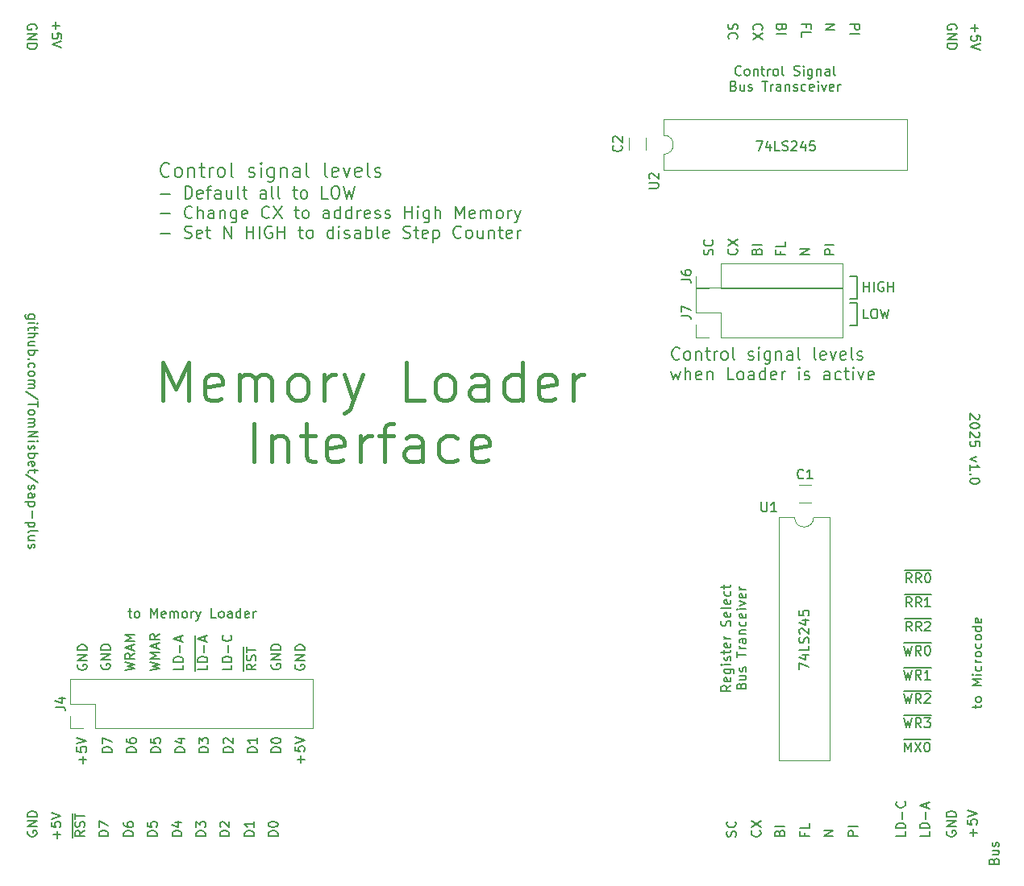
<source format=gto>
G04 #@! TF.GenerationSoftware,KiCad,Pcbnew,8.0.3*
G04 #@! TF.CreationDate,2025-04-20T12:23:28-04:00*
G04 #@! TF.ProjectId,memory-loader-interface,6d656d6f-7279-42d6-9c6f-616465722d69,1.0*
G04 #@! TF.SameCoordinates,Original*
G04 #@! TF.FileFunction,Legend,Top*
G04 #@! TF.FilePolarity,Positive*
%FSLAX46Y46*%
G04 Gerber Fmt 4.6, Leading zero omitted, Abs format (unit mm)*
G04 Created by KiCad (PCBNEW 8.0.3) date 2025-04-20 12:23:28*
%MOMM*%
%LPD*%
G01*
G04 APERTURE LIST*
%ADD10C,0.150000*%
%ADD11C,0.170000*%
%ADD12C,0.400000*%
%ADD13C,0.200000*%
%ADD14C,0.120000*%
%ADD15R,1.700000X1.700000*%
%ADD16O,1.700000X1.700000*%
%ADD17R,1.600000X1.600000*%
%ADD18O,1.600000X1.600000*%
%ADD19C,1.600000*%
G04 APERTURE END LIST*
D10*
X160880951Y-53614636D02*
X160833332Y-53662256D01*
X160833332Y-53662256D02*
X160690475Y-53709875D01*
X160690475Y-53709875D02*
X160595237Y-53709875D01*
X160595237Y-53709875D02*
X160452380Y-53662256D01*
X160452380Y-53662256D02*
X160357142Y-53567017D01*
X160357142Y-53567017D02*
X160309523Y-53471779D01*
X160309523Y-53471779D02*
X160261904Y-53281303D01*
X160261904Y-53281303D02*
X160261904Y-53138446D01*
X160261904Y-53138446D02*
X160309523Y-52947970D01*
X160309523Y-52947970D02*
X160357142Y-52852732D01*
X160357142Y-52852732D02*
X160452380Y-52757494D01*
X160452380Y-52757494D02*
X160595237Y-52709875D01*
X160595237Y-52709875D02*
X160690475Y-52709875D01*
X160690475Y-52709875D02*
X160833332Y-52757494D01*
X160833332Y-52757494D02*
X160880951Y-52805113D01*
X161452380Y-53709875D02*
X161357142Y-53662256D01*
X161357142Y-53662256D02*
X161309523Y-53614636D01*
X161309523Y-53614636D02*
X161261904Y-53519398D01*
X161261904Y-53519398D02*
X161261904Y-53233684D01*
X161261904Y-53233684D02*
X161309523Y-53138446D01*
X161309523Y-53138446D02*
X161357142Y-53090827D01*
X161357142Y-53090827D02*
X161452380Y-53043208D01*
X161452380Y-53043208D02*
X161595237Y-53043208D01*
X161595237Y-53043208D02*
X161690475Y-53090827D01*
X161690475Y-53090827D02*
X161738094Y-53138446D01*
X161738094Y-53138446D02*
X161785713Y-53233684D01*
X161785713Y-53233684D02*
X161785713Y-53519398D01*
X161785713Y-53519398D02*
X161738094Y-53614636D01*
X161738094Y-53614636D02*
X161690475Y-53662256D01*
X161690475Y-53662256D02*
X161595237Y-53709875D01*
X161595237Y-53709875D02*
X161452380Y-53709875D01*
X162214285Y-53043208D02*
X162214285Y-53709875D01*
X162214285Y-53138446D02*
X162261904Y-53090827D01*
X162261904Y-53090827D02*
X162357142Y-53043208D01*
X162357142Y-53043208D02*
X162499999Y-53043208D01*
X162499999Y-53043208D02*
X162595237Y-53090827D01*
X162595237Y-53090827D02*
X162642856Y-53186065D01*
X162642856Y-53186065D02*
X162642856Y-53709875D01*
X162976190Y-53043208D02*
X163357142Y-53043208D01*
X163119047Y-52709875D02*
X163119047Y-53567017D01*
X163119047Y-53567017D02*
X163166666Y-53662256D01*
X163166666Y-53662256D02*
X163261904Y-53709875D01*
X163261904Y-53709875D02*
X163357142Y-53709875D01*
X163690476Y-53709875D02*
X163690476Y-53043208D01*
X163690476Y-53233684D02*
X163738095Y-53138446D01*
X163738095Y-53138446D02*
X163785714Y-53090827D01*
X163785714Y-53090827D02*
X163880952Y-53043208D01*
X163880952Y-53043208D02*
X163976190Y-53043208D01*
X164452381Y-53709875D02*
X164357143Y-53662256D01*
X164357143Y-53662256D02*
X164309524Y-53614636D01*
X164309524Y-53614636D02*
X164261905Y-53519398D01*
X164261905Y-53519398D02*
X164261905Y-53233684D01*
X164261905Y-53233684D02*
X164309524Y-53138446D01*
X164309524Y-53138446D02*
X164357143Y-53090827D01*
X164357143Y-53090827D02*
X164452381Y-53043208D01*
X164452381Y-53043208D02*
X164595238Y-53043208D01*
X164595238Y-53043208D02*
X164690476Y-53090827D01*
X164690476Y-53090827D02*
X164738095Y-53138446D01*
X164738095Y-53138446D02*
X164785714Y-53233684D01*
X164785714Y-53233684D02*
X164785714Y-53519398D01*
X164785714Y-53519398D02*
X164738095Y-53614636D01*
X164738095Y-53614636D02*
X164690476Y-53662256D01*
X164690476Y-53662256D02*
X164595238Y-53709875D01*
X164595238Y-53709875D02*
X164452381Y-53709875D01*
X165357143Y-53709875D02*
X165261905Y-53662256D01*
X165261905Y-53662256D02*
X165214286Y-53567017D01*
X165214286Y-53567017D02*
X165214286Y-52709875D01*
X166452382Y-53662256D02*
X166595239Y-53709875D01*
X166595239Y-53709875D02*
X166833334Y-53709875D01*
X166833334Y-53709875D02*
X166928572Y-53662256D01*
X166928572Y-53662256D02*
X166976191Y-53614636D01*
X166976191Y-53614636D02*
X167023810Y-53519398D01*
X167023810Y-53519398D02*
X167023810Y-53424160D01*
X167023810Y-53424160D02*
X166976191Y-53328922D01*
X166976191Y-53328922D02*
X166928572Y-53281303D01*
X166928572Y-53281303D02*
X166833334Y-53233684D01*
X166833334Y-53233684D02*
X166642858Y-53186065D01*
X166642858Y-53186065D02*
X166547620Y-53138446D01*
X166547620Y-53138446D02*
X166500001Y-53090827D01*
X166500001Y-53090827D02*
X166452382Y-52995589D01*
X166452382Y-52995589D02*
X166452382Y-52900351D01*
X166452382Y-52900351D02*
X166500001Y-52805113D01*
X166500001Y-52805113D02*
X166547620Y-52757494D01*
X166547620Y-52757494D02*
X166642858Y-52709875D01*
X166642858Y-52709875D02*
X166880953Y-52709875D01*
X166880953Y-52709875D02*
X167023810Y-52757494D01*
X167452382Y-53709875D02*
X167452382Y-53043208D01*
X167452382Y-52709875D02*
X167404763Y-52757494D01*
X167404763Y-52757494D02*
X167452382Y-52805113D01*
X167452382Y-52805113D02*
X167500001Y-52757494D01*
X167500001Y-52757494D02*
X167452382Y-52709875D01*
X167452382Y-52709875D02*
X167452382Y-52805113D01*
X168357143Y-53043208D02*
X168357143Y-53852732D01*
X168357143Y-53852732D02*
X168309524Y-53947970D01*
X168309524Y-53947970D02*
X168261905Y-53995589D01*
X168261905Y-53995589D02*
X168166667Y-54043208D01*
X168166667Y-54043208D02*
X168023810Y-54043208D01*
X168023810Y-54043208D02*
X167928572Y-53995589D01*
X168357143Y-53662256D02*
X168261905Y-53709875D01*
X168261905Y-53709875D02*
X168071429Y-53709875D01*
X168071429Y-53709875D02*
X167976191Y-53662256D01*
X167976191Y-53662256D02*
X167928572Y-53614636D01*
X167928572Y-53614636D02*
X167880953Y-53519398D01*
X167880953Y-53519398D02*
X167880953Y-53233684D01*
X167880953Y-53233684D02*
X167928572Y-53138446D01*
X167928572Y-53138446D02*
X167976191Y-53090827D01*
X167976191Y-53090827D02*
X168071429Y-53043208D01*
X168071429Y-53043208D02*
X168261905Y-53043208D01*
X168261905Y-53043208D02*
X168357143Y-53090827D01*
X168833334Y-53043208D02*
X168833334Y-53709875D01*
X168833334Y-53138446D02*
X168880953Y-53090827D01*
X168880953Y-53090827D02*
X168976191Y-53043208D01*
X168976191Y-53043208D02*
X169119048Y-53043208D01*
X169119048Y-53043208D02*
X169214286Y-53090827D01*
X169214286Y-53090827D02*
X169261905Y-53186065D01*
X169261905Y-53186065D02*
X169261905Y-53709875D01*
X170166667Y-53709875D02*
X170166667Y-53186065D01*
X170166667Y-53186065D02*
X170119048Y-53090827D01*
X170119048Y-53090827D02*
X170023810Y-53043208D01*
X170023810Y-53043208D02*
X169833334Y-53043208D01*
X169833334Y-53043208D02*
X169738096Y-53090827D01*
X170166667Y-53662256D02*
X170071429Y-53709875D01*
X170071429Y-53709875D02*
X169833334Y-53709875D01*
X169833334Y-53709875D02*
X169738096Y-53662256D01*
X169738096Y-53662256D02*
X169690477Y-53567017D01*
X169690477Y-53567017D02*
X169690477Y-53471779D01*
X169690477Y-53471779D02*
X169738096Y-53376541D01*
X169738096Y-53376541D02*
X169833334Y-53328922D01*
X169833334Y-53328922D02*
X170071429Y-53328922D01*
X170071429Y-53328922D02*
X170166667Y-53281303D01*
X170785715Y-53709875D02*
X170690477Y-53662256D01*
X170690477Y-53662256D02*
X170642858Y-53567017D01*
X170642858Y-53567017D02*
X170642858Y-52709875D01*
X160119046Y-54796009D02*
X160261903Y-54843628D01*
X160261903Y-54843628D02*
X160309522Y-54891247D01*
X160309522Y-54891247D02*
X160357141Y-54986485D01*
X160357141Y-54986485D02*
X160357141Y-55129342D01*
X160357141Y-55129342D02*
X160309522Y-55224580D01*
X160309522Y-55224580D02*
X160261903Y-55272200D01*
X160261903Y-55272200D02*
X160166665Y-55319819D01*
X160166665Y-55319819D02*
X159785713Y-55319819D01*
X159785713Y-55319819D02*
X159785713Y-54319819D01*
X159785713Y-54319819D02*
X160119046Y-54319819D01*
X160119046Y-54319819D02*
X160214284Y-54367438D01*
X160214284Y-54367438D02*
X160261903Y-54415057D01*
X160261903Y-54415057D02*
X160309522Y-54510295D01*
X160309522Y-54510295D02*
X160309522Y-54605533D01*
X160309522Y-54605533D02*
X160261903Y-54700771D01*
X160261903Y-54700771D02*
X160214284Y-54748390D01*
X160214284Y-54748390D02*
X160119046Y-54796009D01*
X160119046Y-54796009D02*
X159785713Y-54796009D01*
X161214284Y-54653152D02*
X161214284Y-55319819D01*
X160785713Y-54653152D02*
X160785713Y-55176961D01*
X160785713Y-55176961D02*
X160833332Y-55272200D01*
X160833332Y-55272200D02*
X160928570Y-55319819D01*
X160928570Y-55319819D02*
X161071427Y-55319819D01*
X161071427Y-55319819D02*
X161166665Y-55272200D01*
X161166665Y-55272200D02*
X161214284Y-55224580D01*
X161642856Y-55272200D02*
X161738094Y-55319819D01*
X161738094Y-55319819D02*
X161928570Y-55319819D01*
X161928570Y-55319819D02*
X162023808Y-55272200D01*
X162023808Y-55272200D02*
X162071427Y-55176961D01*
X162071427Y-55176961D02*
X162071427Y-55129342D01*
X162071427Y-55129342D02*
X162023808Y-55034104D01*
X162023808Y-55034104D02*
X161928570Y-54986485D01*
X161928570Y-54986485D02*
X161785713Y-54986485D01*
X161785713Y-54986485D02*
X161690475Y-54938866D01*
X161690475Y-54938866D02*
X161642856Y-54843628D01*
X161642856Y-54843628D02*
X161642856Y-54796009D01*
X161642856Y-54796009D02*
X161690475Y-54700771D01*
X161690475Y-54700771D02*
X161785713Y-54653152D01*
X161785713Y-54653152D02*
X161928570Y-54653152D01*
X161928570Y-54653152D02*
X162023808Y-54700771D01*
X163119047Y-54319819D02*
X163690475Y-54319819D01*
X163404761Y-55319819D02*
X163404761Y-54319819D01*
X164023809Y-55319819D02*
X164023809Y-54653152D01*
X164023809Y-54843628D02*
X164071428Y-54748390D01*
X164071428Y-54748390D02*
X164119047Y-54700771D01*
X164119047Y-54700771D02*
X164214285Y-54653152D01*
X164214285Y-54653152D02*
X164309523Y-54653152D01*
X165071428Y-55319819D02*
X165071428Y-54796009D01*
X165071428Y-54796009D02*
X165023809Y-54700771D01*
X165023809Y-54700771D02*
X164928571Y-54653152D01*
X164928571Y-54653152D02*
X164738095Y-54653152D01*
X164738095Y-54653152D02*
X164642857Y-54700771D01*
X165071428Y-55272200D02*
X164976190Y-55319819D01*
X164976190Y-55319819D02*
X164738095Y-55319819D01*
X164738095Y-55319819D02*
X164642857Y-55272200D01*
X164642857Y-55272200D02*
X164595238Y-55176961D01*
X164595238Y-55176961D02*
X164595238Y-55081723D01*
X164595238Y-55081723D02*
X164642857Y-54986485D01*
X164642857Y-54986485D02*
X164738095Y-54938866D01*
X164738095Y-54938866D02*
X164976190Y-54938866D01*
X164976190Y-54938866D02*
X165071428Y-54891247D01*
X165547619Y-54653152D02*
X165547619Y-55319819D01*
X165547619Y-54748390D02*
X165595238Y-54700771D01*
X165595238Y-54700771D02*
X165690476Y-54653152D01*
X165690476Y-54653152D02*
X165833333Y-54653152D01*
X165833333Y-54653152D02*
X165928571Y-54700771D01*
X165928571Y-54700771D02*
X165976190Y-54796009D01*
X165976190Y-54796009D02*
X165976190Y-55319819D01*
X166404762Y-55272200D02*
X166500000Y-55319819D01*
X166500000Y-55319819D02*
X166690476Y-55319819D01*
X166690476Y-55319819D02*
X166785714Y-55272200D01*
X166785714Y-55272200D02*
X166833333Y-55176961D01*
X166833333Y-55176961D02*
X166833333Y-55129342D01*
X166833333Y-55129342D02*
X166785714Y-55034104D01*
X166785714Y-55034104D02*
X166690476Y-54986485D01*
X166690476Y-54986485D02*
X166547619Y-54986485D01*
X166547619Y-54986485D02*
X166452381Y-54938866D01*
X166452381Y-54938866D02*
X166404762Y-54843628D01*
X166404762Y-54843628D02*
X166404762Y-54796009D01*
X166404762Y-54796009D02*
X166452381Y-54700771D01*
X166452381Y-54700771D02*
X166547619Y-54653152D01*
X166547619Y-54653152D02*
X166690476Y-54653152D01*
X166690476Y-54653152D02*
X166785714Y-54700771D01*
X167690476Y-55272200D02*
X167595238Y-55319819D01*
X167595238Y-55319819D02*
X167404762Y-55319819D01*
X167404762Y-55319819D02*
X167309524Y-55272200D01*
X167309524Y-55272200D02*
X167261905Y-55224580D01*
X167261905Y-55224580D02*
X167214286Y-55129342D01*
X167214286Y-55129342D02*
X167214286Y-54843628D01*
X167214286Y-54843628D02*
X167261905Y-54748390D01*
X167261905Y-54748390D02*
X167309524Y-54700771D01*
X167309524Y-54700771D02*
X167404762Y-54653152D01*
X167404762Y-54653152D02*
X167595238Y-54653152D01*
X167595238Y-54653152D02*
X167690476Y-54700771D01*
X168500000Y-55272200D02*
X168404762Y-55319819D01*
X168404762Y-55319819D02*
X168214286Y-55319819D01*
X168214286Y-55319819D02*
X168119048Y-55272200D01*
X168119048Y-55272200D02*
X168071429Y-55176961D01*
X168071429Y-55176961D02*
X168071429Y-54796009D01*
X168071429Y-54796009D02*
X168119048Y-54700771D01*
X168119048Y-54700771D02*
X168214286Y-54653152D01*
X168214286Y-54653152D02*
X168404762Y-54653152D01*
X168404762Y-54653152D02*
X168500000Y-54700771D01*
X168500000Y-54700771D02*
X168547619Y-54796009D01*
X168547619Y-54796009D02*
X168547619Y-54891247D01*
X168547619Y-54891247D02*
X168071429Y-54986485D01*
X168976191Y-55319819D02*
X168976191Y-54653152D01*
X168976191Y-54319819D02*
X168928572Y-54367438D01*
X168928572Y-54367438D02*
X168976191Y-54415057D01*
X168976191Y-54415057D02*
X169023810Y-54367438D01*
X169023810Y-54367438D02*
X168976191Y-54319819D01*
X168976191Y-54319819D02*
X168976191Y-54415057D01*
X169357143Y-54653152D02*
X169595238Y-55319819D01*
X169595238Y-55319819D02*
X169833333Y-54653152D01*
X170595238Y-55272200D02*
X170500000Y-55319819D01*
X170500000Y-55319819D02*
X170309524Y-55319819D01*
X170309524Y-55319819D02*
X170214286Y-55272200D01*
X170214286Y-55272200D02*
X170166667Y-55176961D01*
X170166667Y-55176961D02*
X170166667Y-54796009D01*
X170166667Y-54796009D02*
X170214286Y-54700771D01*
X170214286Y-54700771D02*
X170309524Y-54653152D01*
X170309524Y-54653152D02*
X170500000Y-54653152D01*
X170500000Y-54653152D02*
X170595238Y-54700771D01*
X170595238Y-54700771D02*
X170642857Y-54796009D01*
X170642857Y-54796009D02*
X170642857Y-54891247D01*
X170642857Y-54891247D02*
X170166667Y-54986485D01*
X171071429Y-55319819D02*
X171071429Y-54653152D01*
X171071429Y-54843628D02*
X171119048Y-54748390D01*
X171119048Y-54748390D02*
X171166667Y-54700771D01*
X171166667Y-54700771D02*
X171261905Y-54653152D01*
X171261905Y-54653152D02*
X171357143Y-54653152D01*
X159809875Y-117828572D02*
X159333684Y-118161905D01*
X159809875Y-118400000D02*
X158809875Y-118400000D01*
X158809875Y-118400000D02*
X158809875Y-118019048D01*
X158809875Y-118019048D02*
X158857494Y-117923810D01*
X158857494Y-117923810D02*
X158905113Y-117876191D01*
X158905113Y-117876191D02*
X159000351Y-117828572D01*
X159000351Y-117828572D02*
X159143208Y-117828572D01*
X159143208Y-117828572D02*
X159238446Y-117876191D01*
X159238446Y-117876191D02*
X159286065Y-117923810D01*
X159286065Y-117923810D02*
X159333684Y-118019048D01*
X159333684Y-118019048D02*
X159333684Y-118400000D01*
X159762256Y-117019048D02*
X159809875Y-117114286D01*
X159809875Y-117114286D02*
X159809875Y-117304762D01*
X159809875Y-117304762D02*
X159762256Y-117400000D01*
X159762256Y-117400000D02*
X159667017Y-117447619D01*
X159667017Y-117447619D02*
X159286065Y-117447619D01*
X159286065Y-117447619D02*
X159190827Y-117400000D01*
X159190827Y-117400000D02*
X159143208Y-117304762D01*
X159143208Y-117304762D02*
X159143208Y-117114286D01*
X159143208Y-117114286D02*
X159190827Y-117019048D01*
X159190827Y-117019048D02*
X159286065Y-116971429D01*
X159286065Y-116971429D02*
X159381303Y-116971429D01*
X159381303Y-116971429D02*
X159476541Y-117447619D01*
X159143208Y-116114286D02*
X159952732Y-116114286D01*
X159952732Y-116114286D02*
X160047970Y-116161905D01*
X160047970Y-116161905D02*
X160095589Y-116209524D01*
X160095589Y-116209524D02*
X160143208Y-116304762D01*
X160143208Y-116304762D02*
X160143208Y-116447619D01*
X160143208Y-116447619D02*
X160095589Y-116542857D01*
X159762256Y-116114286D02*
X159809875Y-116209524D01*
X159809875Y-116209524D02*
X159809875Y-116400000D01*
X159809875Y-116400000D02*
X159762256Y-116495238D01*
X159762256Y-116495238D02*
X159714636Y-116542857D01*
X159714636Y-116542857D02*
X159619398Y-116590476D01*
X159619398Y-116590476D02*
X159333684Y-116590476D01*
X159333684Y-116590476D02*
X159238446Y-116542857D01*
X159238446Y-116542857D02*
X159190827Y-116495238D01*
X159190827Y-116495238D02*
X159143208Y-116400000D01*
X159143208Y-116400000D02*
X159143208Y-116209524D01*
X159143208Y-116209524D02*
X159190827Y-116114286D01*
X159809875Y-115638095D02*
X159143208Y-115638095D01*
X158809875Y-115638095D02*
X158857494Y-115685714D01*
X158857494Y-115685714D02*
X158905113Y-115638095D01*
X158905113Y-115638095D02*
X158857494Y-115590476D01*
X158857494Y-115590476D02*
X158809875Y-115638095D01*
X158809875Y-115638095D02*
X158905113Y-115638095D01*
X159762256Y-115209524D02*
X159809875Y-115114286D01*
X159809875Y-115114286D02*
X159809875Y-114923810D01*
X159809875Y-114923810D02*
X159762256Y-114828572D01*
X159762256Y-114828572D02*
X159667017Y-114780953D01*
X159667017Y-114780953D02*
X159619398Y-114780953D01*
X159619398Y-114780953D02*
X159524160Y-114828572D01*
X159524160Y-114828572D02*
X159476541Y-114923810D01*
X159476541Y-114923810D02*
X159476541Y-115066667D01*
X159476541Y-115066667D02*
X159428922Y-115161905D01*
X159428922Y-115161905D02*
X159333684Y-115209524D01*
X159333684Y-115209524D02*
X159286065Y-115209524D01*
X159286065Y-115209524D02*
X159190827Y-115161905D01*
X159190827Y-115161905D02*
X159143208Y-115066667D01*
X159143208Y-115066667D02*
X159143208Y-114923810D01*
X159143208Y-114923810D02*
X159190827Y-114828572D01*
X159143208Y-114495238D02*
X159143208Y-114114286D01*
X158809875Y-114352381D02*
X159667017Y-114352381D01*
X159667017Y-114352381D02*
X159762256Y-114304762D01*
X159762256Y-114304762D02*
X159809875Y-114209524D01*
X159809875Y-114209524D02*
X159809875Y-114114286D01*
X159762256Y-113400000D02*
X159809875Y-113495238D01*
X159809875Y-113495238D02*
X159809875Y-113685714D01*
X159809875Y-113685714D02*
X159762256Y-113780952D01*
X159762256Y-113780952D02*
X159667017Y-113828571D01*
X159667017Y-113828571D02*
X159286065Y-113828571D01*
X159286065Y-113828571D02*
X159190827Y-113780952D01*
X159190827Y-113780952D02*
X159143208Y-113685714D01*
X159143208Y-113685714D02*
X159143208Y-113495238D01*
X159143208Y-113495238D02*
X159190827Y-113400000D01*
X159190827Y-113400000D02*
X159286065Y-113352381D01*
X159286065Y-113352381D02*
X159381303Y-113352381D01*
X159381303Y-113352381D02*
X159476541Y-113828571D01*
X159809875Y-112923809D02*
X159143208Y-112923809D01*
X159333684Y-112923809D02*
X159238446Y-112876190D01*
X159238446Y-112876190D02*
X159190827Y-112828571D01*
X159190827Y-112828571D02*
X159143208Y-112733333D01*
X159143208Y-112733333D02*
X159143208Y-112638095D01*
X159762256Y-111590475D02*
X159809875Y-111447618D01*
X159809875Y-111447618D02*
X159809875Y-111209523D01*
X159809875Y-111209523D02*
X159762256Y-111114285D01*
X159762256Y-111114285D02*
X159714636Y-111066666D01*
X159714636Y-111066666D02*
X159619398Y-111019047D01*
X159619398Y-111019047D02*
X159524160Y-111019047D01*
X159524160Y-111019047D02*
X159428922Y-111066666D01*
X159428922Y-111066666D02*
X159381303Y-111114285D01*
X159381303Y-111114285D02*
X159333684Y-111209523D01*
X159333684Y-111209523D02*
X159286065Y-111399999D01*
X159286065Y-111399999D02*
X159238446Y-111495237D01*
X159238446Y-111495237D02*
X159190827Y-111542856D01*
X159190827Y-111542856D02*
X159095589Y-111590475D01*
X159095589Y-111590475D02*
X159000351Y-111590475D01*
X159000351Y-111590475D02*
X158905113Y-111542856D01*
X158905113Y-111542856D02*
X158857494Y-111495237D01*
X158857494Y-111495237D02*
X158809875Y-111399999D01*
X158809875Y-111399999D02*
X158809875Y-111161904D01*
X158809875Y-111161904D02*
X158857494Y-111019047D01*
X159762256Y-110209523D02*
X159809875Y-110304761D01*
X159809875Y-110304761D02*
X159809875Y-110495237D01*
X159809875Y-110495237D02*
X159762256Y-110590475D01*
X159762256Y-110590475D02*
X159667017Y-110638094D01*
X159667017Y-110638094D02*
X159286065Y-110638094D01*
X159286065Y-110638094D02*
X159190827Y-110590475D01*
X159190827Y-110590475D02*
X159143208Y-110495237D01*
X159143208Y-110495237D02*
X159143208Y-110304761D01*
X159143208Y-110304761D02*
X159190827Y-110209523D01*
X159190827Y-110209523D02*
X159286065Y-110161904D01*
X159286065Y-110161904D02*
X159381303Y-110161904D01*
X159381303Y-110161904D02*
X159476541Y-110638094D01*
X159809875Y-109590475D02*
X159762256Y-109685713D01*
X159762256Y-109685713D02*
X159667017Y-109733332D01*
X159667017Y-109733332D02*
X158809875Y-109733332D01*
X159762256Y-108828570D02*
X159809875Y-108923808D01*
X159809875Y-108923808D02*
X159809875Y-109114284D01*
X159809875Y-109114284D02*
X159762256Y-109209522D01*
X159762256Y-109209522D02*
X159667017Y-109257141D01*
X159667017Y-109257141D02*
X159286065Y-109257141D01*
X159286065Y-109257141D02*
X159190827Y-109209522D01*
X159190827Y-109209522D02*
X159143208Y-109114284D01*
X159143208Y-109114284D02*
X159143208Y-108923808D01*
X159143208Y-108923808D02*
X159190827Y-108828570D01*
X159190827Y-108828570D02*
X159286065Y-108780951D01*
X159286065Y-108780951D02*
X159381303Y-108780951D01*
X159381303Y-108780951D02*
X159476541Y-109257141D01*
X159762256Y-107923808D02*
X159809875Y-108019046D01*
X159809875Y-108019046D02*
X159809875Y-108209522D01*
X159809875Y-108209522D02*
X159762256Y-108304760D01*
X159762256Y-108304760D02*
X159714636Y-108352379D01*
X159714636Y-108352379D02*
X159619398Y-108399998D01*
X159619398Y-108399998D02*
X159333684Y-108399998D01*
X159333684Y-108399998D02*
X159238446Y-108352379D01*
X159238446Y-108352379D02*
X159190827Y-108304760D01*
X159190827Y-108304760D02*
X159143208Y-108209522D01*
X159143208Y-108209522D02*
X159143208Y-108019046D01*
X159143208Y-108019046D02*
X159190827Y-107923808D01*
X159143208Y-107638093D02*
X159143208Y-107257141D01*
X158809875Y-107495236D02*
X159667017Y-107495236D01*
X159667017Y-107495236D02*
X159762256Y-107447617D01*
X159762256Y-107447617D02*
X159809875Y-107352379D01*
X159809875Y-107352379D02*
X159809875Y-107257141D01*
X160896009Y-117876191D02*
X160943628Y-117733334D01*
X160943628Y-117733334D02*
X160991247Y-117685715D01*
X160991247Y-117685715D02*
X161086485Y-117638096D01*
X161086485Y-117638096D02*
X161229342Y-117638096D01*
X161229342Y-117638096D02*
X161324580Y-117685715D01*
X161324580Y-117685715D02*
X161372200Y-117733334D01*
X161372200Y-117733334D02*
X161419819Y-117828572D01*
X161419819Y-117828572D02*
X161419819Y-118209524D01*
X161419819Y-118209524D02*
X160419819Y-118209524D01*
X160419819Y-118209524D02*
X160419819Y-117876191D01*
X160419819Y-117876191D02*
X160467438Y-117780953D01*
X160467438Y-117780953D02*
X160515057Y-117733334D01*
X160515057Y-117733334D02*
X160610295Y-117685715D01*
X160610295Y-117685715D02*
X160705533Y-117685715D01*
X160705533Y-117685715D02*
X160800771Y-117733334D01*
X160800771Y-117733334D02*
X160848390Y-117780953D01*
X160848390Y-117780953D02*
X160896009Y-117876191D01*
X160896009Y-117876191D02*
X160896009Y-118209524D01*
X160753152Y-116780953D02*
X161419819Y-116780953D01*
X160753152Y-117209524D02*
X161276961Y-117209524D01*
X161276961Y-117209524D02*
X161372200Y-117161905D01*
X161372200Y-117161905D02*
X161419819Y-117066667D01*
X161419819Y-117066667D02*
X161419819Y-116923810D01*
X161419819Y-116923810D02*
X161372200Y-116828572D01*
X161372200Y-116828572D02*
X161324580Y-116780953D01*
X161372200Y-116352381D02*
X161419819Y-116257143D01*
X161419819Y-116257143D02*
X161419819Y-116066667D01*
X161419819Y-116066667D02*
X161372200Y-115971429D01*
X161372200Y-115971429D02*
X161276961Y-115923810D01*
X161276961Y-115923810D02*
X161229342Y-115923810D01*
X161229342Y-115923810D02*
X161134104Y-115971429D01*
X161134104Y-115971429D02*
X161086485Y-116066667D01*
X161086485Y-116066667D02*
X161086485Y-116209524D01*
X161086485Y-116209524D02*
X161038866Y-116304762D01*
X161038866Y-116304762D02*
X160943628Y-116352381D01*
X160943628Y-116352381D02*
X160896009Y-116352381D01*
X160896009Y-116352381D02*
X160800771Y-116304762D01*
X160800771Y-116304762D02*
X160753152Y-116209524D01*
X160753152Y-116209524D02*
X160753152Y-116066667D01*
X160753152Y-116066667D02*
X160800771Y-115971429D01*
X160419819Y-114876190D02*
X160419819Y-114304762D01*
X161419819Y-114590476D02*
X160419819Y-114590476D01*
X161419819Y-113971428D02*
X160753152Y-113971428D01*
X160943628Y-113971428D02*
X160848390Y-113923809D01*
X160848390Y-113923809D02*
X160800771Y-113876190D01*
X160800771Y-113876190D02*
X160753152Y-113780952D01*
X160753152Y-113780952D02*
X160753152Y-113685714D01*
X161419819Y-112923809D02*
X160896009Y-112923809D01*
X160896009Y-112923809D02*
X160800771Y-112971428D01*
X160800771Y-112971428D02*
X160753152Y-113066666D01*
X160753152Y-113066666D02*
X160753152Y-113257142D01*
X160753152Y-113257142D02*
X160800771Y-113352380D01*
X161372200Y-112923809D02*
X161419819Y-113019047D01*
X161419819Y-113019047D02*
X161419819Y-113257142D01*
X161419819Y-113257142D02*
X161372200Y-113352380D01*
X161372200Y-113352380D02*
X161276961Y-113399999D01*
X161276961Y-113399999D02*
X161181723Y-113399999D01*
X161181723Y-113399999D02*
X161086485Y-113352380D01*
X161086485Y-113352380D02*
X161038866Y-113257142D01*
X161038866Y-113257142D02*
X161038866Y-113019047D01*
X161038866Y-113019047D02*
X160991247Y-112923809D01*
X160753152Y-112447618D02*
X161419819Y-112447618D01*
X160848390Y-112447618D02*
X160800771Y-112399999D01*
X160800771Y-112399999D02*
X160753152Y-112304761D01*
X160753152Y-112304761D02*
X160753152Y-112161904D01*
X160753152Y-112161904D02*
X160800771Y-112066666D01*
X160800771Y-112066666D02*
X160896009Y-112019047D01*
X160896009Y-112019047D02*
X161419819Y-112019047D01*
X161372200Y-111114285D02*
X161419819Y-111209523D01*
X161419819Y-111209523D02*
X161419819Y-111399999D01*
X161419819Y-111399999D02*
X161372200Y-111495237D01*
X161372200Y-111495237D02*
X161324580Y-111542856D01*
X161324580Y-111542856D02*
X161229342Y-111590475D01*
X161229342Y-111590475D02*
X160943628Y-111590475D01*
X160943628Y-111590475D02*
X160848390Y-111542856D01*
X160848390Y-111542856D02*
X160800771Y-111495237D01*
X160800771Y-111495237D02*
X160753152Y-111399999D01*
X160753152Y-111399999D02*
X160753152Y-111209523D01*
X160753152Y-111209523D02*
X160800771Y-111114285D01*
X161372200Y-110304761D02*
X161419819Y-110399999D01*
X161419819Y-110399999D02*
X161419819Y-110590475D01*
X161419819Y-110590475D02*
X161372200Y-110685713D01*
X161372200Y-110685713D02*
X161276961Y-110733332D01*
X161276961Y-110733332D02*
X160896009Y-110733332D01*
X160896009Y-110733332D02*
X160800771Y-110685713D01*
X160800771Y-110685713D02*
X160753152Y-110590475D01*
X160753152Y-110590475D02*
X160753152Y-110399999D01*
X160753152Y-110399999D02*
X160800771Y-110304761D01*
X160800771Y-110304761D02*
X160896009Y-110257142D01*
X160896009Y-110257142D02*
X160991247Y-110257142D01*
X160991247Y-110257142D02*
X161086485Y-110733332D01*
X161419819Y-109828570D02*
X160753152Y-109828570D01*
X160419819Y-109828570D02*
X160467438Y-109876189D01*
X160467438Y-109876189D02*
X160515057Y-109828570D01*
X160515057Y-109828570D02*
X160467438Y-109780951D01*
X160467438Y-109780951D02*
X160419819Y-109828570D01*
X160419819Y-109828570D02*
X160515057Y-109828570D01*
X160753152Y-109447618D02*
X161419819Y-109209523D01*
X161419819Y-109209523D02*
X160753152Y-108971428D01*
X161372200Y-108209523D02*
X161419819Y-108304761D01*
X161419819Y-108304761D02*
X161419819Y-108495237D01*
X161419819Y-108495237D02*
X161372200Y-108590475D01*
X161372200Y-108590475D02*
X161276961Y-108638094D01*
X161276961Y-108638094D02*
X160896009Y-108638094D01*
X160896009Y-108638094D02*
X160800771Y-108590475D01*
X160800771Y-108590475D02*
X160753152Y-108495237D01*
X160753152Y-108495237D02*
X160753152Y-108304761D01*
X160753152Y-108304761D02*
X160800771Y-108209523D01*
X160800771Y-108209523D02*
X160896009Y-108161904D01*
X160896009Y-108161904D02*
X160991247Y-108161904D01*
X160991247Y-108161904D02*
X161086485Y-108638094D01*
X161419819Y-107733332D02*
X160753152Y-107733332D01*
X160943628Y-107733332D02*
X160848390Y-107685713D01*
X160848390Y-107685713D02*
X160800771Y-107638094D01*
X160800771Y-107638094D02*
X160753152Y-107542856D01*
X160753152Y-107542856D02*
X160753152Y-107447618D01*
X172350000Y-77600000D02*
X173050000Y-77600000D01*
X172350000Y-74800000D02*
X173050000Y-74800000D01*
X173050000Y-77600000D02*
X173050000Y-79950000D01*
X173050000Y-79950000D02*
X172350000Y-79950000D01*
X173050000Y-77150000D02*
X172350000Y-77150000D01*
X173050000Y-74800000D02*
X173050000Y-77150000D01*
X169745180Y-48336779D02*
X170745180Y-48336779D01*
X170745180Y-48336779D02*
X169745180Y-48908207D01*
X169745180Y-48908207D02*
X170745180Y-48908207D01*
X170564819Y-133663220D02*
X169564819Y-133663220D01*
X169564819Y-133663220D02*
X170564819Y-133091792D01*
X170564819Y-133091792D02*
X169564819Y-133091792D01*
X94454819Y-133663220D02*
X93454819Y-133663220D01*
X93454819Y-133663220D02*
X93454819Y-133425125D01*
X93454819Y-133425125D02*
X93502438Y-133282268D01*
X93502438Y-133282268D02*
X93597676Y-133187030D01*
X93597676Y-133187030D02*
X93692914Y-133139411D01*
X93692914Y-133139411D02*
X93883390Y-133091792D01*
X93883390Y-133091792D02*
X94026247Y-133091792D01*
X94026247Y-133091792D02*
X94216723Y-133139411D01*
X94216723Y-133139411D02*
X94311961Y-133187030D01*
X94311961Y-133187030D02*
X94407200Y-133282268D01*
X94407200Y-133282268D02*
X94454819Y-133425125D01*
X94454819Y-133425125D02*
X94454819Y-133663220D01*
X93454819Y-132758458D02*
X93454819Y-132091792D01*
X93454819Y-132091792D02*
X94454819Y-132520363D01*
X104954819Y-124863220D02*
X103954819Y-124863220D01*
X103954819Y-124863220D02*
X103954819Y-124625125D01*
X103954819Y-124625125D02*
X104002438Y-124482268D01*
X104002438Y-124482268D02*
X104097676Y-124387030D01*
X104097676Y-124387030D02*
X104192914Y-124339411D01*
X104192914Y-124339411D02*
X104383390Y-124291792D01*
X104383390Y-124291792D02*
X104526247Y-124291792D01*
X104526247Y-124291792D02*
X104716723Y-124339411D01*
X104716723Y-124339411D02*
X104811961Y-124387030D01*
X104811961Y-124387030D02*
X104907200Y-124482268D01*
X104907200Y-124482268D02*
X104954819Y-124625125D01*
X104954819Y-124625125D02*
X104954819Y-124863220D01*
X103954819Y-123958458D02*
X103954819Y-123339411D01*
X103954819Y-123339411D02*
X104335771Y-123672744D01*
X104335771Y-123672744D02*
X104335771Y-123529887D01*
X104335771Y-123529887D02*
X104383390Y-123434649D01*
X104383390Y-123434649D02*
X104431009Y-123387030D01*
X104431009Y-123387030D02*
X104526247Y-123339411D01*
X104526247Y-123339411D02*
X104764342Y-123339411D01*
X104764342Y-123339411D02*
X104859580Y-123387030D01*
X104859580Y-123387030D02*
X104907200Y-123434649D01*
X104907200Y-123434649D02*
X104954819Y-123529887D01*
X104954819Y-123529887D02*
X104954819Y-123815601D01*
X104954819Y-123815601D02*
X104907200Y-123910839D01*
X104907200Y-123910839D02*
X104859580Y-123958458D01*
X160317200Y-133710839D02*
X160364819Y-133567982D01*
X160364819Y-133567982D02*
X160364819Y-133329887D01*
X160364819Y-133329887D02*
X160317200Y-133234649D01*
X160317200Y-133234649D02*
X160269580Y-133187030D01*
X160269580Y-133187030D02*
X160174342Y-133139411D01*
X160174342Y-133139411D02*
X160079104Y-133139411D01*
X160079104Y-133139411D02*
X159983866Y-133187030D01*
X159983866Y-133187030D02*
X159936247Y-133234649D01*
X159936247Y-133234649D02*
X159888628Y-133329887D01*
X159888628Y-133329887D02*
X159841009Y-133520363D01*
X159841009Y-133520363D02*
X159793390Y-133615601D01*
X159793390Y-133615601D02*
X159745771Y-133663220D01*
X159745771Y-133663220D02*
X159650533Y-133710839D01*
X159650533Y-133710839D02*
X159555295Y-133710839D01*
X159555295Y-133710839D02*
X159460057Y-133663220D01*
X159460057Y-133663220D02*
X159412438Y-133615601D01*
X159412438Y-133615601D02*
X159364819Y-133520363D01*
X159364819Y-133520363D02*
X159364819Y-133282268D01*
X159364819Y-133282268D02*
X159412438Y-133139411D01*
X160269580Y-132139411D02*
X160317200Y-132187030D01*
X160317200Y-132187030D02*
X160364819Y-132329887D01*
X160364819Y-132329887D02*
X160364819Y-132425125D01*
X160364819Y-132425125D02*
X160317200Y-132567982D01*
X160317200Y-132567982D02*
X160221961Y-132663220D01*
X160221961Y-132663220D02*
X160126723Y-132710839D01*
X160126723Y-132710839D02*
X159936247Y-132758458D01*
X159936247Y-132758458D02*
X159793390Y-132758458D01*
X159793390Y-132758458D02*
X159602914Y-132710839D01*
X159602914Y-132710839D02*
X159507676Y-132663220D01*
X159507676Y-132663220D02*
X159412438Y-132567982D01*
X159412438Y-132567982D02*
X159364819Y-132425125D01*
X159364819Y-132425125D02*
X159364819Y-132329887D01*
X159364819Y-132329887D02*
X159412438Y-132187030D01*
X159412438Y-132187030D02*
X159460057Y-132139411D01*
X86711847Y-79265350D02*
X85902323Y-79265350D01*
X85902323Y-79265350D02*
X85807085Y-79217731D01*
X85807085Y-79217731D02*
X85759466Y-79170112D01*
X85759466Y-79170112D02*
X85711847Y-79074874D01*
X85711847Y-79074874D02*
X85711847Y-78932017D01*
X85711847Y-78932017D02*
X85759466Y-78836779D01*
X86092800Y-79265350D02*
X86045180Y-79170112D01*
X86045180Y-79170112D02*
X86045180Y-78979636D01*
X86045180Y-78979636D02*
X86092800Y-78884398D01*
X86092800Y-78884398D02*
X86140419Y-78836779D01*
X86140419Y-78836779D02*
X86235657Y-78789160D01*
X86235657Y-78789160D02*
X86521371Y-78789160D01*
X86521371Y-78789160D02*
X86616609Y-78836779D01*
X86616609Y-78836779D02*
X86664228Y-78884398D01*
X86664228Y-78884398D02*
X86711847Y-78979636D01*
X86711847Y-78979636D02*
X86711847Y-79170112D01*
X86711847Y-79170112D02*
X86664228Y-79265350D01*
X86045180Y-79741541D02*
X86711847Y-79741541D01*
X87045180Y-79741541D02*
X86997561Y-79693922D01*
X86997561Y-79693922D02*
X86949942Y-79741541D01*
X86949942Y-79741541D02*
X86997561Y-79789160D01*
X86997561Y-79789160D02*
X87045180Y-79741541D01*
X87045180Y-79741541D02*
X86949942Y-79741541D01*
X86711847Y-80074874D02*
X86711847Y-80455826D01*
X87045180Y-80217731D02*
X86188038Y-80217731D01*
X86188038Y-80217731D02*
X86092800Y-80265350D01*
X86092800Y-80265350D02*
X86045180Y-80360588D01*
X86045180Y-80360588D02*
X86045180Y-80455826D01*
X86045180Y-80789160D02*
X87045180Y-80789160D01*
X86045180Y-81217731D02*
X86568990Y-81217731D01*
X86568990Y-81217731D02*
X86664228Y-81170112D01*
X86664228Y-81170112D02*
X86711847Y-81074874D01*
X86711847Y-81074874D02*
X86711847Y-80932017D01*
X86711847Y-80932017D02*
X86664228Y-80836779D01*
X86664228Y-80836779D02*
X86616609Y-80789160D01*
X86711847Y-82122493D02*
X86045180Y-82122493D01*
X86711847Y-81693922D02*
X86188038Y-81693922D01*
X86188038Y-81693922D02*
X86092800Y-81741541D01*
X86092800Y-81741541D02*
X86045180Y-81836779D01*
X86045180Y-81836779D02*
X86045180Y-81979636D01*
X86045180Y-81979636D02*
X86092800Y-82074874D01*
X86092800Y-82074874D02*
X86140419Y-82122493D01*
X86045180Y-82598684D02*
X87045180Y-82598684D01*
X86664228Y-82598684D02*
X86711847Y-82693922D01*
X86711847Y-82693922D02*
X86711847Y-82884398D01*
X86711847Y-82884398D02*
X86664228Y-82979636D01*
X86664228Y-82979636D02*
X86616609Y-83027255D01*
X86616609Y-83027255D02*
X86521371Y-83074874D01*
X86521371Y-83074874D02*
X86235657Y-83074874D01*
X86235657Y-83074874D02*
X86140419Y-83027255D01*
X86140419Y-83027255D02*
X86092800Y-82979636D01*
X86092800Y-82979636D02*
X86045180Y-82884398D01*
X86045180Y-82884398D02*
X86045180Y-82693922D01*
X86045180Y-82693922D02*
X86092800Y-82598684D01*
X86140419Y-83503446D02*
X86092800Y-83551065D01*
X86092800Y-83551065D02*
X86045180Y-83503446D01*
X86045180Y-83503446D02*
X86092800Y-83455827D01*
X86092800Y-83455827D02*
X86140419Y-83503446D01*
X86140419Y-83503446D02*
X86045180Y-83503446D01*
X86092800Y-84408207D02*
X86045180Y-84312969D01*
X86045180Y-84312969D02*
X86045180Y-84122493D01*
X86045180Y-84122493D02*
X86092800Y-84027255D01*
X86092800Y-84027255D02*
X86140419Y-83979636D01*
X86140419Y-83979636D02*
X86235657Y-83932017D01*
X86235657Y-83932017D02*
X86521371Y-83932017D01*
X86521371Y-83932017D02*
X86616609Y-83979636D01*
X86616609Y-83979636D02*
X86664228Y-84027255D01*
X86664228Y-84027255D02*
X86711847Y-84122493D01*
X86711847Y-84122493D02*
X86711847Y-84312969D01*
X86711847Y-84312969D02*
X86664228Y-84408207D01*
X86045180Y-84979636D02*
X86092800Y-84884398D01*
X86092800Y-84884398D02*
X86140419Y-84836779D01*
X86140419Y-84836779D02*
X86235657Y-84789160D01*
X86235657Y-84789160D02*
X86521371Y-84789160D01*
X86521371Y-84789160D02*
X86616609Y-84836779D01*
X86616609Y-84836779D02*
X86664228Y-84884398D01*
X86664228Y-84884398D02*
X86711847Y-84979636D01*
X86711847Y-84979636D02*
X86711847Y-85122493D01*
X86711847Y-85122493D02*
X86664228Y-85217731D01*
X86664228Y-85217731D02*
X86616609Y-85265350D01*
X86616609Y-85265350D02*
X86521371Y-85312969D01*
X86521371Y-85312969D02*
X86235657Y-85312969D01*
X86235657Y-85312969D02*
X86140419Y-85265350D01*
X86140419Y-85265350D02*
X86092800Y-85217731D01*
X86092800Y-85217731D02*
X86045180Y-85122493D01*
X86045180Y-85122493D02*
X86045180Y-84979636D01*
X86045180Y-85741541D02*
X86711847Y-85741541D01*
X86616609Y-85741541D02*
X86664228Y-85789160D01*
X86664228Y-85789160D02*
X86711847Y-85884398D01*
X86711847Y-85884398D02*
X86711847Y-86027255D01*
X86711847Y-86027255D02*
X86664228Y-86122493D01*
X86664228Y-86122493D02*
X86568990Y-86170112D01*
X86568990Y-86170112D02*
X86045180Y-86170112D01*
X86568990Y-86170112D02*
X86664228Y-86217731D01*
X86664228Y-86217731D02*
X86711847Y-86312969D01*
X86711847Y-86312969D02*
X86711847Y-86455826D01*
X86711847Y-86455826D02*
X86664228Y-86551065D01*
X86664228Y-86551065D02*
X86568990Y-86598684D01*
X86568990Y-86598684D02*
X86045180Y-86598684D01*
X87092800Y-87789159D02*
X85807085Y-86932017D01*
X87045180Y-87979636D02*
X87045180Y-88551064D01*
X86045180Y-88265350D02*
X87045180Y-88265350D01*
X86045180Y-89027255D02*
X86092800Y-88932017D01*
X86092800Y-88932017D02*
X86140419Y-88884398D01*
X86140419Y-88884398D02*
X86235657Y-88836779D01*
X86235657Y-88836779D02*
X86521371Y-88836779D01*
X86521371Y-88836779D02*
X86616609Y-88884398D01*
X86616609Y-88884398D02*
X86664228Y-88932017D01*
X86664228Y-88932017D02*
X86711847Y-89027255D01*
X86711847Y-89027255D02*
X86711847Y-89170112D01*
X86711847Y-89170112D02*
X86664228Y-89265350D01*
X86664228Y-89265350D02*
X86616609Y-89312969D01*
X86616609Y-89312969D02*
X86521371Y-89360588D01*
X86521371Y-89360588D02*
X86235657Y-89360588D01*
X86235657Y-89360588D02*
X86140419Y-89312969D01*
X86140419Y-89312969D02*
X86092800Y-89265350D01*
X86092800Y-89265350D02*
X86045180Y-89170112D01*
X86045180Y-89170112D02*
X86045180Y-89027255D01*
X86045180Y-89789160D02*
X86711847Y-89789160D01*
X86616609Y-89789160D02*
X86664228Y-89836779D01*
X86664228Y-89836779D02*
X86711847Y-89932017D01*
X86711847Y-89932017D02*
X86711847Y-90074874D01*
X86711847Y-90074874D02*
X86664228Y-90170112D01*
X86664228Y-90170112D02*
X86568990Y-90217731D01*
X86568990Y-90217731D02*
X86045180Y-90217731D01*
X86568990Y-90217731D02*
X86664228Y-90265350D01*
X86664228Y-90265350D02*
X86711847Y-90360588D01*
X86711847Y-90360588D02*
X86711847Y-90503445D01*
X86711847Y-90503445D02*
X86664228Y-90598684D01*
X86664228Y-90598684D02*
X86568990Y-90646303D01*
X86568990Y-90646303D02*
X86045180Y-90646303D01*
X86045180Y-91122493D02*
X87045180Y-91122493D01*
X87045180Y-91122493D02*
X86045180Y-91693921D01*
X86045180Y-91693921D02*
X87045180Y-91693921D01*
X86045180Y-92170112D02*
X86711847Y-92170112D01*
X87045180Y-92170112D02*
X86997561Y-92122493D01*
X86997561Y-92122493D02*
X86949942Y-92170112D01*
X86949942Y-92170112D02*
X86997561Y-92217731D01*
X86997561Y-92217731D02*
X87045180Y-92170112D01*
X87045180Y-92170112D02*
X86949942Y-92170112D01*
X86092800Y-92598683D02*
X86045180Y-92693921D01*
X86045180Y-92693921D02*
X86045180Y-92884397D01*
X86045180Y-92884397D02*
X86092800Y-92979635D01*
X86092800Y-92979635D02*
X86188038Y-93027254D01*
X86188038Y-93027254D02*
X86235657Y-93027254D01*
X86235657Y-93027254D02*
X86330895Y-92979635D01*
X86330895Y-92979635D02*
X86378514Y-92884397D01*
X86378514Y-92884397D02*
X86378514Y-92741540D01*
X86378514Y-92741540D02*
X86426133Y-92646302D01*
X86426133Y-92646302D02*
X86521371Y-92598683D01*
X86521371Y-92598683D02*
X86568990Y-92598683D01*
X86568990Y-92598683D02*
X86664228Y-92646302D01*
X86664228Y-92646302D02*
X86711847Y-92741540D01*
X86711847Y-92741540D02*
X86711847Y-92884397D01*
X86711847Y-92884397D02*
X86664228Y-92979635D01*
X86045180Y-93455826D02*
X87045180Y-93455826D01*
X86664228Y-93455826D02*
X86711847Y-93551064D01*
X86711847Y-93551064D02*
X86711847Y-93741540D01*
X86711847Y-93741540D02*
X86664228Y-93836778D01*
X86664228Y-93836778D02*
X86616609Y-93884397D01*
X86616609Y-93884397D02*
X86521371Y-93932016D01*
X86521371Y-93932016D02*
X86235657Y-93932016D01*
X86235657Y-93932016D02*
X86140419Y-93884397D01*
X86140419Y-93884397D02*
X86092800Y-93836778D01*
X86092800Y-93836778D02*
X86045180Y-93741540D01*
X86045180Y-93741540D02*
X86045180Y-93551064D01*
X86045180Y-93551064D02*
X86092800Y-93455826D01*
X86092800Y-94741540D02*
X86045180Y-94646302D01*
X86045180Y-94646302D02*
X86045180Y-94455826D01*
X86045180Y-94455826D02*
X86092800Y-94360588D01*
X86092800Y-94360588D02*
X86188038Y-94312969D01*
X86188038Y-94312969D02*
X86568990Y-94312969D01*
X86568990Y-94312969D02*
X86664228Y-94360588D01*
X86664228Y-94360588D02*
X86711847Y-94455826D01*
X86711847Y-94455826D02*
X86711847Y-94646302D01*
X86711847Y-94646302D02*
X86664228Y-94741540D01*
X86664228Y-94741540D02*
X86568990Y-94789159D01*
X86568990Y-94789159D02*
X86473752Y-94789159D01*
X86473752Y-94789159D02*
X86378514Y-94312969D01*
X86711847Y-95074874D02*
X86711847Y-95455826D01*
X87045180Y-95217731D02*
X86188038Y-95217731D01*
X86188038Y-95217731D02*
X86092800Y-95265350D01*
X86092800Y-95265350D02*
X86045180Y-95360588D01*
X86045180Y-95360588D02*
X86045180Y-95455826D01*
X87092800Y-96503445D02*
X85807085Y-95646303D01*
X86092800Y-96789160D02*
X86045180Y-96884398D01*
X86045180Y-96884398D02*
X86045180Y-97074874D01*
X86045180Y-97074874D02*
X86092800Y-97170112D01*
X86092800Y-97170112D02*
X86188038Y-97217731D01*
X86188038Y-97217731D02*
X86235657Y-97217731D01*
X86235657Y-97217731D02*
X86330895Y-97170112D01*
X86330895Y-97170112D02*
X86378514Y-97074874D01*
X86378514Y-97074874D02*
X86378514Y-96932017D01*
X86378514Y-96932017D02*
X86426133Y-96836779D01*
X86426133Y-96836779D02*
X86521371Y-96789160D01*
X86521371Y-96789160D02*
X86568990Y-96789160D01*
X86568990Y-96789160D02*
X86664228Y-96836779D01*
X86664228Y-96836779D02*
X86711847Y-96932017D01*
X86711847Y-96932017D02*
X86711847Y-97074874D01*
X86711847Y-97074874D02*
X86664228Y-97170112D01*
X86045180Y-98074874D02*
X86568990Y-98074874D01*
X86568990Y-98074874D02*
X86664228Y-98027255D01*
X86664228Y-98027255D02*
X86711847Y-97932017D01*
X86711847Y-97932017D02*
X86711847Y-97741541D01*
X86711847Y-97741541D02*
X86664228Y-97646303D01*
X86092800Y-98074874D02*
X86045180Y-97979636D01*
X86045180Y-97979636D02*
X86045180Y-97741541D01*
X86045180Y-97741541D02*
X86092800Y-97646303D01*
X86092800Y-97646303D02*
X86188038Y-97598684D01*
X86188038Y-97598684D02*
X86283276Y-97598684D01*
X86283276Y-97598684D02*
X86378514Y-97646303D01*
X86378514Y-97646303D02*
X86426133Y-97741541D01*
X86426133Y-97741541D02*
X86426133Y-97979636D01*
X86426133Y-97979636D02*
X86473752Y-98074874D01*
X86711847Y-98551065D02*
X85711847Y-98551065D01*
X86664228Y-98551065D02*
X86711847Y-98646303D01*
X86711847Y-98646303D02*
X86711847Y-98836779D01*
X86711847Y-98836779D02*
X86664228Y-98932017D01*
X86664228Y-98932017D02*
X86616609Y-98979636D01*
X86616609Y-98979636D02*
X86521371Y-99027255D01*
X86521371Y-99027255D02*
X86235657Y-99027255D01*
X86235657Y-99027255D02*
X86140419Y-98979636D01*
X86140419Y-98979636D02*
X86092800Y-98932017D01*
X86092800Y-98932017D02*
X86045180Y-98836779D01*
X86045180Y-98836779D02*
X86045180Y-98646303D01*
X86045180Y-98646303D02*
X86092800Y-98551065D01*
X86426133Y-99455827D02*
X86426133Y-100217732D01*
X86711847Y-100693922D02*
X85711847Y-100693922D01*
X86664228Y-100693922D02*
X86711847Y-100789160D01*
X86711847Y-100789160D02*
X86711847Y-100979636D01*
X86711847Y-100979636D02*
X86664228Y-101074874D01*
X86664228Y-101074874D02*
X86616609Y-101122493D01*
X86616609Y-101122493D02*
X86521371Y-101170112D01*
X86521371Y-101170112D02*
X86235657Y-101170112D01*
X86235657Y-101170112D02*
X86140419Y-101122493D01*
X86140419Y-101122493D02*
X86092800Y-101074874D01*
X86092800Y-101074874D02*
X86045180Y-100979636D01*
X86045180Y-100979636D02*
X86045180Y-100789160D01*
X86045180Y-100789160D02*
X86092800Y-100693922D01*
X86045180Y-101741541D02*
X86092800Y-101646303D01*
X86092800Y-101646303D02*
X86188038Y-101598684D01*
X86188038Y-101598684D02*
X87045180Y-101598684D01*
X86711847Y-102551065D02*
X86045180Y-102551065D01*
X86711847Y-102122494D02*
X86188038Y-102122494D01*
X86188038Y-102122494D02*
X86092800Y-102170113D01*
X86092800Y-102170113D02*
X86045180Y-102265351D01*
X86045180Y-102265351D02*
X86045180Y-102408208D01*
X86045180Y-102408208D02*
X86092800Y-102503446D01*
X86092800Y-102503446D02*
X86140419Y-102551065D01*
X86092800Y-102979637D02*
X86045180Y-103074875D01*
X86045180Y-103074875D02*
X86045180Y-103265351D01*
X86045180Y-103265351D02*
X86092800Y-103360589D01*
X86092800Y-103360589D02*
X86188038Y-103408208D01*
X86188038Y-103408208D02*
X86235657Y-103408208D01*
X86235657Y-103408208D02*
X86330895Y-103360589D01*
X86330895Y-103360589D02*
X86378514Y-103265351D01*
X86378514Y-103265351D02*
X86378514Y-103122494D01*
X86378514Y-103122494D02*
X86426133Y-103027256D01*
X86426133Y-103027256D02*
X86521371Y-102979637D01*
X86521371Y-102979637D02*
X86568990Y-102979637D01*
X86568990Y-102979637D02*
X86664228Y-103027256D01*
X86664228Y-103027256D02*
X86711847Y-103122494D01*
X86711847Y-103122494D02*
X86711847Y-103265351D01*
X86711847Y-103265351D02*
X86664228Y-103360589D01*
X107404819Y-115687030D02*
X107404819Y-116163220D01*
X107404819Y-116163220D02*
X106404819Y-116163220D01*
X107404819Y-115353696D02*
X106404819Y-115353696D01*
X106404819Y-115353696D02*
X106404819Y-115115601D01*
X106404819Y-115115601D02*
X106452438Y-114972744D01*
X106452438Y-114972744D02*
X106547676Y-114877506D01*
X106547676Y-114877506D02*
X106642914Y-114829887D01*
X106642914Y-114829887D02*
X106833390Y-114782268D01*
X106833390Y-114782268D02*
X106976247Y-114782268D01*
X106976247Y-114782268D02*
X107166723Y-114829887D01*
X107166723Y-114829887D02*
X107261961Y-114877506D01*
X107261961Y-114877506D02*
X107357200Y-114972744D01*
X107357200Y-114972744D02*
X107404819Y-115115601D01*
X107404819Y-115115601D02*
X107404819Y-115353696D01*
X107023866Y-114353696D02*
X107023866Y-113591792D01*
X107309580Y-112544173D02*
X107357200Y-112591792D01*
X107357200Y-112591792D02*
X107404819Y-112734649D01*
X107404819Y-112734649D02*
X107404819Y-112829887D01*
X107404819Y-112829887D02*
X107357200Y-112972744D01*
X107357200Y-112972744D02*
X107261961Y-113067982D01*
X107261961Y-113067982D02*
X107166723Y-113115601D01*
X107166723Y-113115601D02*
X106976247Y-113163220D01*
X106976247Y-113163220D02*
X106833390Y-113163220D01*
X106833390Y-113163220D02*
X106642914Y-113115601D01*
X106642914Y-113115601D02*
X106547676Y-113067982D01*
X106547676Y-113067982D02*
X106452438Y-112972744D01*
X106452438Y-112972744D02*
X106404819Y-112829887D01*
X106404819Y-112829887D02*
X106404819Y-112734649D01*
X106404819Y-112734649D02*
X106452438Y-112591792D01*
X106452438Y-112591792D02*
X106500057Y-112544173D01*
X162240419Y-48908207D02*
X162192800Y-48860588D01*
X162192800Y-48860588D02*
X162145180Y-48717731D01*
X162145180Y-48717731D02*
X162145180Y-48622493D01*
X162145180Y-48622493D02*
X162192800Y-48479636D01*
X162192800Y-48479636D02*
X162288038Y-48384398D01*
X162288038Y-48384398D02*
X162383276Y-48336779D01*
X162383276Y-48336779D02*
X162573752Y-48289160D01*
X162573752Y-48289160D02*
X162716609Y-48289160D01*
X162716609Y-48289160D02*
X162907085Y-48336779D01*
X162907085Y-48336779D02*
X163002323Y-48384398D01*
X163002323Y-48384398D02*
X163097561Y-48479636D01*
X163097561Y-48479636D02*
X163145180Y-48622493D01*
X163145180Y-48622493D02*
X163145180Y-48717731D01*
X163145180Y-48717731D02*
X163097561Y-48860588D01*
X163097561Y-48860588D02*
X163049942Y-48908207D01*
X163145180Y-49241541D02*
X162145180Y-49908207D01*
X163145180Y-49908207D02*
X162145180Y-49241541D01*
X174262969Y-79254819D02*
X173786779Y-79254819D01*
X173786779Y-79254819D02*
X173786779Y-78254819D01*
X174786779Y-78254819D02*
X174977255Y-78254819D01*
X174977255Y-78254819D02*
X175072493Y-78302438D01*
X175072493Y-78302438D02*
X175167731Y-78397676D01*
X175167731Y-78397676D02*
X175215350Y-78588152D01*
X175215350Y-78588152D02*
X175215350Y-78921485D01*
X175215350Y-78921485D02*
X175167731Y-79111961D01*
X175167731Y-79111961D02*
X175072493Y-79207200D01*
X175072493Y-79207200D02*
X174977255Y-79254819D01*
X174977255Y-79254819D02*
X174786779Y-79254819D01*
X174786779Y-79254819D02*
X174691541Y-79207200D01*
X174691541Y-79207200D02*
X174596303Y-79111961D01*
X174596303Y-79111961D02*
X174548684Y-78921485D01*
X174548684Y-78921485D02*
X174548684Y-78588152D01*
X174548684Y-78588152D02*
X174596303Y-78397676D01*
X174596303Y-78397676D02*
X174691541Y-78302438D01*
X174691541Y-78302438D02*
X174786779Y-78254819D01*
X175548684Y-78254819D02*
X175786779Y-79254819D01*
X175786779Y-79254819D02*
X175977255Y-78540533D01*
X175977255Y-78540533D02*
X176167731Y-79254819D01*
X176167731Y-79254819D02*
X176405827Y-78254819D01*
X88926133Y-48086779D02*
X88926133Y-48848684D01*
X88545180Y-48467731D02*
X89307085Y-48467731D01*
X89545180Y-49801064D02*
X89545180Y-49324874D01*
X89545180Y-49324874D02*
X89068990Y-49277255D01*
X89068990Y-49277255D02*
X89116609Y-49324874D01*
X89116609Y-49324874D02*
X89164228Y-49420112D01*
X89164228Y-49420112D02*
X89164228Y-49658207D01*
X89164228Y-49658207D02*
X89116609Y-49753445D01*
X89116609Y-49753445D02*
X89068990Y-49801064D01*
X89068990Y-49801064D02*
X88973752Y-49848683D01*
X88973752Y-49848683D02*
X88735657Y-49848683D01*
X88735657Y-49848683D02*
X88640419Y-49801064D01*
X88640419Y-49801064D02*
X88592800Y-49753445D01*
X88592800Y-49753445D02*
X88545180Y-49658207D01*
X88545180Y-49658207D02*
X88545180Y-49420112D01*
X88545180Y-49420112D02*
X88592800Y-49324874D01*
X88592800Y-49324874D02*
X88640419Y-49277255D01*
X89545180Y-50134398D02*
X88545180Y-50467731D01*
X88545180Y-50467731D02*
X89545180Y-50801064D01*
X178808207Y-112104819D02*
X178474874Y-111628628D01*
X178236779Y-112104819D02*
X178236779Y-111104819D01*
X178236779Y-111104819D02*
X178617731Y-111104819D01*
X178617731Y-111104819D02*
X178712969Y-111152438D01*
X178712969Y-111152438D02*
X178760588Y-111200057D01*
X178760588Y-111200057D02*
X178808207Y-111295295D01*
X178808207Y-111295295D02*
X178808207Y-111438152D01*
X178808207Y-111438152D02*
X178760588Y-111533390D01*
X178760588Y-111533390D02*
X178712969Y-111581009D01*
X178712969Y-111581009D02*
X178617731Y-111628628D01*
X178617731Y-111628628D02*
X178236779Y-111628628D01*
X179808207Y-112104819D02*
X179474874Y-111628628D01*
X179236779Y-112104819D02*
X179236779Y-111104819D01*
X179236779Y-111104819D02*
X179617731Y-111104819D01*
X179617731Y-111104819D02*
X179712969Y-111152438D01*
X179712969Y-111152438D02*
X179760588Y-111200057D01*
X179760588Y-111200057D02*
X179808207Y-111295295D01*
X179808207Y-111295295D02*
X179808207Y-111438152D01*
X179808207Y-111438152D02*
X179760588Y-111533390D01*
X179760588Y-111533390D02*
X179712969Y-111581009D01*
X179712969Y-111581009D02*
X179617731Y-111628628D01*
X179617731Y-111628628D02*
X179236779Y-111628628D01*
X180189160Y-111200057D02*
X180236779Y-111152438D01*
X180236779Y-111152438D02*
X180332017Y-111104819D01*
X180332017Y-111104819D02*
X180570112Y-111104819D01*
X180570112Y-111104819D02*
X180665350Y-111152438D01*
X180665350Y-111152438D02*
X180712969Y-111200057D01*
X180712969Y-111200057D02*
X180760588Y-111295295D01*
X180760588Y-111295295D02*
X180760588Y-111390533D01*
X180760588Y-111390533D02*
X180712969Y-111533390D01*
X180712969Y-111533390D02*
X180141541Y-112104819D01*
X180141541Y-112104819D02*
X180760588Y-112104819D01*
X178098684Y-110827200D02*
X180851065Y-110827200D01*
X185426133Y-48336779D02*
X185426133Y-49098684D01*
X185045180Y-48717731D02*
X185807085Y-48717731D01*
X186045180Y-50051064D02*
X186045180Y-49574874D01*
X186045180Y-49574874D02*
X185568990Y-49527255D01*
X185568990Y-49527255D02*
X185616609Y-49574874D01*
X185616609Y-49574874D02*
X185664228Y-49670112D01*
X185664228Y-49670112D02*
X185664228Y-49908207D01*
X185664228Y-49908207D02*
X185616609Y-50003445D01*
X185616609Y-50003445D02*
X185568990Y-50051064D01*
X185568990Y-50051064D02*
X185473752Y-50098683D01*
X185473752Y-50098683D02*
X185235657Y-50098683D01*
X185235657Y-50098683D02*
X185140419Y-50051064D01*
X185140419Y-50051064D02*
X185092800Y-50003445D01*
X185092800Y-50003445D02*
X185045180Y-49908207D01*
X185045180Y-49908207D02*
X185045180Y-49670112D01*
X185045180Y-49670112D02*
X185092800Y-49574874D01*
X185092800Y-49574874D02*
X185140419Y-49527255D01*
X186045180Y-50384398D02*
X185045180Y-50717731D01*
X185045180Y-50717731D02*
X186045180Y-51051064D01*
X162869580Y-133091792D02*
X162917200Y-133139411D01*
X162917200Y-133139411D02*
X162964819Y-133282268D01*
X162964819Y-133282268D02*
X162964819Y-133377506D01*
X162964819Y-133377506D02*
X162917200Y-133520363D01*
X162917200Y-133520363D02*
X162821961Y-133615601D01*
X162821961Y-133615601D02*
X162726723Y-133663220D01*
X162726723Y-133663220D02*
X162536247Y-133710839D01*
X162536247Y-133710839D02*
X162393390Y-133710839D01*
X162393390Y-133710839D02*
X162202914Y-133663220D01*
X162202914Y-133663220D02*
X162107676Y-133615601D01*
X162107676Y-133615601D02*
X162012438Y-133520363D01*
X162012438Y-133520363D02*
X161964819Y-133377506D01*
X161964819Y-133377506D02*
X161964819Y-133282268D01*
X161964819Y-133282268D02*
X162012438Y-133139411D01*
X162012438Y-133139411D02*
X162060057Y-133091792D01*
X161964819Y-132758458D02*
X162964819Y-132091792D01*
X161964819Y-132091792D02*
X162964819Y-132758458D01*
X182502438Y-133139411D02*
X182454819Y-133234649D01*
X182454819Y-133234649D02*
X182454819Y-133377506D01*
X182454819Y-133377506D02*
X182502438Y-133520363D01*
X182502438Y-133520363D02*
X182597676Y-133615601D01*
X182597676Y-133615601D02*
X182692914Y-133663220D01*
X182692914Y-133663220D02*
X182883390Y-133710839D01*
X182883390Y-133710839D02*
X183026247Y-133710839D01*
X183026247Y-133710839D02*
X183216723Y-133663220D01*
X183216723Y-133663220D02*
X183311961Y-133615601D01*
X183311961Y-133615601D02*
X183407200Y-133520363D01*
X183407200Y-133520363D02*
X183454819Y-133377506D01*
X183454819Y-133377506D02*
X183454819Y-133282268D01*
X183454819Y-133282268D02*
X183407200Y-133139411D01*
X183407200Y-133139411D02*
X183359580Y-133091792D01*
X183359580Y-133091792D02*
X183026247Y-133091792D01*
X183026247Y-133091792D02*
X183026247Y-133282268D01*
X183454819Y-132663220D02*
X182454819Y-132663220D01*
X182454819Y-132663220D02*
X183454819Y-132091792D01*
X183454819Y-132091792D02*
X182454819Y-132091792D01*
X183454819Y-131615601D02*
X182454819Y-131615601D01*
X182454819Y-131615601D02*
X182454819Y-131377506D01*
X182454819Y-131377506D02*
X182502438Y-131234649D01*
X182502438Y-131234649D02*
X182597676Y-131139411D01*
X182597676Y-131139411D02*
X182692914Y-131091792D01*
X182692914Y-131091792D02*
X182883390Y-131044173D01*
X182883390Y-131044173D02*
X183026247Y-131044173D01*
X183026247Y-131044173D02*
X183216723Y-131091792D01*
X183216723Y-131091792D02*
X183311961Y-131139411D01*
X183311961Y-131139411D02*
X183407200Y-131234649D01*
X183407200Y-131234649D02*
X183454819Y-131377506D01*
X183454819Y-131377506D02*
X183454819Y-131615601D01*
X180664819Y-133187030D02*
X180664819Y-133663220D01*
X180664819Y-133663220D02*
X179664819Y-133663220D01*
X180664819Y-132853696D02*
X179664819Y-132853696D01*
X179664819Y-132853696D02*
X179664819Y-132615601D01*
X179664819Y-132615601D02*
X179712438Y-132472744D01*
X179712438Y-132472744D02*
X179807676Y-132377506D01*
X179807676Y-132377506D02*
X179902914Y-132329887D01*
X179902914Y-132329887D02*
X180093390Y-132282268D01*
X180093390Y-132282268D02*
X180236247Y-132282268D01*
X180236247Y-132282268D02*
X180426723Y-132329887D01*
X180426723Y-132329887D02*
X180521961Y-132377506D01*
X180521961Y-132377506D02*
X180617200Y-132472744D01*
X180617200Y-132472744D02*
X180664819Y-132615601D01*
X180664819Y-132615601D02*
X180664819Y-132853696D01*
X180283866Y-131853696D02*
X180283866Y-131091792D01*
X180379104Y-130663220D02*
X180379104Y-130187030D01*
X180664819Y-130758458D02*
X179664819Y-130425125D01*
X179664819Y-130425125D02*
X180664819Y-130091792D01*
X177991541Y-113654819D02*
X178229636Y-114654819D01*
X178229636Y-114654819D02*
X178420112Y-113940533D01*
X178420112Y-113940533D02*
X178610588Y-114654819D01*
X178610588Y-114654819D02*
X178848684Y-113654819D01*
X179801064Y-114654819D02*
X179467731Y-114178628D01*
X179229636Y-114654819D02*
X179229636Y-113654819D01*
X179229636Y-113654819D02*
X179610588Y-113654819D01*
X179610588Y-113654819D02*
X179705826Y-113702438D01*
X179705826Y-113702438D02*
X179753445Y-113750057D01*
X179753445Y-113750057D02*
X179801064Y-113845295D01*
X179801064Y-113845295D02*
X179801064Y-113988152D01*
X179801064Y-113988152D02*
X179753445Y-114083390D01*
X179753445Y-114083390D02*
X179705826Y-114131009D01*
X179705826Y-114131009D02*
X179610588Y-114178628D01*
X179610588Y-114178628D02*
X179229636Y-114178628D01*
X180420112Y-113654819D02*
X180515350Y-113654819D01*
X180515350Y-113654819D02*
X180610588Y-113702438D01*
X180610588Y-113702438D02*
X180658207Y-113750057D01*
X180658207Y-113750057D02*
X180705826Y-113845295D01*
X180705826Y-113845295D02*
X180753445Y-114035771D01*
X180753445Y-114035771D02*
X180753445Y-114273866D01*
X180753445Y-114273866D02*
X180705826Y-114464342D01*
X180705826Y-114464342D02*
X180658207Y-114559580D01*
X180658207Y-114559580D02*
X180610588Y-114607200D01*
X180610588Y-114607200D02*
X180515350Y-114654819D01*
X180515350Y-114654819D02*
X180420112Y-114654819D01*
X180420112Y-114654819D02*
X180324874Y-114607200D01*
X180324874Y-114607200D02*
X180277255Y-114559580D01*
X180277255Y-114559580D02*
X180229636Y-114464342D01*
X180229636Y-114464342D02*
X180182017Y-114273866D01*
X180182017Y-114273866D02*
X180182017Y-114035771D01*
X180182017Y-114035771D02*
X180229636Y-113845295D01*
X180229636Y-113845295D02*
X180277255Y-113750057D01*
X180277255Y-113750057D02*
X180324874Y-113702438D01*
X180324874Y-113702438D02*
X180420112Y-113654819D01*
X177948684Y-113377200D02*
X180843922Y-113377200D01*
X110054819Y-124863220D02*
X109054819Y-124863220D01*
X109054819Y-124863220D02*
X109054819Y-124625125D01*
X109054819Y-124625125D02*
X109102438Y-124482268D01*
X109102438Y-124482268D02*
X109197676Y-124387030D01*
X109197676Y-124387030D02*
X109292914Y-124339411D01*
X109292914Y-124339411D02*
X109483390Y-124291792D01*
X109483390Y-124291792D02*
X109626247Y-124291792D01*
X109626247Y-124291792D02*
X109816723Y-124339411D01*
X109816723Y-124339411D02*
X109911961Y-124387030D01*
X109911961Y-124387030D02*
X110007200Y-124482268D01*
X110007200Y-124482268D02*
X110054819Y-124625125D01*
X110054819Y-124625125D02*
X110054819Y-124863220D01*
X110054819Y-123339411D02*
X110054819Y-123910839D01*
X110054819Y-123625125D02*
X109054819Y-123625125D01*
X109054819Y-123625125D02*
X109197676Y-123720363D01*
X109197676Y-123720363D02*
X109292914Y-123815601D01*
X109292914Y-123815601D02*
X109340533Y-123910839D01*
X177991541Y-118704819D02*
X178229636Y-119704819D01*
X178229636Y-119704819D02*
X178420112Y-118990533D01*
X178420112Y-118990533D02*
X178610588Y-119704819D01*
X178610588Y-119704819D02*
X178848684Y-118704819D01*
X179801064Y-119704819D02*
X179467731Y-119228628D01*
X179229636Y-119704819D02*
X179229636Y-118704819D01*
X179229636Y-118704819D02*
X179610588Y-118704819D01*
X179610588Y-118704819D02*
X179705826Y-118752438D01*
X179705826Y-118752438D02*
X179753445Y-118800057D01*
X179753445Y-118800057D02*
X179801064Y-118895295D01*
X179801064Y-118895295D02*
X179801064Y-119038152D01*
X179801064Y-119038152D02*
X179753445Y-119133390D01*
X179753445Y-119133390D02*
X179705826Y-119181009D01*
X179705826Y-119181009D02*
X179610588Y-119228628D01*
X179610588Y-119228628D02*
X179229636Y-119228628D01*
X180182017Y-118800057D02*
X180229636Y-118752438D01*
X180229636Y-118752438D02*
X180324874Y-118704819D01*
X180324874Y-118704819D02*
X180562969Y-118704819D01*
X180562969Y-118704819D02*
X180658207Y-118752438D01*
X180658207Y-118752438D02*
X180705826Y-118800057D01*
X180705826Y-118800057D02*
X180753445Y-118895295D01*
X180753445Y-118895295D02*
X180753445Y-118990533D01*
X180753445Y-118990533D02*
X180705826Y-119133390D01*
X180705826Y-119133390D02*
X180134398Y-119704819D01*
X180134398Y-119704819D02*
X180753445Y-119704819D01*
X177948684Y-118427200D02*
X180843922Y-118427200D01*
X165168990Y-48670112D02*
X165121371Y-48812969D01*
X165121371Y-48812969D02*
X165073752Y-48860588D01*
X165073752Y-48860588D02*
X164978514Y-48908207D01*
X164978514Y-48908207D02*
X164835657Y-48908207D01*
X164835657Y-48908207D02*
X164740419Y-48860588D01*
X164740419Y-48860588D02*
X164692800Y-48812969D01*
X164692800Y-48812969D02*
X164645180Y-48717731D01*
X164645180Y-48717731D02*
X164645180Y-48336779D01*
X164645180Y-48336779D02*
X165645180Y-48336779D01*
X165645180Y-48336779D02*
X165645180Y-48670112D01*
X165645180Y-48670112D02*
X165597561Y-48765350D01*
X165597561Y-48765350D02*
X165549942Y-48812969D01*
X165549942Y-48812969D02*
X165454704Y-48860588D01*
X165454704Y-48860588D02*
X165359466Y-48860588D01*
X165359466Y-48860588D02*
X165264228Y-48812969D01*
X165264228Y-48812969D02*
X165216609Y-48765350D01*
X165216609Y-48765350D02*
X165168990Y-48670112D01*
X165168990Y-48670112D02*
X165168990Y-48336779D01*
X164645180Y-49336779D02*
X165645180Y-49336779D01*
X102304819Y-115687030D02*
X102304819Y-116163220D01*
X102304819Y-116163220D02*
X101304819Y-116163220D01*
X102304819Y-115353696D02*
X101304819Y-115353696D01*
X101304819Y-115353696D02*
X101304819Y-115115601D01*
X101304819Y-115115601D02*
X101352438Y-114972744D01*
X101352438Y-114972744D02*
X101447676Y-114877506D01*
X101447676Y-114877506D02*
X101542914Y-114829887D01*
X101542914Y-114829887D02*
X101733390Y-114782268D01*
X101733390Y-114782268D02*
X101876247Y-114782268D01*
X101876247Y-114782268D02*
X102066723Y-114829887D01*
X102066723Y-114829887D02*
X102161961Y-114877506D01*
X102161961Y-114877506D02*
X102257200Y-114972744D01*
X102257200Y-114972744D02*
X102304819Y-115115601D01*
X102304819Y-115115601D02*
X102304819Y-115353696D01*
X101923866Y-114353696D02*
X101923866Y-113591792D01*
X102019104Y-113163220D02*
X102019104Y-112687030D01*
X102304819Y-113258458D02*
X101304819Y-112925125D01*
X101304819Y-112925125D02*
X102304819Y-112591792D01*
X96535713Y-110038152D02*
X96916665Y-110038152D01*
X96678570Y-109704819D02*
X96678570Y-110561961D01*
X96678570Y-110561961D02*
X96726189Y-110657200D01*
X96726189Y-110657200D02*
X96821427Y-110704819D01*
X96821427Y-110704819D02*
X96916665Y-110704819D01*
X97392856Y-110704819D02*
X97297618Y-110657200D01*
X97297618Y-110657200D02*
X97249999Y-110609580D01*
X97249999Y-110609580D02*
X97202380Y-110514342D01*
X97202380Y-110514342D02*
X97202380Y-110228628D01*
X97202380Y-110228628D02*
X97249999Y-110133390D01*
X97249999Y-110133390D02*
X97297618Y-110085771D01*
X97297618Y-110085771D02*
X97392856Y-110038152D01*
X97392856Y-110038152D02*
X97535713Y-110038152D01*
X97535713Y-110038152D02*
X97630951Y-110085771D01*
X97630951Y-110085771D02*
X97678570Y-110133390D01*
X97678570Y-110133390D02*
X97726189Y-110228628D01*
X97726189Y-110228628D02*
X97726189Y-110514342D01*
X97726189Y-110514342D02*
X97678570Y-110609580D01*
X97678570Y-110609580D02*
X97630951Y-110657200D01*
X97630951Y-110657200D02*
X97535713Y-110704819D01*
X97535713Y-110704819D02*
X97392856Y-110704819D01*
X98916666Y-110704819D02*
X98916666Y-109704819D01*
X98916666Y-109704819D02*
X99249999Y-110419104D01*
X99249999Y-110419104D02*
X99583332Y-109704819D01*
X99583332Y-109704819D02*
X99583332Y-110704819D01*
X100440475Y-110657200D02*
X100345237Y-110704819D01*
X100345237Y-110704819D02*
X100154761Y-110704819D01*
X100154761Y-110704819D02*
X100059523Y-110657200D01*
X100059523Y-110657200D02*
X100011904Y-110561961D01*
X100011904Y-110561961D02*
X100011904Y-110181009D01*
X100011904Y-110181009D02*
X100059523Y-110085771D01*
X100059523Y-110085771D02*
X100154761Y-110038152D01*
X100154761Y-110038152D02*
X100345237Y-110038152D01*
X100345237Y-110038152D02*
X100440475Y-110085771D01*
X100440475Y-110085771D02*
X100488094Y-110181009D01*
X100488094Y-110181009D02*
X100488094Y-110276247D01*
X100488094Y-110276247D02*
X100011904Y-110371485D01*
X100916666Y-110704819D02*
X100916666Y-110038152D01*
X100916666Y-110133390D02*
X100964285Y-110085771D01*
X100964285Y-110085771D02*
X101059523Y-110038152D01*
X101059523Y-110038152D02*
X101202380Y-110038152D01*
X101202380Y-110038152D02*
X101297618Y-110085771D01*
X101297618Y-110085771D02*
X101345237Y-110181009D01*
X101345237Y-110181009D02*
X101345237Y-110704819D01*
X101345237Y-110181009D02*
X101392856Y-110085771D01*
X101392856Y-110085771D02*
X101488094Y-110038152D01*
X101488094Y-110038152D02*
X101630951Y-110038152D01*
X101630951Y-110038152D02*
X101726190Y-110085771D01*
X101726190Y-110085771D02*
X101773809Y-110181009D01*
X101773809Y-110181009D02*
X101773809Y-110704819D01*
X102392856Y-110704819D02*
X102297618Y-110657200D01*
X102297618Y-110657200D02*
X102249999Y-110609580D01*
X102249999Y-110609580D02*
X102202380Y-110514342D01*
X102202380Y-110514342D02*
X102202380Y-110228628D01*
X102202380Y-110228628D02*
X102249999Y-110133390D01*
X102249999Y-110133390D02*
X102297618Y-110085771D01*
X102297618Y-110085771D02*
X102392856Y-110038152D01*
X102392856Y-110038152D02*
X102535713Y-110038152D01*
X102535713Y-110038152D02*
X102630951Y-110085771D01*
X102630951Y-110085771D02*
X102678570Y-110133390D01*
X102678570Y-110133390D02*
X102726189Y-110228628D01*
X102726189Y-110228628D02*
X102726189Y-110514342D01*
X102726189Y-110514342D02*
X102678570Y-110609580D01*
X102678570Y-110609580D02*
X102630951Y-110657200D01*
X102630951Y-110657200D02*
X102535713Y-110704819D01*
X102535713Y-110704819D02*
X102392856Y-110704819D01*
X103154761Y-110704819D02*
X103154761Y-110038152D01*
X103154761Y-110228628D02*
X103202380Y-110133390D01*
X103202380Y-110133390D02*
X103249999Y-110085771D01*
X103249999Y-110085771D02*
X103345237Y-110038152D01*
X103345237Y-110038152D02*
X103440475Y-110038152D01*
X103678571Y-110038152D02*
X103916666Y-110704819D01*
X104154761Y-110038152D02*
X103916666Y-110704819D01*
X103916666Y-110704819D02*
X103821428Y-110942914D01*
X103821428Y-110942914D02*
X103773809Y-110990533D01*
X103773809Y-110990533D02*
X103678571Y-111038152D01*
X105773809Y-110704819D02*
X105297619Y-110704819D01*
X105297619Y-110704819D02*
X105297619Y-109704819D01*
X106250000Y-110704819D02*
X106154762Y-110657200D01*
X106154762Y-110657200D02*
X106107143Y-110609580D01*
X106107143Y-110609580D02*
X106059524Y-110514342D01*
X106059524Y-110514342D02*
X106059524Y-110228628D01*
X106059524Y-110228628D02*
X106107143Y-110133390D01*
X106107143Y-110133390D02*
X106154762Y-110085771D01*
X106154762Y-110085771D02*
X106250000Y-110038152D01*
X106250000Y-110038152D02*
X106392857Y-110038152D01*
X106392857Y-110038152D02*
X106488095Y-110085771D01*
X106488095Y-110085771D02*
X106535714Y-110133390D01*
X106535714Y-110133390D02*
X106583333Y-110228628D01*
X106583333Y-110228628D02*
X106583333Y-110514342D01*
X106583333Y-110514342D02*
X106535714Y-110609580D01*
X106535714Y-110609580D02*
X106488095Y-110657200D01*
X106488095Y-110657200D02*
X106392857Y-110704819D01*
X106392857Y-110704819D02*
X106250000Y-110704819D01*
X107440476Y-110704819D02*
X107440476Y-110181009D01*
X107440476Y-110181009D02*
X107392857Y-110085771D01*
X107392857Y-110085771D02*
X107297619Y-110038152D01*
X107297619Y-110038152D02*
X107107143Y-110038152D01*
X107107143Y-110038152D02*
X107011905Y-110085771D01*
X107440476Y-110657200D02*
X107345238Y-110704819D01*
X107345238Y-110704819D02*
X107107143Y-110704819D01*
X107107143Y-110704819D02*
X107011905Y-110657200D01*
X107011905Y-110657200D02*
X106964286Y-110561961D01*
X106964286Y-110561961D02*
X106964286Y-110466723D01*
X106964286Y-110466723D02*
X107011905Y-110371485D01*
X107011905Y-110371485D02*
X107107143Y-110323866D01*
X107107143Y-110323866D02*
X107345238Y-110323866D01*
X107345238Y-110323866D02*
X107440476Y-110276247D01*
X108345238Y-110704819D02*
X108345238Y-109704819D01*
X108345238Y-110657200D02*
X108250000Y-110704819D01*
X108250000Y-110704819D02*
X108059524Y-110704819D01*
X108059524Y-110704819D02*
X107964286Y-110657200D01*
X107964286Y-110657200D02*
X107916667Y-110609580D01*
X107916667Y-110609580D02*
X107869048Y-110514342D01*
X107869048Y-110514342D02*
X107869048Y-110228628D01*
X107869048Y-110228628D02*
X107916667Y-110133390D01*
X107916667Y-110133390D02*
X107964286Y-110085771D01*
X107964286Y-110085771D02*
X108059524Y-110038152D01*
X108059524Y-110038152D02*
X108250000Y-110038152D01*
X108250000Y-110038152D02*
X108345238Y-110085771D01*
X109202381Y-110657200D02*
X109107143Y-110704819D01*
X109107143Y-110704819D02*
X108916667Y-110704819D01*
X108916667Y-110704819D02*
X108821429Y-110657200D01*
X108821429Y-110657200D02*
X108773810Y-110561961D01*
X108773810Y-110561961D02*
X108773810Y-110181009D01*
X108773810Y-110181009D02*
X108821429Y-110085771D01*
X108821429Y-110085771D02*
X108916667Y-110038152D01*
X108916667Y-110038152D02*
X109107143Y-110038152D01*
X109107143Y-110038152D02*
X109202381Y-110085771D01*
X109202381Y-110085771D02*
X109250000Y-110181009D01*
X109250000Y-110181009D02*
X109250000Y-110276247D01*
X109250000Y-110276247D02*
X108773810Y-110371485D01*
X109678572Y-110704819D02*
X109678572Y-110038152D01*
X109678572Y-110228628D02*
X109726191Y-110133390D01*
X109726191Y-110133390D02*
X109773810Y-110085771D01*
X109773810Y-110085771D02*
X109869048Y-110038152D01*
X109869048Y-110038152D02*
X109964286Y-110038152D01*
D11*
X99921365Y-66154399D02*
X100911842Y-66154399D01*
X102521365Y-66649637D02*
X102521365Y-65349637D01*
X102521365Y-65349637D02*
X102830889Y-65349637D01*
X102830889Y-65349637D02*
X103016603Y-65411542D01*
X103016603Y-65411542D02*
X103140413Y-65535352D01*
X103140413Y-65535352D02*
X103202318Y-65659161D01*
X103202318Y-65659161D02*
X103264222Y-65906780D01*
X103264222Y-65906780D02*
X103264222Y-66092494D01*
X103264222Y-66092494D02*
X103202318Y-66340113D01*
X103202318Y-66340113D02*
X103140413Y-66463923D01*
X103140413Y-66463923D02*
X103016603Y-66587733D01*
X103016603Y-66587733D02*
X102830889Y-66649637D01*
X102830889Y-66649637D02*
X102521365Y-66649637D01*
X104316603Y-66587733D02*
X104192794Y-66649637D01*
X104192794Y-66649637D02*
X103945175Y-66649637D01*
X103945175Y-66649637D02*
X103821365Y-66587733D01*
X103821365Y-66587733D02*
X103759461Y-66463923D01*
X103759461Y-66463923D02*
X103759461Y-65968685D01*
X103759461Y-65968685D02*
X103821365Y-65844875D01*
X103821365Y-65844875D02*
X103945175Y-65782971D01*
X103945175Y-65782971D02*
X104192794Y-65782971D01*
X104192794Y-65782971D02*
X104316603Y-65844875D01*
X104316603Y-65844875D02*
X104378508Y-65968685D01*
X104378508Y-65968685D02*
X104378508Y-66092494D01*
X104378508Y-66092494D02*
X103759461Y-66216304D01*
X104749937Y-65782971D02*
X105245175Y-65782971D01*
X104935651Y-66649637D02*
X104935651Y-65535352D01*
X104935651Y-65535352D02*
X104997556Y-65411542D01*
X104997556Y-65411542D02*
X105121366Y-65349637D01*
X105121366Y-65349637D02*
X105245175Y-65349637D01*
X106235651Y-66649637D02*
X106235651Y-65968685D01*
X106235651Y-65968685D02*
X106173746Y-65844875D01*
X106173746Y-65844875D02*
X106049937Y-65782971D01*
X106049937Y-65782971D02*
X105802318Y-65782971D01*
X105802318Y-65782971D02*
X105678508Y-65844875D01*
X106235651Y-66587733D02*
X106111842Y-66649637D01*
X106111842Y-66649637D02*
X105802318Y-66649637D01*
X105802318Y-66649637D02*
X105678508Y-66587733D01*
X105678508Y-66587733D02*
X105616604Y-66463923D01*
X105616604Y-66463923D02*
X105616604Y-66340113D01*
X105616604Y-66340113D02*
X105678508Y-66216304D01*
X105678508Y-66216304D02*
X105802318Y-66154399D01*
X105802318Y-66154399D02*
X106111842Y-66154399D01*
X106111842Y-66154399D02*
X106235651Y-66092494D01*
X107411841Y-65782971D02*
X107411841Y-66649637D01*
X106854698Y-65782971D02*
X106854698Y-66463923D01*
X106854698Y-66463923D02*
X106916603Y-66587733D01*
X106916603Y-66587733D02*
X107040413Y-66649637D01*
X107040413Y-66649637D02*
X107226127Y-66649637D01*
X107226127Y-66649637D02*
X107349936Y-66587733D01*
X107349936Y-66587733D02*
X107411841Y-66525828D01*
X108216603Y-66649637D02*
X108092793Y-66587733D01*
X108092793Y-66587733D02*
X108030888Y-66463923D01*
X108030888Y-66463923D02*
X108030888Y-65349637D01*
X108526126Y-65782971D02*
X109021364Y-65782971D01*
X108711840Y-65349637D02*
X108711840Y-66463923D01*
X108711840Y-66463923D02*
X108773745Y-66587733D01*
X108773745Y-66587733D02*
X108897555Y-66649637D01*
X108897555Y-66649637D02*
X109021364Y-66649637D01*
X111002316Y-66649637D02*
X111002316Y-65968685D01*
X111002316Y-65968685D02*
X110940411Y-65844875D01*
X110940411Y-65844875D02*
X110816602Y-65782971D01*
X110816602Y-65782971D02*
X110568983Y-65782971D01*
X110568983Y-65782971D02*
X110445173Y-65844875D01*
X111002316Y-66587733D02*
X110878507Y-66649637D01*
X110878507Y-66649637D02*
X110568983Y-66649637D01*
X110568983Y-66649637D02*
X110445173Y-66587733D01*
X110445173Y-66587733D02*
X110383269Y-66463923D01*
X110383269Y-66463923D02*
X110383269Y-66340113D01*
X110383269Y-66340113D02*
X110445173Y-66216304D01*
X110445173Y-66216304D02*
X110568983Y-66154399D01*
X110568983Y-66154399D02*
X110878507Y-66154399D01*
X110878507Y-66154399D02*
X111002316Y-66092494D01*
X111807078Y-66649637D02*
X111683268Y-66587733D01*
X111683268Y-66587733D02*
X111621363Y-66463923D01*
X111621363Y-66463923D02*
X111621363Y-65349637D01*
X112488030Y-66649637D02*
X112364220Y-66587733D01*
X112364220Y-66587733D02*
X112302315Y-66463923D01*
X112302315Y-66463923D02*
X112302315Y-65349637D01*
X113788029Y-65782971D02*
X114283267Y-65782971D01*
X113973743Y-65349637D02*
X113973743Y-66463923D01*
X113973743Y-66463923D02*
X114035648Y-66587733D01*
X114035648Y-66587733D02*
X114159458Y-66649637D01*
X114159458Y-66649637D02*
X114283267Y-66649637D01*
X114902315Y-66649637D02*
X114778505Y-66587733D01*
X114778505Y-66587733D02*
X114716600Y-66525828D01*
X114716600Y-66525828D02*
X114654696Y-66402018D01*
X114654696Y-66402018D02*
X114654696Y-66030590D01*
X114654696Y-66030590D02*
X114716600Y-65906780D01*
X114716600Y-65906780D02*
X114778505Y-65844875D01*
X114778505Y-65844875D02*
X114902315Y-65782971D01*
X114902315Y-65782971D02*
X115088029Y-65782971D01*
X115088029Y-65782971D02*
X115211838Y-65844875D01*
X115211838Y-65844875D02*
X115273743Y-65906780D01*
X115273743Y-65906780D02*
X115335648Y-66030590D01*
X115335648Y-66030590D02*
X115335648Y-66402018D01*
X115335648Y-66402018D02*
X115273743Y-66525828D01*
X115273743Y-66525828D02*
X115211838Y-66587733D01*
X115211838Y-66587733D02*
X115088029Y-66649637D01*
X115088029Y-66649637D02*
X114902315Y-66649637D01*
X117502314Y-66649637D02*
X116883266Y-66649637D01*
X116883266Y-66649637D02*
X116883266Y-65349637D01*
X118183266Y-65349637D02*
X118430885Y-65349637D01*
X118430885Y-65349637D02*
X118554695Y-65411542D01*
X118554695Y-65411542D02*
X118678504Y-65535352D01*
X118678504Y-65535352D02*
X118740409Y-65782971D01*
X118740409Y-65782971D02*
X118740409Y-66216304D01*
X118740409Y-66216304D02*
X118678504Y-66463923D01*
X118678504Y-66463923D02*
X118554695Y-66587733D01*
X118554695Y-66587733D02*
X118430885Y-66649637D01*
X118430885Y-66649637D02*
X118183266Y-66649637D01*
X118183266Y-66649637D02*
X118059457Y-66587733D01*
X118059457Y-66587733D02*
X117935647Y-66463923D01*
X117935647Y-66463923D02*
X117873743Y-66216304D01*
X117873743Y-66216304D02*
X117873743Y-65782971D01*
X117873743Y-65782971D02*
X117935647Y-65535352D01*
X117935647Y-65535352D02*
X118059457Y-65411542D01*
X118059457Y-65411542D02*
X118183266Y-65349637D01*
X119173743Y-65349637D02*
X119483267Y-66649637D01*
X119483267Y-66649637D02*
X119730886Y-65721066D01*
X119730886Y-65721066D02*
X119978505Y-66649637D01*
X119978505Y-66649637D02*
X120288029Y-65349637D01*
X99921365Y-68247326D02*
X100911842Y-68247326D01*
X103264222Y-68618755D02*
X103202318Y-68680660D01*
X103202318Y-68680660D02*
X103016603Y-68742564D01*
X103016603Y-68742564D02*
X102892794Y-68742564D01*
X102892794Y-68742564D02*
X102707080Y-68680660D01*
X102707080Y-68680660D02*
X102583270Y-68556850D01*
X102583270Y-68556850D02*
X102521365Y-68433040D01*
X102521365Y-68433040D02*
X102459461Y-68185421D01*
X102459461Y-68185421D02*
X102459461Y-67999707D01*
X102459461Y-67999707D02*
X102521365Y-67752088D01*
X102521365Y-67752088D02*
X102583270Y-67628279D01*
X102583270Y-67628279D02*
X102707080Y-67504469D01*
X102707080Y-67504469D02*
X102892794Y-67442564D01*
X102892794Y-67442564D02*
X103016603Y-67442564D01*
X103016603Y-67442564D02*
X103202318Y-67504469D01*
X103202318Y-67504469D02*
X103264222Y-67566374D01*
X103821365Y-68742564D02*
X103821365Y-67442564D01*
X104378508Y-68742564D02*
X104378508Y-68061612D01*
X104378508Y-68061612D02*
X104316603Y-67937802D01*
X104316603Y-67937802D02*
X104192794Y-67875898D01*
X104192794Y-67875898D02*
X104007080Y-67875898D01*
X104007080Y-67875898D02*
X103883270Y-67937802D01*
X103883270Y-67937802D02*
X103821365Y-67999707D01*
X105554698Y-68742564D02*
X105554698Y-68061612D01*
X105554698Y-68061612D02*
X105492793Y-67937802D01*
X105492793Y-67937802D02*
X105368984Y-67875898D01*
X105368984Y-67875898D02*
X105121365Y-67875898D01*
X105121365Y-67875898D02*
X104997555Y-67937802D01*
X105554698Y-68680660D02*
X105430889Y-68742564D01*
X105430889Y-68742564D02*
X105121365Y-68742564D01*
X105121365Y-68742564D02*
X104997555Y-68680660D01*
X104997555Y-68680660D02*
X104935651Y-68556850D01*
X104935651Y-68556850D02*
X104935651Y-68433040D01*
X104935651Y-68433040D02*
X104997555Y-68309231D01*
X104997555Y-68309231D02*
X105121365Y-68247326D01*
X105121365Y-68247326D02*
X105430889Y-68247326D01*
X105430889Y-68247326D02*
X105554698Y-68185421D01*
X106173745Y-67875898D02*
X106173745Y-68742564D01*
X106173745Y-67999707D02*
X106235650Y-67937802D01*
X106235650Y-67937802D02*
X106359460Y-67875898D01*
X106359460Y-67875898D02*
X106545174Y-67875898D01*
X106545174Y-67875898D02*
X106668983Y-67937802D01*
X106668983Y-67937802D02*
X106730888Y-68061612D01*
X106730888Y-68061612D02*
X106730888Y-68742564D01*
X107907078Y-67875898D02*
X107907078Y-68928279D01*
X107907078Y-68928279D02*
X107845173Y-69052088D01*
X107845173Y-69052088D02*
X107783269Y-69113993D01*
X107783269Y-69113993D02*
X107659459Y-69175898D01*
X107659459Y-69175898D02*
X107473745Y-69175898D01*
X107473745Y-69175898D02*
X107349935Y-69113993D01*
X107907078Y-68680660D02*
X107783269Y-68742564D01*
X107783269Y-68742564D02*
X107535650Y-68742564D01*
X107535650Y-68742564D02*
X107411840Y-68680660D01*
X107411840Y-68680660D02*
X107349935Y-68618755D01*
X107349935Y-68618755D02*
X107288031Y-68494945D01*
X107288031Y-68494945D02*
X107288031Y-68123517D01*
X107288031Y-68123517D02*
X107349935Y-67999707D01*
X107349935Y-67999707D02*
X107411840Y-67937802D01*
X107411840Y-67937802D02*
X107535650Y-67875898D01*
X107535650Y-67875898D02*
X107783269Y-67875898D01*
X107783269Y-67875898D02*
X107907078Y-67937802D01*
X109021363Y-68680660D02*
X108897554Y-68742564D01*
X108897554Y-68742564D02*
X108649935Y-68742564D01*
X108649935Y-68742564D02*
X108526125Y-68680660D01*
X108526125Y-68680660D02*
X108464221Y-68556850D01*
X108464221Y-68556850D02*
X108464221Y-68061612D01*
X108464221Y-68061612D02*
X108526125Y-67937802D01*
X108526125Y-67937802D02*
X108649935Y-67875898D01*
X108649935Y-67875898D02*
X108897554Y-67875898D01*
X108897554Y-67875898D02*
X109021363Y-67937802D01*
X109021363Y-67937802D02*
X109083268Y-68061612D01*
X109083268Y-68061612D02*
X109083268Y-68185421D01*
X109083268Y-68185421D02*
X108464221Y-68309231D01*
X111373744Y-68618755D02*
X111311840Y-68680660D01*
X111311840Y-68680660D02*
X111126125Y-68742564D01*
X111126125Y-68742564D02*
X111002316Y-68742564D01*
X111002316Y-68742564D02*
X110816602Y-68680660D01*
X110816602Y-68680660D02*
X110692792Y-68556850D01*
X110692792Y-68556850D02*
X110630887Y-68433040D01*
X110630887Y-68433040D02*
X110568983Y-68185421D01*
X110568983Y-68185421D02*
X110568983Y-67999707D01*
X110568983Y-67999707D02*
X110630887Y-67752088D01*
X110630887Y-67752088D02*
X110692792Y-67628279D01*
X110692792Y-67628279D02*
X110816602Y-67504469D01*
X110816602Y-67504469D02*
X111002316Y-67442564D01*
X111002316Y-67442564D02*
X111126125Y-67442564D01*
X111126125Y-67442564D02*
X111311840Y-67504469D01*
X111311840Y-67504469D02*
X111373744Y-67566374D01*
X111807078Y-67442564D02*
X112673744Y-68742564D01*
X112673744Y-67442564D02*
X111807078Y-68742564D01*
X113973744Y-67875898D02*
X114468982Y-67875898D01*
X114159458Y-67442564D02*
X114159458Y-68556850D01*
X114159458Y-68556850D02*
X114221363Y-68680660D01*
X114221363Y-68680660D02*
X114345173Y-68742564D01*
X114345173Y-68742564D02*
X114468982Y-68742564D01*
X115088030Y-68742564D02*
X114964220Y-68680660D01*
X114964220Y-68680660D02*
X114902315Y-68618755D01*
X114902315Y-68618755D02*
X114840411Y-68494945D01*
X114840411Y-68494945D02*
X114840411Y-68123517D01*
X114840411Y-68123517D02*
X114902315Y-67999707D01*
X114902315Y-67999707D02*
X114964220Y-67937802D01*
X114964220Y-67937802D02*
X115088030Y-67875898D01*
X115088030Y-67875898D02*
X115273744Y-67875898D01*
X115273744Y-67875898D02*
X115397553Y-67937802D01*
X115397553Y-67937802D02*
X115459458Y-67999707D01*
X115459458Y-67999707D02*
X115521363Y-68123517D01*
X115521363Y-68123517D02*
X115521363Y-68494945D01*
X115521363Y-68494945D02*
X115459458Y-68618755D01*
X115459458Y-68618755D02*
X115397553Y-68680660D01*
X115397553Y-68680660D02*
X115273744Y-68742564D01*
X115273744Y-68742564D02*
X115088030Y-68742564D01*
X117626124Y-68742564D02*
X117626124Y-68061612D01*
X117626124Y-68061612D02*
X117564219Y-67937802D01*
X117564219Y-67937802D02*
X117440410Y-67875898D01*
X117440410Y-67875898D02*
X117192791Y-67875898D01*
X117192791Y-67875898D02*
X117068981Y-67937802D01*
X117626124Y-68680660D02*
X117502315Y-68742564D01*
X117502315Y-68742564D02*
X117192791Y-68742564D01*
X117192791Y-68742564D02*
X117068981Y-68680660D01*
X117068981Y-68680660D02*
X117007077Y-68556850D01*
X117007077Y-68556850D02*
X117007077Y-68433040D01*
X117007077Y-68433040D02*
X117068981Y-68309231D01*
X117068981Y-68309231D02*
X117192791Y-68247326D01*
X117192791Y-68247326D02*
X117502315Y-68247326D01*
X117502315Y-68247326D02*
X117626124Y-68185421D01*
X118802314Y-68742564D02*
X118802314Y-67442564D01*
X118802314Y-68680660D02*
X118678505Y-68742564D01*
X118678505Y-68742564D02*
X118430886Y-68742564D01*
X118430886Y-68742564D02*
X118307076Y-68680660D01*
X118307076Y-68680660D02*
X118245171Y-68618755D01*
X118245171Y-68618755D02*
X118183267Y-68494945D01*
X118183267Y-68494945D02*
X118183267Y-68123517D01*
X118183267Y-68123517D02*
X118245171Y-67999707D01*
X118245171Y-67999707D02*
X118307076Y-67937802D01*
X118307076Y-67937802D02*
X118430886Y-67875898D01*
X118430886Y-67875898D02*
X118678505Y-67875898D01*
X118678505Y-67875898D02*
X118802314Y-67937802D01*
X119978504Y-68742564D02*
X119978504Y-67442564D01*
X119978504Y-68680660D02*
X119854695Y-68742564D01*
X119854695Y-68742564D02*
X119607076Y-68742564D01*
X119607076Y-68742564D02*
X119483266Y-68680660D01*
X119483266Y-68680660D02*
X119421361Y-68618755D01*
X119421361Y-68618755D02*
X119359457Y-68494945D01*
X119359457Y-68494945D02*
X119359457Y-68123517D01*
X119359457Y-68123517D02*
X119421361Y-67999707D01*
X119421361Y-67999707D02*
X119483266Y-67937802D01*
X119483266Y-67937802D02*
X119607076Y-67875898D01*
X119607076Y-67875898D02*
X119854695Y-67875898D01*
X119854695Y-67875898D02*
X119978504Y-67937802D01*
X120597551Y-68742564D02*
X120597551Y-67875898D01*
X120597551Y-68123517D02*
X120659456Y-67999707D01*
X120659456Y-67999707D02*
X120721361Y-67937802D01*
X120721361Y-67937802D02*
X120845170Y-67875898D01*
X120845170Y-67875898D02*
X120968980Y-67875898D01*
X121897551Y-68680660D02*
X121773742Y-68742564D01*
X121773742Y-68742564D02*
X121526123Y-68742564D01*
X121526123Y-68742564D02*
X121402313Y-68680660D01*
X121402313Y-68680660D02*
X121340409Y-68556850D01*
X121340409Y-68556850D02*
X121340409Y-68061612D01*
X121340409Y-68061612D02*
X121402313Y-67937802D01*
X121402313Y-67937802D02*
X121526123Y-67875898D01*
X121526123Y-67875898D02*
X121773742Y-67875898D01*
X121773742Y-67875898D02*
X121897551Y-67937802D01*
X121897551Y-67937802D02*
X121959456Y-68061612D01*
X121959456Y-68061612D02*
X121959456Y-68185421D01*
X121959456Y-68185421D02*
X121340409Y-68309231D01*
X122454695Y-68680660D02*
X122578504Y-68742564D01*
X122578504Y-68742564D02*
X122826123Y-68742564D01*
X122826123Y-68742564D02*
X122949933Y-68680660D01*
X122949933Y-68680660D02*
X123011837Y-68556850D01*
X123011837Y-68556850D02*
X123011837Y-68494945D01*
X123011837Y-68494945D02*
X122949933Y-68371136D01*
X122949933Y-68371136D02*
X122826123Y-68309231D01*
X122826123Y-68309231D02*
X122640409Y-68309231D01*
X122640409Y-68309231D02*
X122516599Y-68247326D01*
X122516599Y-68247326D02*
X122454695Y-68123517D01*
X122454695Y-68123517D02*
X122454695Y-68061612D01*
X122454695Y-68061612D02*
X122516599Y-67937802D01*
X122516599Y-67937802D02*
X122640409Y-67875898D01*
X122640409Y-67875898D02*
X122826123Y-67875898D01*
X122826123Y-67875898D02*
X122949933Y-67937802D01*
X123507076Y-68680660D02*
X123630885Y-68742564D01*
X123630885Y-68742564D02*
X123878504Y-68742564D01*
X123878504Y-68742564D02*
X124002314Y-68680660D01*
X124002314Y-68680660D02*
X124064218Y-68556850D01*
X124064218Y-68556850D02*
X124064218Y-68494945D01*
X124064218Y-68494945D02*
X124002314Y-68371136D01*
X124002314Y-68371136D02*
X123878504Y-68309231D01*
X123878504Y-68309231D02*
X123692790Y-68309231D01*
X123692790Y-68309231D02*
X123568980Y-68247326D01*
X123568980Y-68247326D02*
X123507076Y-68123517D01*
X123507076Y-68123517D02*
X123507076Y-68061612D01*
X123507076Y-68061612D02*
X123568980Y-67937802D01*
X123568980Y-67937802D02*
X123692790Y-67875898D01*
X123692790Y-67875898D02*
X123878504Y-67875898D01*
X123878504Y-67875898D02*
X124002314Y-67937802D01*
X125611837Y-68742564D02*
X125611837Y-67442564D01*
X125611837Y-68061612D02*
X126354694Y-68061612D01*
X126354694Y-68742564D02*
X126354694Y-67442564D01*
X126973742Y-68742564D02*
X126973742Y-67875898D01*
X126973742Y-67442564D02*
X126911838Y-67504469D01*
X126911838Y-67504469D02*
X126973742Y-67566374D01*
X126973742Y-67566374D02*
X127035647Y-67504469D01*
X127035647Y-67504469D02*
X126973742Y-67442564D01*
X126973742Y-67442564D02*
X126973742Y-67566374D01*
X128149933Y-67875898D02*
X128149933Y-68928279D01*
X128149933Y-68928279D02*
X128088028Y-69052088D01*
X128088028Y-69052088D02*
X128026124Y-69113993D01*
X128026124Y-69113993D02*
X127902314Y-69175898D01*
X127902314Y-69175898D02*
X127716600Y-69175898D01*
X127716600Y-69175898D02*
X127592790Y-69113993D01*
X128149933Y-68680660D02*
X128026124Y-68742564D01*
X128026124Y-68742564D02*
X127778505Y-68742564D01*
X127778505Y-68742564D02*
X127654695Y-68680660D01*
X127654695Y-68680660D02*
X127592790Y-68618755D01*
X127592790Y-68618755D02*
X127530886Y-68494945D01*
X127530886Y-68494945D02*
X127530886Y-68123517D01*
X127530886Y-68123517D02*
X127592790Y-67999707D01*
X127592790Y-67999707D02*
X127654695Y-67937802D01*
X127654695Y-67937802D02*
X127778505Y-67875898D01*
X127778505Y-67875898D02*
X128026124Y-67875898D01*
X128026124Y-67875898D02*
X128149933Y-67937802D01*
X128768980Y-68742564D02*
X128768980Y-67442564D01*
X129326123Y-68742564D02*
X129326123Y-68061612D01*
X129326123Y-68061612D02*
X129264218Y-67937802D01*
X129264218Y-67937802D02*
X129140409Y-67875898D01*
X129140409Y-67875898D02*
X128954695Y-67875898D01*
X128954695Y-67875898D02*
X128830885Y-67937802D01*
X128830885Y-67937802D02*
X128768980Y-67999707D01*
X130935646Y-68742564D02*
X130935646Y-67442564D01*
X130935646Y-67442564D02*
X131368980Y-68371136D01*
X131368980Y-68371136D02*
X131802313Y-67442564D01*
X131802313Y-67442564D02*
X131802313Y-68742564D01*
X132916598Y-68680660D02*
X132792789Y-68742564D01*
X132792789Y-68742564D02*
X132545170Y-68742564D01*
X132545170Y-68742564D02*
X132421360Y-68680660D01*
X132421360Y-68680660D02*
X132359456Y-68556850D01*
X132359456Y-68556850D02*
X132359456Y-68061612D01*
X132359456Y-68061612D02*
X132421360Y-67937802D01*
X132421360Y-67937802D02*
X132545170Y-67875898D01*
X132545170Y-67875898D02*
X132792789Y-67875898D01*
X132792789Y-67875898D02*
X132916598Y-67937802D01*
X132916598Y-67937802D02*
X132978503Y-68061612D01*
X132978503Y-68061612D02*
X132978503Y-68185421D01*
X132978503Y-68185421D02*
X132359456Y-68309231D01*
X133535646Y-68742564D02*
X133535646Y-67875898D01*
X133535646Y-67999707D02*
X133597551Y-67937802D01*
X133597551Y-67937802D02*
X133721361Y-67875898D01*
X133721361Y-67875898D02*
X133907075Y-67875898D01*
X133907075Y-67875898D02*
X134030884Y-67937802D01*
X134030884Y-67937802D02*
X134092789Y-68061612D01*
X134092789Y-68061612D02*
X134092789Y-68742564D01*
X134092789Y-68061612D02*
X134154694Y-67937802D01*
X134154694Y-67937802D02*
X134278503Y-67875898D01*
X134278503Y-67875898D02*
X134464218Y-67875898D01*
X134464218Y-67875898D02*
X134588027Y-67937802D01*
X134588027Y-67937802D02*
X134649932Y-68061612D01*
X134649932Y-68061612D02*
X134649932Y-68742564D01*
X135454694Y-68742564D02*
X135330884Y-68680660D01*
X135330884Y-68680660D02*
X135268979Y-68618755D01*
X135268979Y-68618755D02*
X135207075Y-68494945D01*
X135207075Y-68494945D02*
X135207075Y-68123517D01*
X135207075Y-68123517D02*
X135268979Y-67999707D01*
X135268979Y-67999707D02*
X135330884Y-67937802D01*
X135330884Y-67937802D02*
X135454694Y-67875898D01*
X135454694Y-67875898D02*
X135640408Y-67875898D01*
X135640408Y-67875898D02*
X135764217Y-67937802D01*
X135764217Y-67937802D02*
X135826122Y-67999707D01*
X135826122Y-67999707D02*
X135888027Y-68123517D01*
X135888027Y-68123517D02*
X135888027Y-68494945D01*
X135888027Y-68494945D02*
X135826122Y-68618755D01*
X135826122Y-68618755D02*
X135764217Y-68680660D01*
X135764217Y-68680660D02*
X135640408Y-68742564D01*
X135640408Y-68742564D02*
X135454694Y-68742564D01*
X136445169Y-68742564D02*
X136445169Y-67875898D01*
X136445169Y-68123517D02*
X136507074Y-67999707D01*
X136507074Y-67999707D02*
X136568979Y-67937802D01*
X136568979Y-67937802D02*
X136692788Y-67875898D01*
X136692788Y-67875898D02*
X136816598Y-67875898D01*
X137126122Y-67875898D02*
X137435646Y-68742564D01*
X137745169Y-67875898D02*
X137435646Y-68742564D01*
X137435646Y-68742564D02*
X137311836Y-69052088D01*
X137311836Y-69052088D02*
X137249931Y-69113993D01*
X137249931Y-69113993D02*
X137126122Y-69175898D01*
X99921365Y-70340253D02*
X100911842Y-70340253D01*
X102459461Y-70773587D02*
X102645175Y-70835491D01*
X102645175Y-70835491D02*
X102954699Y-70835491D01*
X102954699Y-70835491D02*
X103078508Y-70773587D01*
X103078508Y-70773587D02*
X103140413Y-70711682D01*
X103140413Y-70711682D02*
X103202318Y-70587872D01*
X103202318Y-70587872D02*
X103202318Y-70464063D01*
X103202318Y-70464063D02*
X103140413Y-70340253D01*
X103140413Y-70340253D02*
X103078508Y-70278348D01*
X103078508Y-70278348D02*
X102954699Y-70216444D01*
X102954699Y-70216444D02*
X102707080Y-70154539D01*
X102707080Y-70154539D02*
X102583270Y-70092634D01*
X102583270Y-70092634D02*
X102521365Y-70030729D01*
X102521365Y-70030729D02*
X102459461Y-69906920D01*
X102459461Y-69906920D02*
X102459461Y-69783110D01*
X102459461Y-69783110D02*
X102521365Y-69659301D01*
X102521365Y-69659301D02*
X102583270Y-69597396D01*
X102583270Y-69597396D02*
X102707080Y-69535491D01*
X102707080Y-69535491D02*
X103016603Y-69535491D01*
X103016603Y-69535491D02*
X103202318Y-69597396D01*
X104254698Y-70773587D02*
X104130889Y-70835491D01*
X104130889Y-70835491D02*
X103883270Y-70835491D01*
X103883270Y-70835491D02*
X103759460Y-70773587D01*
X103759460Y-70773587D02*
X103697556Y-70649777D01*
X103697556Y-70649777D02*
X103697556Y-70154539D01*
X103697556Y-70154539D02*
X103759460Y-70030729D01*
X103759460Y-70030729D02*
X103883270Y-69968825D01*
X103883270Y-69968825D02*
X104130889Y-69968825D01*
X104130889Y-69968825D02*
X104254698Y-70030729D01*
X104254698Y-70030729D02*
X104316603Y-70154539D01*
X104316603Y-70154539D02*
X104316603Y-70278348D01*
X104316603Y-70278348D02*
X103697556Y-70402158D01*
X104688032Y-69968825D02*
X105183270Y-69968825D01*
X104873746Y-69535491D02*
X104873746Y-70649777D01*
X104873746Y-70649777D02*
X104935651Y-70773587D01*
X104935651Y-70773587D02*
X105059461Y-70835491D01*
X105059461Y-70835491D02*
X105183270Y-70835491D01*
X106607079Y-70835491D02*
X106607079Y-69535491D01*
X106607079Y-69535491D02*
X107349936Y-70835491D01*
X107349936Y-70835491D02*
X107349936Y-69535491D01*
X108959460Y-70835491D02*
X108959460Y-69535491D01*
X108959460Y-70154539D02*
X109702317Y-70154539D01*
X109702317Y-70835491D02*
X109702317Y-69535491D01*
X110321365Y-70835491D02*
X110321365Y-69535491D01*
X111621366Y-69597396D02*
X111497556Y-69535491D01*
X111497556Y-69535491D02*
X111311842Y-69535491D01*
X111311842Y-69535491D02*
X111126128Y-69597396D01*
X111126128Y-69597396D02*
X111002318Y-69721206D01*
X111002318Y-69721206D02*
X110940413Y-69845015D01*
X110940413Y-69845015D02*
X110878509Y-70092634D01*
X110878509Y-70092634D02*
X110878509Y-70278348D01*
X110878509Y-70278348D02*
X110940413Y-70525967D01*
X110940413Y-70525967D02*
X111002318Y-70649777D01*
X111002318Y-70649777D02*
X111126128Y-70773587D01*
X111126128Y-70773587D02*
X111311842Y-70835491D01*
X111311842Y-70835491D02*
X111435651Y-70835491D01*
X111435651Y-70835491D02*
X111621366Y-70773587D01*
X111621366Y-70773587D02*
X111683270Y-70711682D01*
X111683270Y-70711682D02*
X111683270Y-70278348D01*
X111683270Y-70278348D02*
X111435651Y-70278348D01*
X112240413Y-70835491D02*
X112240413Y-69535491D01*
X112240413Y-70154539D02*
X112983270Y-70154539D01*
X112983270Y-70835491D02*
X112983270Y-69535491D01*
X114407080Y-69968825D02*
X114902318Y-69968825D01*
X114592794Y-69535491D02*
X114592794Y-70649777D01*
X114592794Y-70649777D02*
X114654699Y-70773587D01*
X114654699Y-70773587D02*
X114778509Y-70835491D01*
X114778509Y-70835491D02*
X114902318Y-70835491D01*
X115521366Y-70835491D02*
X115397556Y-70773587D01*
X115397556Y-70773587D02*
X115335651Y-70711682D01*
X115335651Y-70711682D02*
X115273747Y-70587872D01*
X115273747Y-70587872D02*
X115273747Y-70216444D01*
X115273747Y-70216444D02*
X115335651Y-70092634D01*
X115335651Y-70092634D02*
X115397556Y-70030729D01*
X115397556Y-70030729D02*
X115521366Y-69968825D01*
X115521366Y-69968825D02*
X115707080Y-69968825D01*
X115707080Y-69968825D02*
X115830889Y-70030729D01*
X115830889Y-70030729D02*
X115892794Y-70092634D01*
X115892794Y-70092634D02*
X115954699Y-70216444D01*
X115954699Y-70216444D02*
X115954699Y-70587872D01*
X115954699Y-70587872D02*
X115892794Y-70711682D01*
X115892794Y-70711682D02*
X115830889Y-70773587D01*
X115830889Y-70773587D02*
X115707080Y-70835491D01*
X115707080Y-70835491D02*
X115521366Y-70835491D01*
X118059460Y-70835491D02*
X118059460Y-69535491D01*
X118059460Y-70773587D02*
X117935651Y-70835491D01*
X117935651Y-70835491D02*
X117688032Y-70835491D01*
X117688032Y-70835491D02*
X117564222Y-70773587D01*
X117564222Y-70773587D02*
X117502317Y-70711682D01*
X117502317Y-70711682D02*
X117440413Y-70587872D01*
X117440413Y-70587872D02*
X117440413Y-70216444D01*
X117440413Y-70216444D02*
X117502317Y-70092634D01*
X117502317Y-70092634D02*
X117564222Y-70030729D01*
X117564222Y-70030729D02*
X117688032Y-69968825D01*
X117688032Y-69968825D02*
X117935651Y-69968825D01*
X117935651Y-69968825D02*
X118059460Y-70030729D01*
X118678507Y-70835491D02*
X118678507Y-69968825D01*
X118678507Y-69535491D02*
X118616603Y-69597396D01*
X118616603Y-69597396D02*
X118678507Y-69659301D01*
X118678507Y-69659301D02*
X118740412Y-69597396D01*
X118740412Y-69597396D02*
X118678507Y-69535491D01*
X118678507Y-69535491D02*
X118678507Y-69659301D01*
X119235651Y-70773587D02*
X119359460Y-70835491D01*
X119359460Y-70835491D02*
X119607079Y-70835491D01*
X119607079Y-70835491D02*
X119730889Y-70773587D01*
X119730889Y-70773587D02*
X119792793Y-70649777D01*
X119792793Y-70649777D02*
X119792793Y-70587872D01*
X119792793Y-70587872D02*
X119730889Y-70464063D01*
X119730889Y-70464063D02*
X119607079Y-70402158D01*
X119607079Y-70402158D02*
X119421365Y-70402158D01*
X119421365Y-70402158D02*
X119297555Y-70340253D01*
X119297555Y-70340253D02*
X119235651Y-70216444D01*
X119235651Y-70216444D02*
X119235651Y-70154539D01*
X119235651Y-70154539D02*
X119297555Y-70030729D01*
X119297555Y-70030729D02*
X119421365Y-69968825D01*
X119421365Y-69968825D02*
X119607079Y-69968825D01*
X119607079Y-69968825D02*
X119730889Y-70030729D01*
X120907079Y-70835491D02*
X120907079Y-70154539D01*
X120907079Y-70154539D02*
X120845174Y-70030729D01*
X120845174Y-70030729D02*
X120721365Y-69968825D01*
X120721365Y-69968825D02*
X120473746Y-69968825D01*
X120473746Y-69968825D02*
X120349936Y-70030729D01*
X120907079Y-70773587D02*
X120783270Y-70835491D01*
X120783270Y-70835491D02*
X120473746Y-70835491D01*
X120473746Y-70835491D02*
X120349936Y-70773587D01*
X120349936Y-70773587D02*
X120288032Y-70649777D01*
X120288032Y-70649777D02*
X120288032Y-70525967D01*
X120288032Y-70525967D02*
X120349936Y-70402158D01*
X120349936Y-70402158D02*
X120473746Y-70340253D01*
X120473746Y-70340253D02*
X120783270Y-70340253D01*
X120783270Y-70340253D02*
X120907079Y-70278348D01*
X121526126Y-70835491D02*
X121526126Y-69535491D01*
X121526126Y-70030729D02*
X121649936Y-69968825D01*
X121649936Y-69968825D02*
X121897555Y-69968825D01*
X121897555Y-69968825D02*
X122021364Y-70030729D01*
X122021364Y-70030729D02*
X122083269Y-70092634D01*
X122083269Y-70092634D02*
X122145174Y-70216444D01*
X122145174Y-70216444D02*
X122145174Y-70587872D01*
X122145174Y-70587872D02*
X122083269Y-70711682D01*
X122083269Y-70711682D02*
X122021364Y-70773587D01*
X122021364Y-70773587D02*
X121897555Y-70835491D01*
X121897555Y-70835491D02*
X121649936Y-70835491D01*
X121649936Y-70835491D02*
X121526126Y-70773587D01*
X122888031Y-70835491D02*
X122764221Y-70773587D01*
X122764221Y-70773587D02*
X122702316Y-70649777D01*
X122702316Y-70649777D02*
X122702316Y-69535491D01*
X123878506Y-70773587D02*
X123754697Y-70835491D01*
X123754697Y-70835491D02*
X123507078Y-70835491D01*
X123507078Y-70835491D02*
X123383268Y-70773587D01*
X123383268Y-70773587D02*
X123321364Y-70649777D01*
X123321364Y-70649777D02*
X123321364Y-70154539D01*
X123321364Y-70154539D02*
X123383268Y-70030729D01*
X123383268Y-70030729D02*
X123507078Y-69968825D01*
X123507078Y-69968825D02*
X123754697Y-69968825D01*
X123754697Y-69968825D02*
X123878506Y-70030729D01*
X123878506Y-70030729D02*
X123940411Y-70154539D01*
X123940411Y-70154539D02*
X123940411Y-70278348D01*
X123940411Y-70278348D02*
X123321364Y-70402158D01*
X125426126Y-70773587D02*
X125611840Y-70835491D01*
X125611840Y-70835491D02*
X125921364Y-70835491D01*
X125921364Y-70835491D02*
X126045173Y-70773587D01*
X126045173Y-70773587D02*
X126107078Y-70711682D01*
X126107078Y-70711682D02*
X126168983Y-70587872D01*
X126168983Y-70587872D02*
X126168983Y-70464063D01*
X126168983Y-70464063D02*
X126107078Y-70340253D01*
X126107078Y-70340253D02*
X126045173Y-70278348D01*
X126045173Y-70278348D02*
X125921364Y-70216444D01*
X125921364Y-70216444D02*
X125673745Y-70154539D01*
X125673745Y-70154539D02*
X125549935Y-70092634D01*
X125549935Y-70092634D02*
X125488030Y-70030729D01*
X125488030Y-70030729D02*
X125426126Y-69906920D01*
X125426126Y-69906920D02*
X125426126Y-69783110D01*
X125426126Y-69783110D02*
X125488030Y-69659301D01*
X125488030Y-69659301D02*
X125549935Y-69597396D01*
X125549935Y-69597396D02*
X125673745Y-69535491D01*
X125673745Y-69535491D02*
X125983268Y-69535491D01*
X125983268Y-69535491D02*
X126168983Y-69597396D01*
X126540411Y-69968825D02*
X127035649Y-69968825D01*
X126726125Y-69535491D02*
X126726125Y-70649777D01*
X126726125Y-70649777D02*
X126788030Y-70773587D01*
X126788030Y-70773587D02*
X126911840Y-70835491D01*
X126911840Y-70835491D02*
X127035649Y-70835491D01*
X127964220Y-70773587D02*
X127840411Y-70835491D01*
X127840411Y-70835491D02*
X127592792Y-70835491D01*
X127592792Y-70835491D02*
X127468982Y-70773587D01*
X127468982Y-70773587D02*
X127407078Y-70649777D01*
X127407078Y-70649777D02*
X127407078Y-70154539D01*
X127407078Y-70154539D02*
X127468982Y-70030729D01*
X127468982Y-70030729D02*
X127592792Y-69968825D01*
X127592792Y-69968825D02*
X127840411Y-69968825D01*
X127840411Y-69968825D02*
X127964220Y-70030729D01*
X127964220Y-70030729D02*
X128026125Y-70154539D01*
X128026125Y-70154539D02*
X128026125Y-70278348D01*
X128026125Y-70278348D02*
X127407078Y-70402158D01*
X128583268Y-69968825D02*
X128583268Y-71268825D01*
X128583268Y-70030729D02*
X128707078Y-69968825D01*
X128707078Y-69968825D02*
X128954697Y-69968825D01*
X128954697Y-69968825D02*
X129078506Y-70030729D01*
X129078506Y-70030729D02*
X129140411Y-70092634D01*
X129140411Y-70092634D02*
X129202316Y-70216444D01*
X129202316Y-70216444D02*
X129202316Y-70587872D01*
X129202316Y-70587872D02*
X129140411Y-70711682D01*
X129140411Y-70711682D02*
X129078506Y-70773587D01*
X129078506Y-70773587D02*
X128954697Y-70835491D01*
X128954697Y-70835491D02*
X128707078Y-70835491D01*
X128707078Y-70835491D02*
X128583268Y-70773587D01*
X131492791Y-70711682D02*
X131430887Y-70773587D01*
X131430887Y-70773587D02*
X131245172Y-70835491D01*
X131245172Y-70835491D02*
X131121363Y-70835491D01*
X131121363Y-70835491D02*
X130935649Y-70773587D01*
X130935649Y-70773587D02*
X130811839Y-70649777D01*
X130811839Y-70649777D02*
X130749934Y-70525967D01*
X130749934Y-70525967D02*
X130688030Y-70278348D01*
X130688030Y-70278348D02*
X130688030Y-70092634D01*
X130688030Y-70092634D02*
X130749934Y-69845015D01*
X130749934Y-69845015D02*
X130811839Y-69721206D01*
X130811839Y-69721206D02*
X130935649Y-69597396D01*
X130935649Y-69597396D02*
X131121363Y-69535491D01*
X131121363Y-69535491D02*
X131245172Y-69535491D01*
X131245172Y-69535491D02*
X131430887Y-69597396D01*
X131430887Y-69597396D02*
X131492791Y-69659301D01*
X132235649Y-70835491D02*
X132111839Y-70773587D01*
X132111839Y-70773587D02*
X132049934Y-70711682D01*
X132049934Y-70711682D02*
X131988030Y-70587872D01*
X131988030Y-70587872D02*
X131988030Y-70216444D01*
X131988030Y-70216444D02*
X132049934Y-70092634D01*
X132049934Y-70092634D02*
X132111839Y-70030729D01*
X132111839Y-70030729D02*
X132235649Y-69968825D01*
X132235649Y-69968825D02*
X132421363Y-69968825D01*
X132421363Y-69968825D02*
X132545172Y-70030729D01*
X132545172Y-70030729D02*
X132607077Y-70092634D01*
X132607077Y-70092634D02*
X132668982Y-70216444D01*
X132668982Y-70216444D02*
X132668982Y-70587872D01*
X132668982Y-70587872D02*
X132607077Y-70711682D01*
X132607077Y-70711682D02*
X132545172Y-70773587D01*
X132545172Y-70773587D02*
X132421363Y-70835491D01*
X132421363Y-70835491D02*
X132235649Y-70835491D01*
X133783267Y-69968825D02*
X133783267Y-70835491D01*
X133226124Y-69968825D02*
X133226124Y-70649777D01*
X133226124Y-70649777D02*
X133288029Y-70773587D01*
X133288029Y-70773587D02*
X133411839Y-70835491D01*
X133411839Y-70835491D02*
X133597553Y-70835491D01*
X133597553Y-70835491D02*
X133721362Y-70773587D01*
X133721362Y-70773587D02*
X133783267Y-70711682D01*
X134402314Y-69968825D02*
X134402314Y-70835491D01*
X134402314Y-70092634D02*
X134464219Y-70030729D01*
X134464219Y-70030729D02*
X134588029Y-69968825D01*
X134588029Y-69968825D02*
X134773743Y-69968825D01*
X134773743Y-69968825D02*
X134897552Y-70030729D01*
X134897552Y-70030729D02*
X134959457Y-70154539D01*
X134959457Y-70154539D02*
X134959457Y-70835491D01*
X135392790Y-69968825D02*
X135888028Y-69968825D01*
X135578504Y-69535491D02*
X135578504Y-70649777D01*
X135578504Y-70649777D02*
X135640409Y-70773587D01*
X135640409Y-70773587D02*
X135764219Y-70835491D01*
X135764219Y-70835491D02*
X135888028Y-70835491D01*
X136816599Y-70773587D02*
X136692790Y-70835491D01*
X136692790Y-70835491D02*
X136445171Y-70835491D01*
X136445171Y-70835491D02*
X136321361Y-70773587D01*
X136321361Y-70773587D02*
X136259457Y-70649777D01*
X136259457Y-70649777D02*
X136259457Y-70154539D01*
X136259457Y-70154539D02*
X136321361Y-70030729D01*
X136321361Y-70030729D02*
X136445171Y-69968825D01*
X136445171Y-69968825D02*
X136692790Y-69968825D01*
X136692790Y-69968825D02*
X136816599Y-70030729D01*
X136816599Y-70030729D02*
X136878504Y-70154539D01*
X136878504Y-70154539D02*
X136878504Y-70278348D01*
X136878504Y-70278348D02*
X136259457Y-70402158D01*
X137435647Y-70835491D02*
X137435647Y-69968825D01*
X137435647Y-70216444D02*
X137497552Y-70092634D01*
X137497552Y-70092634D02*
X137559457Y-70030729D01*
X137559457Y-70030729D02*
X137683266Y-69968825D01*
X137683266Y-69968825D02*
X137807076Y-69968825D01*
D10*
X162531009Y-72179887D02*
X162578628Y-72037030D01*
X162578628Y-72037030D02*
X162626247Y-71989411D01*
X162626247Y-71989411D02*
X162721485Y-71941792D01*
X162721485Y-71941792D02*
X162864342Y-71941792D01*
X162864342Y-71941792D02*
X162959580Y-71989411D01*
X162959580Y-71989411D02*
X163007200Y-72037030D01*
X163007200Y-72037030D02*
X163054819Y-72132268D01*
X163054819Y-72132268D02*
X163054819Y-72513220D01*
X163054819Y-72513220D02*
X162054819Y-72513220D01*
X162054819Y-72513220D02*
X162054819Y-72179887D01*
X162054819Y-72179887D02*
X162102438Y-72084649D01*
X162102438Y-72084649D02*
X162150057Y-72037030D01*
X162150057Y-72037030D02*
X162245295Y-71989411D01*
X162245295Y-71989411D02*
X162340533Y-71989411D01*
X162340533Y-71989411D02*
X162435771Y-72037030D01*
X162435771Y-72037030D02*
X162483390Y-72084649D01*
X162483390Y-72084649D02*
X162531009Y-72179887D01*
X162531009Y-72179887D02*
X162531009Y-72513220D01*
X163054819Y-71513220D02*
X162054819Y-71513220D01*
X107154819Y-133663220D02*
X106154819Y-133663220D01*
X106154819Y-133663220D02*
X106154819Y-133425125D01*
X106154819Y-133425125D02*
X106202438Y-133282268D01*
X106202438Y-133282268D02*
X106297676Y-133187030D01*
X106297676Y-133187030D02*
X106392914Y-133139411D01*
X106392914Y-133139411D02*
X106583390Y-133091792D01*
X106583390Y-133091792D02*
X106726247Y-133091792D01*
X106726247Y-133091792D02*
X106916723Y-133139411D01*
X106916723Y-133139411D02*
X107011961Y-133187030D01*
X107011961Y-133187030D02*
X107107200Y-133282268D01*
X107107200Y-133282268D02*
X107154819Y-133425125D01*
X107154819Y-133425125D02*
X107154819Y-133663220D01*
X106250057Y-132710839D02*
X106202438Y-132663220D01*
X106202438Y-132663220D02*
X106154819Y-132567982D01*
X106154819Y-132567982D02*
X106154819Y-132329887D01*
X106154819Y-132329887D02*
X106202438Y-132234649D01*
X106202438Y-132234649D02*
X106250057Y-132187030D01*
X106250057Y-132187030D02*
X106345295Y-132139411D01*
X106345295Y-132139411D02*
X106440533Y-132139411D01*
X106440533Y-132139411D02*
X106583390Y-132187030D01*
X106583390Y-132187030D02*
X107154819Y-132758458D01*
X107154819Y-132758458D02*
X107154819Y-132139411D01*
D12*
X100190476Y-87849900D02*
X100190476Y-83849900D01*
X100190476Y-83849900D02*
X101523810Y-86707043D01*
X101523810Y-86707043D02*
X102857143Y-83849900D01*
X102857143Y-83849900D02*
X102857143Y-87849900D01*
X106285715Y-87659424D02*
X105904763Y-87849900D01*
X105904763Y-87849900D02*
X105142858Y-87849900D01*
X105142858Y-87849900D02*
X104761905Y-87659424D01*
X104761905Y-87659424D02*
X104571429Y-87278471D01*
X104571429Y-87278471D02*
X104571429Y-85754662D01*
X104571429Y-85754662D02*
X104761905Y-85373709D01*
X104761905Y-85373709D02*
X105142858Y-85183233D01*
X105142858Y-85183233D02*
X105904763Y-85183233D01*
X105904763Y-85183233D02*
X106285715Y-85373709D01*
X106285715Y-85373709D02*
X106476191Y-85754662D01*
X106476191Y-85754662D02*
X106476191Y-86135614D01*
X106476191Y-86135614D02*
X104571429Y-86516566D01*
X108190476Y-87849900D02*
X108190476Y-85183233D01*
X108190476Y-85564185D02*
X108380953Y-85373709D01*
X108380953Y-85373709D02*
X108761905Y-85183233D01*
X108761905Y-85183233D02*
X109333334Y-85183233D01*
X109333334Y-85183233D02*
X109714286Y-85373709D01*
X109714286Y-85373709D02*
X109904762Y-85754662D01*
X109904762Y-85754662D02*
X109904762Y-87849900D01*
X109904762Y-85754662D02*
X110095238Y-85373709D01*
X110095238Y-85373709D02*
X110476191Y-85183233D01*
X110476191Y-85183233D02*
X111047619Y-85183233D01*
X111047619Y-85183233D02*
X111428572Y-85373709D01*
X111428572Y-85373709D02*
X111619048Y-85754662D01*
X111619048Y-85754662D02*
X111619048Y-87849900D01*
X114095238Y-87849900D02*
X113714286Y-87659424D01*
X113714286Y-87659424D02*
X113523809Y-87468947D01*
X113523809Y-87468947D02*
X113333333Y-87087995D01*
X113333333Y-87087995D02*
X113333333Y-85945138D01*
X113333333Y-85945138D02*
X113523809Y-85564185D01*
X113523809Y-85564185D02*
X113714286Y-85373709D01*
X113714286Y-85373709D02*
X114095238Y-85183233D01*
X114095238Y-85183233D02*
X114666667Y-85183233D01*
X114666667Y-85183233D02*
X115047619Y-85373709D01*
X115047619Y-85373709D02*
X115238095Y-85564185D01*
X115238095Y-85564185D02*
X115428571Y-85945138D01*
X115428571Y-85945138D02*
X115428571Y-87087995D01*
X115428571Y-87087995D02*
X115238095Y-87468947D01*
X115238095Y-87468947D02*
X115047619Y-87659424D01*
X115047619Y-87659424D02*
X114666667Y-87849900D01*
X114666667Y-87849900D02*
X114095238Y-87849900D01*
X117142857Y-87849900D02*
X117142857Y-85183233D01*
X117142857Y-85945138D02*
X117333334Y-85564185D01*
X117333334Y-85564185D02*
X117523810Y-85373709D01*
X117523810Y-85373709D02*
X117904762Y-85183233D01*
X117904762Y-85183233D02*
X118285715Y-85183233D01*
X119238095Y-85183233D02*
X120190476Y-87849900D01*
X121142857Y-85183233D02*
X120190476Y-87849900D01*
X120190476Y-87849900D02*
X119809524Y-88802281D01*
X119809524Y-88802281D02*
X119619047Y-88992757D01*
X119619047Y-88992757D02*
X119238095Y-89183233D01*
X127619047Y-87849900D02*
X125714285Y-87849900D01*
X125714285Y-87849900D02*
X125714285Y-83849900D01*
X129523809Y-87849900D02*
X129142857Y-87659424D01*
X129142857Y-87659424D02*
X128952380Y-87468947D01*
X128952380Y-87468947D02*
X128761904Y-87087995D01*
X128761904Y-87087995D02*
X128761904Y-85945138D01*
X128761904Y-85945138D02*
X128952380Y-85564185D01*
X128952380Y-85564185D02*
X129142857Y-85373709D01*
X129142857Y-85373709D02*
X129523809Y-85183233D01*
X129523809Y-85183233D02*
X130095238Y-85183233D01*
X130095238Y-85183233D02*
X130476190Y-85373709D01*
X130476190Y-85373709D02*
X130666666Y-85564185D01*
X130666666Y-85564185D02*
X130857142Y-85945138D01*
X130857142Y-85945138D02*
X130857142Y-87087995D01*
X130857142Y-87087995D02*
X130666666Y-87468947D01*
X130666666Y-87468947D02*
X130476190Y-87659424D01*
X130476190Y-87659424D02*
X130095238Y-87849900D01*
X130095238Y-87849900D02*
X129523809Y-87849900D01*
X134285714Y-87849900D02*
X134285714Y-85754662D01*
X134285714Y-85754662D02*
X134095238Y-85373709D01*
X134095238Y-85373709D02*
X133714286Y-85183233D01*
X133714286Y-85183233D02*
X132952381Y-85183233D01*
X132952381Y-85183233D02*
X132571428Y-85373709D01*
X134285714Y-87659424D02*
X133904762Y-87849900D01*
X133904762Y-87849900D02*
X132952381Y-87849900D01*
X132952381Y-87849900D02*
X132571428Y-87659424D01*
X132571428Y-87659424D02*
X132380952Y-87278471D01*
X132380952Y-87278471D02*
X132380952Y-86897519D01*
X132380952Y-86897519D02*
X132571428Y-86516566D01*
X132571428Y-86516566D02*
X132952381Y-86326090D01*
X132952381Y-86326090D02*
X133904762Y-86326090D01*
X133904762Y-86326090D02*
X134285714Y-86135614D01*
X137904762Y-87849900D02*
X137904762Y-83849900D01*
X137904762Y-87659424D02*
X137523810Y-87849900D01*
X137523810Y-87849900D02*
X136761905Y-87849900D01*
X136761905Y-87849900D02*
X136380953Y-87659424D01*
X136380953Y-87659424D02*
X136190476Y-87468947D01*
X136190476Y-87468947D02*
X136000000Y-87087995D01*
X136000000Y-87087995D02*
X136000000Y-85945138D01*
X136000000Y-85945138D02*
X136190476Y-85564185D01*
X136190476Y-85564185D02*
X136380953Y-85373709D01*
X136380953Y-85373709D02*
X136761905Y-85183233D01*
X136761905Y-85183233D02*
X137523810Y-85183233D01*
X137523810Y-85183233D02*
X137904762Y-85373709D01*
X141333334Y-87659424D02*
X140952382Y-87849900D01*
X140952382Y-87849900D02*
X140190477Y-87849900D01*
X140190477Y-87849900D02*
X139809524Y-87659424D01*
X139809524Y-87659424D02*
X139619048Y-87278471D01*
X139619048Y-87278471D02*
X139619048Y-85754662D01*
X139619048Y-85754662D02*
X139809524Y-85373709D01*
X139809524Y-85373709D02*
X140190477Y-85183233D01*
X140190477Y-85183233D02*
X140952382Y-85183233D01*
X140952382Y-85183233D02*
X141333334Y-85373709D01*
X141333334Y-85373709D02*
X141523810Y-85754662D01*
X141523810Y-85754662D02*
X141523810Y-86135614D01*
X141523810Y-86135614D02*
X139619048Y-86516566D01*
X143238095Y-87849900D02*
X143238095Y-85183233D01*
X143238095Y-85945138D02*
X143428572Y-85564185D01*
X143428572Y-85564185D02*
X143619048Y-85373709D01*
X143619048Y-85373709D02*
X144000000Y-85183233D01*
X144000000Y-85183233D02*
X144380953Y-85183233D01*
X109714286Y-94289676D02*
X109714286Y-90289676D01*
X111619048Y-91623009D02*
X111619048Y-94289676D01*
X111619048Y-92003961D02*
X111809525Y-91813485D01*
X111809525Y-91813485D02*
X112190477Y-91623009D01*
X112190477Y-91623009D02*
X112761906Y-91623009D01*
X112761906Y-91623009D02*
X113142858Y-91813485D01*
X113142858Y-91813485D02*
X113333334Y-92194438D01*
X113333334Y-92194438D02*
X113333334Y-94289676D01*
X114666668Y-91623009D02*
X116190477Y-91623009D01*
X115238096Y-90289676D02*
X115238096Y-93718247D01*
X115238096Y-93718247D02*
X115428573Y-94099200D01*
X115428573Y-94099200D02*
X115809525Y-94289676D01*
X115809525Y-94289676D02*
X116190477Y-94289676D01*
X119047620Y-94099200D02*
X118666668Y-94289676D01*
X118666668Y-94289676D02*
X117904763Y-94289676D01*
X117904763Y-94289676D02*
X117523810Y-94099200D01*
X117523810Y-94099200D02*
X117333334Y-93718247D01*
X117333334Y-93718247D02*
X117333334Y-92194438D01*
X117333334Y-92194438D02*
X117523810Y-91813485D01*
X117523810Y-91813485D02*
X117904763Y-91623009D01*
X117904763Y-91623009D02*
X118666668Y-91623009D01*
X118666668Y-91623009D02*
X119047620Y-91813485D01*
X119047620Y-91813485D02*
X119238096Y-92194438D01*
X119238096Y-92194438D02*
X119238096Y-92575390D01*
X119238096Y-92575390D02*
X117333334Y-92956342D01*
X120952381Y-94289676D02*
X120952381Y-91623009D01*
X120952381Y-92384914D02*
X121142858Y-92003961D01*
X121142858Y-92003961D02*
X121333334Y-91813485D01*
X121333334Y-91813485D02*
X121714286Y-91623009D01*
X121714286Y-91623009D02*
X122095239Y-91623009D01*
X122857143Y-91623009D02*
X124380952Y-91623009D01*
X123428571Y-94289676D02*
X123428571Y-90861104D01*
X123428571Y-90861104D02*
X123619048Y-90480152D01*
X123619048Y-90480152D02*
X124000000Y-90289676D01*
X124000000Y-90289676D02*
X124380952Y-90289676D01*
X127428571Y-94289676D02*
X127428571Y-92194438D01*
X127428571Y-92194438D02*
X127238095Y-91813485D01*
X127238095Y-91813485D02*
X126857143Y-91623009D01*
X126857143Y-91623009D02*
X126095238Y-91623009D01*
X126095238Y-91623009D02*
X125714285Y-91813485D01*
X127428571Y-94099200D02*
X127047619Y-94289676D01*
X127047619Y-94289676D02*
X126095238Y-94289676D01*
X126095238Y-94289676D02*
X125714285Y-94099200D01*
X125714285Y-94099200D02*
X125523809Y-93718247D01*
X125523809Y-93718247D02*
X125523809Y-93337295D01*
X125523809Y-93337295D02*
X125714285Y-92956342D01*
X125714285Y-92956342D02*
X126095238Y-92765866D01*
X126095238Y-92765866D02*
X127047619Y-92765866D01*
X127047619Y-92765866D02*
X127428571Y-92575390D01*
X131047619Y-94099200D02*
X130666667Y-94289676D01*
X130666667Y-94289676D02*
X129904762Y-94289676D01*
X129904762Y-94289676D02*
X129523810Y-94099200D01*
X129523810Y-94099200D02*
X129333333Y-93908723D01*
X129333333Y-93908723D02*
X129142857Y-93527771D01*
X129142857Y-93527771D02*
X129142857Y-92384914D01*
X129142857Y-92384914D02*
X129333333Y-92003961D01*
X129333333Y-92003961D02*
X129523810Y-91813485D01*
X129523810Y-91813485D02*
X129904762Y-91623009D01*
X129904762Y-91623009D02*
X130666667Y-91623009D01*
X130666667Y-91623009D02*
X131047619Y-91813485D01*
X134285714Y-94099200D02*
X133904762Y-94289676D01*
X133904762Y-94289676D02*
X133142857Y-94289676D01*
X133142857Y-94289676D02*
X132761904Y-94099200D01*
X132761904Y-94099200D02*
X132571428Y-93718247D01*
X132571428Y-93718247D02*
X132571428Y-92194438D01*
X132571428Y-92194438D02*
X132761904Y-91813485D01*
X132761904Y-91813485D02*
X133142857Y-91623009D01*
X133142857Y-91623009D02*
X133904762Y-91623009D01*
X133904762Y-91623009D02*
X134285714Y-91813485D01*
X134285714Y-91813485D02*
X134476190Y-92194438D01*
X134476190Y-92194438D02*
X134476190Y-92575390D01*
X134476190Y-92575390D02*
X132571428Y-92956342D01*
D10*
X89073866Y-133913220D02*
X89073866Y-133151316D01*
X89454819Y-133532268D02*
X88692914Y-133532268D01*
X88454819Y-132198935D02*
X88454819Y-132675125D01*
X88454819Y-132675125D02*
X88931009Y-132722744D01*
X88931009Y-132722744D02*
X88883390Y-132675125D01*
X88883390Y-132675125D02*
X88835771Y-132579887D01*
X88835771Y-132579887D02*
X88835771Y-132341792D01*
X88835771Y-132341792D02*
X88883390Y-132246554D01*
X88883390Y-132246554D02*
X88931009Y-132198935D01*
X88931009Y-132198935D02*
X89026247Y-132151316D01*
X89026247Y-132151316D02*
X89264342Y-132151316D01*
X89264342Y-132151316D02*
X89359580Y-132198935D01*
X89359580Y-132198935D02*
X89407200Y-132246554D01*
X89407200Y-132246554D02*
X89454819Y-132341792D01*
X89454819Y-132341792D02*
X89454819Y-132579887D01*
X89454819Y-132579887D02*
X89407200Y-132675125D01*
X89407200Y-132675125D02*
X89359580Y-132722744D01*
X88454819Y-131865601D02*
X89454819Y-131532268D01*
X89454819Y-131532268D02*
X88454819Y-131198935D01*
X183497561Y-48860588D02*
X183545180Y-48765350D01*
X183545180Y-48765350D02*
X183545180Y-48622493D01*
X183545180Y-48622493D02*
X183497561Y-48479636D01*
X183497561Y-48479636D02*
X183402323Y-48384398D01*
X183402323Y-48384398D02*
X183307085Y-48336779D01*
X183307085Y-48336779D02*
X183116609Y-48289160D01*
X183116609Y-48289160D02*
X182973752Y-48289160D01*
X182973752Y-48289160D02*
X182783276Y-48336779D01*
X182783276Y-48336779D02*
X182688038Y-48384398D01*
X182688038Y-48384398D02*
X182592800Y-48479636D01*
X182592800Y-48479636D02*
X182545180Y-48622493D01*
X182545180Y-48622493D02*
X182545180Y-48717731D01*
X182545180Y-48717731D02*
X182592800Y-48860588D01*
X182592800Y-48860588D02*
X182640419Y-48908207D01*
X182640419Y-48908207D02*
X182973752Y-48908207D01*
X182973752Y-48908207D02*
X182973752Y-48717731D01*
X182545180Y-49336779D02*
X183545180Y-49336779D01*
X183545180Y-49336779D02*
X182545180Y-49908207D01*
X182545180Y-49908207D02*
X183545180Y-49908207D01*
X182545180Y-50384398D02*
X183545180Y-50384398D01*
X183545180Y-50384398D02*
X183545180Y-50622493D01*
X183545180Y-50622493D02*
X183497561Y-50765350D01*
X183497561Y-50765350D02*
X183402323Y-50860588D01*
X183402323Y-50860588D02*
X183307085Y-50908207D01*
X183307085Y-50908207D02*
X183116609Y-50955826D01*
X183116609Y-50955826D02*
X182973752Y-50955826D01*
X182973752Y-50955826D02*
X182783276Y-50908207D01*
X182783276Y-50908207D02*
X182688038Y-50860588D01*
X182688038Y-50860588D02*
X182592800Y-50765350D01*
X182592800Y-50765350D02*
X182545180Y-50622493D01*
X182545180Y-50622493D02*
X182545180Y-50384398D01*
X172345180Y-48336779D02*
X173345180Y-48336779D01*
X173345180Y-48336779D02*
X173345180Y-48717731D01*
X173345180Y-48717731D02*
X173297561Y-48812969D01*
X173297561Y-48812969D02*
X173249942Y-48860588D01*
X173249942Y-48860588D02*
X173154704Y-48908207D01*
X173154704Y-48908207D02*
X173011847Y-48908207D01*
X173011847Y-48908207D02*
X172916609Y-48860588D01*
X172916609Y-48860588D02*
X172868990Y-48812969D01*
X172868990Y-48812969D02*
X172821371Y-48717731D01*
X172821371Y-48717731D02*
X172821371Y-48336779D01*
X172345180Y-49336779D02*
X173345180Y-49336779D01*
X178808207Y-109554819D02*
X178474874Y-109078628D01*
X178236779Y-109554819D02*
X178236779Y-108554819D01*
X178236779Y-108554819D02*
X178617731Y-108554819D01*
X178617731Y-108554819D02*
X178712969Y-108602438D01*
X178712969Y-108602438D02*
X178760588Y-108650057D01*
X178760588Y-108650057D02*
X178808207Y-108745295D01*
X178808207Y-108745295D02*
X178808207Y-108888152D01*
X178808207Y-108888152D02*
X178760588Y-108983390D01*
X178760588Y-108983390D02*
X178712969Y-109031009D01*
X178712969Y-109031009D02*
X178617731Y-109078628D01*
X178617731Y-109078628D02*
X178236779Y-109078628D01*
X179808207Y-109554819D02*
X179474874Y-109078628D01*
X179236779Y-109554819D02*
X179236779Y-108554819D01*
X179236779Y-108554819D02*
X179617731Y-108554819D01*
X179617731Y-108554819D02*
X179712969Y-108602438D01*
X179712969Y-108602438D02*
X179760588Y-108650057D01*
X179760588Y-108650057D02*
X179808207Y-108745295D01*
X179808207Y-108745295D02*
X179808207Y-108888152D01*
X179808207Y-108888152D02*
X179760588Y-108983390D01*
X179760588Y-108983390D02*
X179712969Y-109031009D01*
X179712969Y-109031009D02*
X179617731Y-109078628D01*
X179617731Y-109078628D02*
X179236779Y-109078628D01*
X180760588Y-109554819D02*
X180189160Y-109554819D01*
X180474874Y-109554819D02*
X180474874Y-108554819D01*
X180474874Y-108554819D02*
X180379636Y-108697676D01*
X180379636Y-108697676D02*
X180284398Y-108792914D01*
X180284398Y-108792914D02*
X180189160Y-108840533D01*
X178098684Y-108277200D02*
X180851065Y-108277200D01*
D13*
X100845863Y-64240671D02*
X100774435Y-64312100D01*
X100774435Y-64312100D02*
X100560149Y-64383528D01*
X100560149Y-64383528D02*
X100417292Y-64383528D01*
X100417292Y-64383528D02*
X100203006Y-64312100D01*
X100203006Y-64312100D02*
X100060149Y-64169242D01*
X100060149Y-64169242D02*
X99988720Y-64026385D01*
X99988720Y-64026385D02*
X99917292Y-63740671D01*
X99917292Y-63740671D02*
X99917292Y-63526385D01*
X99917292Y-63526385D02*
X99988720Y-63240671D01*
X99988720Y-63240671D02*
X100060149Y-63097814D01*
X100060149Y-63097814D02*
X100203006Y-62954957D01*
X100203006Y-62954957D02*
X100417292Y-62883528D01*
X100417292Y-62883528D02*
X100560149Y-62883528D01*
X100560149Y-62883528D02*
X100774435Y-62954957D01*
X100774435Y-62954957D02*
X100845863Y-63026385D01*
X101703006Y-64383528D02*
X101560149Y-64312100D01*
X101560149Y-64312100D02*
X101488720Y-64240671D01*
X101488720Y-64240671D02*
X101417292Y-64097814D01*
X101417292Y-64097814D02*
X101417292Y-63669242D01*
X101417292Y-63669242D02*
X101488720Y-63526385D01*
X101488720Y-63526385D02*
X101560149Y-63454957D01*
X101560149Y-63454957D02*
X101703006Y-63383528D01*
X101703006Y-63383528D02*
X101917292Y-63383528D01*
X101917292Y-63383528D02*
X102060149Y-63454957D01*
X102060149Y-63454957D02*
X102131578Y-63526385D01*
X102131578Y-63526385D02*
X102203006Y-63669242D01*
X102203006Y-63669242D02*
X102203006Y-64097814D01*
X102203006Y-64097814D02*
X102131578Y-64240671D01*
X102131578Y-64240671D02*
X102060149Y-64312100D01*
X102060149Y-64312100D02*
X101917292Y-64383528D01*
X101917292Y-64383528D02*
X101703006Y-64383528D01*
X102845863Y-63383528D02*
X102845863Y-64383528D01*
X102845863Y-63526385D02*
X102917292Y-63454957D01*
X102917292Y-63454957D02*
X103060149Y-63383528D01*
X103060149Y-63383528D02*
X103274435Y-63383528D01*
X103274435Y-63383528D02*
X103417292Y-63454957D01*
X103417292Y-63454957D02*
X103488721Y-63597814D01*
X103488721Y-63597814D02*
X103488721Y-64383528D01*
X103988721Y-63383528D02*
X104560149Y-63383528D01*
X104203006Y-62883528D02*
X104203006Y-64169242D01*
X104203006Y-64169242D02*
X104274435Y-64312100D01*
X104274435Y-64312100D02*
X104417292Y-64383528D01*
X104417292Y-64383528D02*
X104560149Y-64383528D01*
X105060149Y-64383528D02*
X105060149Y-63383528D01*
X105060149Y-63669242D02*
X105131578Y-63526385D01*
X105131578Y-63526385D02*
X105203007Y-63454957D01*
X105203007Y-63454957D02*
X105345864Y-63383528D01*
X105345864Y-63383528D02*
X105488721Y-63383528D01*
X106203006Y-64383528D02*
X106060149Y-64312100D01*
X106060149Y-64312100D02*
X105988720Y-64240671D01*
X105988720Y-64240671D02*
X105917292Y-64097814D01*
X105917292Y-64097814D02*
X105917292Y-63669242D01*
X105917292Y-63669242D02*
X105988720Y-63526385D01*
X105988720Y-63526385D02*
X106060149Y-63454957D01*
X106060149Y-63454957D02*
X106203006Y-63383528D01*
X106203006Y-63383528D02*
X106417292Y-63383528D01*
X106417292Y-63383528D02*
X106560149Y-63454957D01*
X106560149Y-63454957D02*
X106631578Y-63526385D01*
X106631578Y-63526385D02*
X106703006Y-63669242D01*
X106703006Y-63669242D02*
X106703006Y-64097814D01*
X106703006Y-64097814D02*
X106631578Y-64240671D01*
X106631578Y-64240671D02*
X106560149Y-64312100D01*
X106560149Y-64312100D02*
X106417292Y-64383528D01*
X106417292Y-64383528D02*
X106203006Y-64383528D01*
X107560149Y-64383528D02*
X107417292Y-64312100D01*
X107417292Y-64312100D02*
X107345863Y-64169242D01*
X107345863Y-64169242D02*
X107345863Y-62883528D01*
X109203006Y-64312100D02*
X109345863Y-64383528D01*
X109345863Y-64383528D02*
X109631577Y-64383528D01*
X109631577Y-64383528D02*
X109774434Y-64312100D01*
X109774434Y-64312100D02*
X109845863Y-64169242D01*
X109845863Y-64169242D02*
X109845863Y-64097814D01*
X109845863Y-64097814D02*
X109774434Y-63954957D01*
X109774434Y-63954957D02*
X109631577Y-63883528D01*
X109631577Y-63883528D02*
X109417292Y-63883528D01*
X109417292Y-63883528D02*
X109274434Y-63812100D01*
X109274434Y-63812100D02*
X109203006Y-63669242D01*
X109203006Y-63669242D02*
X109203006Y-63597814D01*
X109203006Y-63597814D02*
X109274434Y-63454957D01*
X109274434Y-63454957D02*
X109417292Y-63383528D01*
X109417292Y-63383528D02*
X109631577Y-63383528D01*
X109631577Y-63383528D02*
X109774434Y-63454957D01*
X110488720Y-64383528D02*
X110488720Y-63383528D01*
X110488720Y-62883528D02*
X110417292Y-62954957D01*
X110417292Y-62954957D02*
X110488720Y-63026385D01*
X110488720Y-63026385D02*
X110560149Y-62954957D01*
X110560149Y-62954957D02*
X110488720Y-62883528D01*
X110488720Y-62883528D02*
X110488720Y-63026385D01*
X111845864Y-63383528D02*
X111845864Y-64597814D01*
X111845864Y-64597814D02*
X111774435Y-64740671D01*
X111774435Y-64740671D02*
X111703006Y-64812100D01*
X111703006Y-64812100D02*
X111560149Y-64883528D01*
X111560149Y-64883528D02*
X111345864Y-64883528D01*
X111345864Y-64883528D02*
X111203006Y-64812100D01*
X111845864Y-64312100D02*
X111703006Y-64383528D01*
X111703006Y-64383528D02*
X111417292Y-64383528D01*
X111417292Y-64383528D02*
X111274435Y-64312100D01*
X111274435Y-64312100D02*
X111203006Y-64240671D01*
X111203006Y-64240671D02*
X111131578Y-64097814D01*
X111131578Y-64097814D02*
X111131578Y-63669242D01*
X111131578Y-63669242D02*
X111203006Y-63526385D01*
X111203006Y-63526385D02*
X111274435Y-63454957D01*
X111274435Y-63454957D02*
X111417292Y-63383528D01*
X111417292Y-63383528D02*
X111703006Y-63383528D01*
X111703006Y-63383528D02*
X111845864Y-63454957D01*
X112560149Y-63383528D02*
X112560149Y-64383528D01*
X112560149Y-63526385D02*
X112631578Y-63454957D01*
X112631578Y-63454957D02*
X112774435Y-63383528D01*
X112774435Y-63383528D02*
X112988721Y-63383528D01*
X112988721Y-63383528D02*
X113131578Y-63454957D01*
X113131578Y-63454957D02*
X113203007Y-63597814D01*
X113203007Y-63597814D02*
X113203007Y-64383528D01*
X114560150Y-64383528D02*
X114560150Y-63597814D01*
X114560150Y-63597814D02*
X114488721Y-63454957D01*
X114488721Y-63454957D02*
X114345864Y-63383528D01*
X114345864Y-63383528D02*
X114060150Y-63383528D01*
X114060150Y-63383528D02*
X113917292Y-63454957D01*
X114560150Y-64312100D02*
X114417292Y-64383528D01*
X114417292Y-64383528D02*
X114060150Y-64383528D01*
X114060150Y-64383528D02*
X113917292Y-64312100D01*
X113917292Y-64312100D02*
X113845864Y-64169242D01*
X113845864Y-64169242D02*
X113845864Y-64026385D01*
X113845864Y-64026385D02*
X113917292Y-63883528D01*
X113917292Y-63883528D02*
X114060150Y-63812100D01*
X114060150Y-63812100D02*
X114417292Y-63812100D01*
X114417292Y-63812100D02*
X114560150Y-63740671D01*
X115488721Y-64383528D02*
X115345864Y-64312100D01*
X115345864Y-64312100D02*
X115274435Y-64169242D01*
X115274435Y-64169242D02*
X115274435Y-62883528D01*
X117417292Y-64383528D02*
X117274435Y-64312100D01*
X117274435Y-64312100D02*
X117203006Y-64169242D01*
X117203006Y-64169242D02*
X117203006Y-62883528D01*
X118560149Y-64312100D02*
X118417292Y-64383528D01*
X118417292Y-64383528D02*
X118131578Y-64383528D01*
X118131578Y-64383528D02*
X117988720Y-64312100D01*
X117988720Y-64312100D02*
X117917292Y-64169242D01*
X117917292Y-64169242D02*
X117917292Y-63597814D01*
X117917292Y-63597814D02*
X117988720Y-63454957D01*
X117988720Y-63454957D02*
X118131578Y-63383528D01*
X118131578Y-63383528D02*
X118417292Y-63383528D01*
X118417292Y-63383528D02*
X118560149Y-63454957D01*
X118560149Y-63454957D02*
X118631578Y-63597814D01*
X118631578Y-63597814D02*
X118631578Y-63740671D01*
X118631578Y-63740671D02*
X117917292Y-63883528D01*
X119131577Y-63383528D02*
X119488720Y-64383528D01*
X119488720Y-64383528D02*
X119845863Y-63383528D01*
X120988720Y-64312100D02*
X120845863Y-64383528D01*
X120845863Y-64383528D02*
X120560149Y-64383528D01*
X120560149Y-64383528D02*
X120417291Y-64312100D01*
X120417291Y-64312100D02*
X120345863Y-64169242D01*
X120345863Y-64169242D02*
X120345863Y-63597814D01*
X120345863Y-63597814D02*
X120417291Y-63454957D01*
X120417291Y-63454957D02*
X120560149Y-63383528D01*
X120560149Y-63383528D02*
X120845863Y-63383528D01*
X120845863Y-63383528D02*
X120988720Y-63454957D01*
X120988720Y-63454957D02*
X121060149Y-63597814D01*
X121060149Y-63597814D02*
X121060149Y-63740671D01*
X121060149Y-63740671D02*
X120345863Y-63883528D01*
X121917291Y-64383528D02*
X121774434Y-64312100D01*
X121774434Y-64312100D02*
X121703005Y-64169242D01*
X121703005Y-64169242D02*
X121703005Y-62883528D01*
X122417291Y-64312100D02*
X122560148Y-64383528D01*
X122560148Y-64383528D02*
X122845862Y-64383528D01*
X122845862Y-64383528D02*
X122988719Y-64312100D01*
X122988719Y-64312100D02*
X123060148Y-64169242D01*
X123060148Y-64169242D02*
X123060148Y-64097814D01*
X123060148Y-64097814D02*
X122988719Y-63954957D01*
X122988719Y-63954957D02*
X122845862Y-63883528D01*
X122845862Y-63883528D02*
X122631577Y-63883528D01*
X122631577Y-63883528D02*
X122488719Y-63812100D01*
X122488719Y-63812100D02*
X122417291Y-63669242D01*
X122417291Y-63669242D02*
X122417291Y-63597814D01*
X122417291Y-63597814D02*
X122488719Y-63454957D01*
X122488719Y-63454957D02*
X122631577Y-63383528D01*
X122631577Y-63383528D02*
X122845862Y-63383528D01*
X122845862Y-63383528D02*
X122988719Y-63454957D01*
D10*
X173164819Y-133663220D02*
X172164819Y-133663220D01*
X172164819Y-133663220D02*
X172164819Y-133282268D01*
X172164819Y-133282268D02*
X172212438Y-133187030D01*
X172212438Y-133187030D02*
X172260057Y-133139411D01*
X172260057Y-133139411D02*
X172355295Y-133091792D01*
X172355295Y-133091792D02*
X172498152Y-133091792D01*
X172498152Y-133091792D02*
X172593390Y-133139411D01*
X172593390Y-133139411D02*
X172641009Y-133187030D01*
X172641009Y-133187030D02*
X172688628Y-133282268D01*
X172688628Y-133282268D02*
X172688628Y-133663220D01*
X173164819Y-132663220D02*
X172164819Y-132663220D01*
X109754819Y-133663220D02*
X108754819Y-133663220D01*
X108754819Y-133663220D02*
X108754819Y-133425125D01*
X108754819Y-133425125D02*
X108802438Y-133282268D01*
X108802438Y-133282268D02*
X108897676Y-133187030D01*
X108897676Y-133187030D02*
X108992914Y-133139411D01*
X108992914Y-133139411D02*
X109183390Y-133091792D01*
X109183390Y-133091792D02*
X109326247Y-133091792D01*
X109326247Y-133091792D02*
X109516723Y-133139411D01*
X109516723Y-133139411D02*
X109611961Y-133187030D01*
X109611961Y-133187030D02*
X109707200Y-133282268D01*
X109707200Y-133282268D02*
X109754819Y-133425125D01*
X109754819Y-133425125D02*
X109754819Y-133663220D01*
X109754819Y-132139411D02*
X109754819Y-132710839D01*
X109754819Y-132425125D02*
X108754819Y-132425125D01*
X108754819Y-132425125D02*
X108897676Y-132520363D01*
X108897676Y-132520363D02*
X108992914Y-132615601D01*
X108992914Y-132615601D02*
X109040533Y-132710839D01*
X187431009Y-136285714D02*
X187478628Y-136142857D01*
X187478628Y-136142857D02*
X187526247Y-136095238D01*
X187526247Y-136095238D02*
X187621485Y-136047619D01*
X187621485Y-136047619D02*
X187764342Y-136047619D01*
X187764342Y-136047619D02*
X187859580Y-136095238D01*
X187859580Y-136095238D02*
X187907200Y-136142857D01*
X187907200Y-136142857D02*
X187954819Y-136238095D01*
X187954819Y-136238095D02*
X187954819Y-136619047D01*
X187954819Y-136619047D02*
X186954819Y-136619047D01*
X186954819Y-136619047D02*
X186954819Y-136285714D01*
X186954819Y-136285714D02*
X187002438Y-136190476D01*
X187002438Y-136190476D02*
X187050057Y-136142857D01*
X187050057Y-136142857D02*
X187145295Y-136095238D01*
X187145295Y-136095238D02*
X187240533Y-136095238D01*
X187240533Y-136095238D02*
X187335771Y-136142857D01*
X187335771Y-136142857D02*
X187383390Y-136190476D01*
X187383390Y-136190476D02*
X187431009Y-136285714D01*
X187431009Y-136285714D02*
X187431009Y-136619047D01*
X187288152Y-135190476D02*
X187954819Y-135190476D01*
X187288152Y-135619047D02*
X187811961Y-135619047D01*
X187811961Y-135619047D02*
X187907200Y-135571428D01*
X187907200Y-135571428D02*
X187954819Y-135476190D01*
X187954819Y-135476190D02*
X187954819Y-135333333D01*
X187954819Y-135333333D02*
X187907200Y-135238095D01*
X187907200Y-135238095D02*
X187859580Y-135190476D01*
X187907200Y-134761904D02*
X187954819Y-134666666D01*
X187954819Y-134666666D02*
X187954819Y-134476190D01*
X187954819Y-134476190D02*
X187907200Y-134380952D01*
X187907200Y-134380952D02*
X187811961Y-134333333D01*
X187811961Y-134333333D02*
X187764342Y-134333333D01*
X187764342Y-134333333D02*
X187669104Y-134380952D01*
X187669104Y-134380952D02*
X187621485Y-134476190D01*
X187621485Y-134476190D02*
X187621485Y-134619047D01*
X187621485Y-134619047D02*
X187573866Y-134714285D01*
X187573866Y-134714285D02*
X187478628Y-134761904D01*
X187478628Y-134761904D02*
X187431009Y-134761904D01*
X187431009Y-134761904D02*
X187335771Y-134714285D01*
X187335771Y-134714285D02*
X187288152Y-134619047D01*
X187288152Y-134619047D02*
X187288152Y-134476190D01*
X187288152Y-134476190D02*
X187335771Y-134380952D01*
X178164819Y-133187030D02*
X178164819Y-133663220D01*
X178164819Y-133663220D02*
X177164819Y-133663220D01*
X178164819Y-132853696D02*
X177164819Y-132853696D01*
X177164819Y-132853696D02*
X177164819Y-132615601D01*
X177164819Y-132615601D02*
X177212438Y-132472744D01*
X177212438Y-132472744D02*
X177307676Y-132377506D01*
X177307676Y-132377506D02*
X177402914Y-132329887D01*
X177402914Y-132329887D02*
X177593390Y-132282268D01*
X177593390Y-132282268D02*
X177736247Y-132282268D01*
X177736247Y-132282268D02*
X177926723Y-132329887D01*
X177926723Y-132329887D02*
X178021961Y-132377506D01*
X178021961Y-132377506D02*
X178117200Y-132472744D01*
X178117200Y-132472744D02*
X178164819Y-132615601D01*
X178164819Y-132615601D02*
X178164819Y-132853696D01*
X177783866Y-131853696D02*
X177783866Y-131091792D01*
X178069580Y-130044173D02*
X178117200Y-130091792D01*
X178117200Y-130091792D02*
X178164819Y-130234649D01*
X178164819Y-130234649D02*
X178164819Y-130329887D01*
X178164819Y-130329887D02*
X178117200Y-130472744D01*
X178117200Y-130472744D02*
X178021961Y-130567982D01*
X178021961Y-130567982D02*
X177926723Y-130615601D01*
X177926723Y-130615601D02*
X177736247Y-130663220D01*
X177736247Y-130663220D02*
X177593390Y-130663220D01*
X177593390Y-130663220D02*
X177402914Y-130615601D01*
X177402914Y-130615601D02*
X177307676Y-130567982D01*
X177307676Y-130567982D02*
X177212438Y-130472744D01*
X177212438Y-130472744D02*
X177164819Y-130329887D01*
X177164819Y-130329887D02*
X177164819Y-130234649D01*
X177164819Y-130234649D02*
X177212438Y-130091792D01*
X177212438Y-130091792D02*
X177260057Y-130044173D01*
X111602438Y-115589411D02*
X111554819Y-115684649D01*
X111554819Y-115684649D02*
X111554819Y-115827506D01*
X111554819Y-115827506D02*
X111602438Y-115970363D01*
X111602438Y-115970363D02*
X111697676Y-116065601D01*
X111697676Y-116065601D02*
X111792914Y-116113220D01*
X111792914Y-116113220D02*
X111983390Y-116160839D01*
X111983390Y-116160839D02*
X112126247Y-116160839D01*
X112126247Y-116160839D02*
X112316723Y-116113220D01*
X112316723Y-116113220D02*
X112411961Y-116065601D01*
X112411961Y-116065601D02*
X112507200Y-115970363D01*
X112507200Y-115970363D02*
X112554819Y-115827506D01*
X112554819Y-115827506D02*
X112554819Y-115732268D01*
X112554819Y-115732268D02*
X112507200Y-115589411D01*
X112507200Y-115589411D02*
X112459580Y-115541792D01*
X112459580Y-115541792D02*
X112126247Y-115541792D01*
X112126247Y-115541792D02*
X112126247Y-115732268D01*
X112554819Y-115113220D02*
X111554819Y-115113220D01*
X111554819Y-115113220D02*
X112554819Y-114541792D01*
X112554819Y-114541792D02*
X111554819Y-114541792D01*
X112554819Y-114065601D02*
X111554819Y-114065601D01*
X111554819Y-114065601D02*
X111554819Y-113827506D01*
X111554819Y-113827506D02*
X111602438Y-113684649D01*
X111602438Y-113684649D02*
X111697676Y-113589411D01*
X111697676Y-113589411D02*
X111792914Y-113541792D01*
X111792914Y-113541792D02*
X111983390Y-113494173D01*
X111983390Y-113494173D02*
X112126247Y-113494173D01*
X112126247Y-113494173D02*
X112316723Y-113541792D01*
X112316723Y-113541792D02*
X112411961Y-113589411D01*
X112411961Y-113589411D02*
X112507200Y-113684649D01*
X112507200Y-113684649D02*
X112554819Y-113827506D01*
X112554819Y-113827506D02*
X112554819Y-114065601D01*
X167541009Y-133329887D02*
X167541009Y-133663220D01*
X168064819Y-133663220D02*
X167064819Y-133663220D01*
X167064819Y-133663220D02*
X167064819Y-133187030D01*
X168064819Y-132329887D02*
X168064819Y-132806077D01*
X168064819Y-132806077D02*
X167064819Y-132806077D01*
D11*
X154414222Y-83472292D02*
X154352318Y-83534197D01*
X154352318Y-83534197D02*
X154166603Y-83596101D01*
X154166603Y-83596101D02*
X154042794Y-83596101D01*
X154042794Y-83596101D02*
X153857080Y-83534197D01*
X153857080Y-83534197D02*
X153733270Y-83410387D01*
X153733270Y-83410387D02*
X153671365Y-83286577D01*
X153671365Y-83286577D02*
X153609461Y-83038958D01*
X153609461Y-83038958D02*
X153609461Y-82853244D01*
X153609461Y-82853244D02*
X153671365Y-82605625D01*
X153671365Y-82605625D02*
X153733270Y-82481816D01*
X153733270Y-82481816D02*
X153857080Y-82358006D01*
X153857080Y-82358006D02*
X154042794Y-82296101D01*
X154042794Y-82296101D02*
X154166603Y-82296101D01*
X154166603Y-82296101D02*
X154352318Y-82358006D01*
X154352318Y-82358006D02*
X154414222Y-82419911D01*
X155157080Y-83596101D02*
X155033270Y-83534197D01*
X155033270Y-83534197D02*
X154971365Y-83472292D01*
X154971365Y-83472292D02*
X154909461Y-83348482D01*
X154909461Y-83348482D02*
X154909461Y-82977054D01*
X154909461Y-82977054D02*
X154971365Y-82853244D01*
X154971365Y-82853244D02*
X155033270Y-82791339D01*
X155033270Y-82791339D02*
X155157080Y-82729435D01*
X155157080Y-82729435D02*
X155342794Y-82729435D01*
X155342794Y-82729435D02*
X155466603Y-82791339D01*
X155466603Y-82791339D02*
X155528508Y-82853244D01*
X155528508Y-82853244D02*
X155590413Y-82977054D01*
X155590413Y-82977054D02*
X155590413Y-83348482D01*
X155590413Y-83348482D02*
X155528508Y-83472292D01*
X155528508Y-83472292D02*
X155466603Y-83534197D01*
X155466603Y-83534197D02*
X155342794Y-83596101D01*
X155342794Y-83596101D02*
X155157080Y-83596101D01*
X156147555Y-82729435D02*
X156147555Y-83596101D01*
X156147555Y-82853244D02*
X156209460Y-82791339D01*
X156209460Y-82791339D02*
X156333270Y-82729435D01*
X156333270Y-82729435D02*
X156518984Y-82729435D01*
X156518984Y-82729435D02*
X156642793Y-82791339D01*
X156642793Y-82791339D02*
X156704698Y-82915149D01*
X156704698Y-82915149D02*
X156704698Y-83596101D01*
X157138031Y-82729435D02*
X157633269Y-82729435D01*
X157323745Y-82296101D02*
X157323745Y-83410387D01*
X157323745Y-83410387D02*
X157385650Y-83534197D01*
X157385650Y-83534197D02*
X157509460Y-83596101D01*
X157509460Y-83596101D02*
X157633269Y-83596101D01*
X158066602Y-83596101D02*
X158066602Y-82729435D01*
X158066602Y-82977054D02*
X158128507Y-82853244D01*
X158128507Y-82853244D02*
X158190412Y-82791339D01*
X158190412Y-82791339D02*
X158314221Y-82729435D01*
X158314221Y-82729435D02*
X158438031Y-82729435D01*
X159057079Y-83596101D02*
X158933269Y-83534197D01*
X158933269Y-83534197D02*
X158871364Y-83472292D01*
X158871364Y-83472292D02*
X158809460Y-83348482D01*
X158809460Y-83348482D02*
X158809460Y-82977054D01*
X158809460Y-82977054D02*
X158871364Y-82853244D01*
X158871364Y-82853244D02*
X158933269Y-82791339D01*
X158933269Y-82791339D02*
X159057079Y-82729435D01*
X159057079Y-82729435D02*
X159242793Y-82729435D01*
X159242793Y-82729435D02*
X159366602Y-82791339D01*
X159366602Y-82791339D02*
X159428507Y-82853244D01*
X159428507Y-82853244D02*
X159490412Y-82977054D01*
X159490412Y-82977054D02*
X159490412Y-83348482D01*
X159490412Y-83348482D02*
X159428507Y-83472292D01*
X159428507Y-83472292D02*
X159366602Y-83534197D01*
X159366602Y-83534197D02*
X159242793Y-83596101D01*
X159242793Y-83596101D02*
X159057079Y-83596101D01*
X160233269Y-83596101D02*
X160109459Y-83534197D01*
X160109459Y-83534197D02*
X160047554Y-83410387D01*
X160047554Y-83410387D02*
X160047554Y-82296101D01*
X161657078Y-83534197D02*
X161780887Y-83596101D01*
X161780887Y-83596101D02*
X162028506Y-83596101D01*
X162028506Y-83596101D02*
X162152316Y-83534197D01*
X162152316Y-83534197D02*
X162214220Y-83410387D01*
X162214220Y-83410387D02*
X162214220Y-83348482D01*
X162214220Y-83348482D02*
X162152316Y-83224673D01*
X162152316Y-83224673D02*
X162028506Y-83162768D01*
X162028506Y-83162768D02*
X161842792Y-83162768D01*
X161842792Y-83162768D02*
X161718982Y-83100863D01*
X161718982Y-83100863D02*
X161657078Y-82977054D01*
X161657078Y-82977054D02*
X161657078Y-82915149D01*
X161657078Y-82915149D02*
X161718982Y-82791339D01*
X161718982Y-82791339D02*
X161842792Y-82729435D01*
X161842792Y-82729435D02*
X162028506Y-82729435D01*
X162028506Y-82729435D02*
X162152316Y-82791339D01*
X162771363Y-83596101D02*
X162771363Y-82729435D01*
X162771363Y-82296101D02*
X162709459Y-82358006D01*
X162709459Y-82358006D02*
X162771363Y-82419911D01*
X162771363Y-82419911D02*
X162833268Y-82358006D01*
X162833268Y-82358006D02*
X162771363Y-82296101D01*
X162771363Y-82296101D02*
X162771363Y-82419911D01*
X163947554Y-82729435D02*
X163947554Y-83781816D01*
X163947554Y-83781816D02*
X163885649Y-83905625D01*
X163885649Y-83905625D02*
X163823745Y-83967530D01*
X163823745Y-83967530D02*
X163699935Y-84029435D01*
X163699935Y-84029435D02*
X163514221Y-84029435D01*
X163514221Y-84029435D02*
X163390411Y-83967530D01*
X163947554Y-83534197D02*
X163823745Y-83596101D01*
X163823745Y-83596101D02*
X163576126Y-83596101D01*
X163576126Y-83596101D02*
X163452316Y-83534197D01*
X163452316Y-83534197D02*
X163390411Y-83472292D01*
X163390411Y-83472292D02*
X163328507Y-83348482D01*
X163328507Y-83348482D02*
X163328507Y-82977054D01*
X163328507Y-82977054D02*
X163390411Y-82853244D01*
X163390411Y-82853244D02*
X163452316Y-82791339D01*
X163452316Y-82791339D02*
X163576126Y-82729435D01*
X163576126Y-82729435D02*
X163823745Y-82729435D01*
X163823745Y-82729435D02*
X163947554Y-82791339D01*
X164566601Y-82729435D02*
X164566601Y-83596101D01*
X164566601Y-82853244D02*
X164628506Y-82791339D01*
X164628506Y-82791339D02*
X164752316Y-82729435D01*
X164752316Y-82729435D02*
X164938030Y-82729435D01*
X164938030Y-82729435D02*
X165061839Y-82791339D01*
X165061839Y-82791339D02*
X165123744Y-82915149D01*
X165123744Y-82915149D02*
X165123744Y-83596101D01*
X166299934Y-83596101D02*
X166299934Y-82915149D01*
X166299934Y-82915149D02*
X166238029Y-82791339D01*
X166238029Y-82791339D02*
X166114220Y-82729435D01*
X166114220Y-82729435D02*
X165866601Y-82729435D01*
X165866601Y-82729435D02*
X165742791Y-82791339D01*
X166299934Y-83534197D02*
X166176125Y-83596101D01*
X166176125Y-83596101D02*
X165866601Y-83596101D01*
X165866601Y-83596101D02*
X165742791Y-83534197D01*
X165742791Y-83534197D02*
X165680887Y-83410387D01*
X165680887Y-83410387D02*
X165680887Y-83286577D01*
X165680887Y-83286577D02*
X165742791Y-83162768D01*
X165742791Y-83162768D02*
X165866601Y-83100863D01*
X165866601Y-83100863D02*
X166176125Y-83100863D01*
X166176125Y-83100863D02*
X166299934Y-83038958D01*
X167104696Y-83596101D02*
X166980886Y-83534197D01*
X166980886Y-83534197D02*
X166918981Y-83410387D01*
X166918981Y-83410387D02*
X166918981Y-82296101D01*
X168776124Y-83596101D02*
X168652314Y-83534197D01*
X168652314Y-83534197D02*
X168590409Y-83410387D01*
X168590409Y-83410387D02*
X168590409Y-82296101D01*
X169766599Y-83534197D02*
X169642790Y-83596101D01*
X169642790Y-83596101D02*
X169395171Y-83596101D01*
X169395171Y-83596101D02*
X169271361Y-83534197D01*
X169271361Y-83534197D02*
X169209457Y-83410387D01*
X169209457Y-83410387D02*
X169209457Y-82915149D01*
X169209457Y-82915149D02*
X169271361Y-82791339D01*
X169271361Y-82791339D02*
X169395171Y-82729435D01*
X169395171Y-82729435D02*
X169642790Y-82729435D01*
X169642790Y-82729435D02*
X169766599Y-82791339D01*
X169766599Y-82791339D02*
X169828504Y-82915149D01*
X169828504Y-82915149D02*
X169828504Y-83038958D01*
X169828504Y-83038958D02*
X169209457Y-83162768D01*
X170261838Y-82729435D02*
X170571362Y-83596101D01*
X170571362Y-83596101D02*
X170880885Y-82729435D01*
X171871361Y-83534197D02*
X171747552Y-83596101D01*
X171747552Y-83596101D02*
X171499933Y-83596101D01*
X171499933Y-83596101D02*
X171376123Y-83534197D01*
X171376123Y-83534197D02*
X171314219Y-83410387D01*
X171314219Y-83410387D02*
X171314219Y-82915149D01*
X171314219Y-82915149D02*
X171376123Y-82791339D01*
X171376123Y-82791339D02*
X171499933Y-82729435D01*
X171499933Y-82729435D02*
X171747552Y-82729435D01*
X171747552Y-82729435D02*
X171871361Y-82791339D01*
X171871361Y-82791339D02*
X171933266Y-82915149D01*
X171933266Y-82915149D02*
X171933266Y-83038958D01*
X171933266Y-83038958D02*
X171314219Y-83162768D01*
X172676124Y-83596101D02*
X172552314Y-83534197D01*
X172552314Y-83534197D02*
X172490409Y-83410387D01*
X172490409Y-83410387D02*
X172490409Y-82296101D01*
X173109457Y-83534197D02*
X173233266Y-83596101D01*
X173233266Y-83596101D02*
X173480885Y-83596101D01*
X173480885Y-83596101D02*
X173604695Y-83534197D01*
X173604695Y-83534197D02*
X173666599Y-83410387D01*
X173666599Y-83410387D02*
X173666599Y-83348482D01*
X173666599Y-83348482D02*
X173604695Y-83224673D01*
X173604695Y-83224673D02*
X173480885Y-83162768D01*
X173480885Y-83162768D02*
X173295171Y-83162768D01*
X173295171Y-83162768D02*
X173171361Y-83100863D01*
X173171361Y-83100863D02*
X173109457Y-82977054D01*
X173109457Y-82977054D02*
X173109457Y-82915149D01*
X173109457Y-82915149D02*
X173171361Y-82791339D01*
X173171361Y-82791339D02*
X173295171Y-82729435D01*
X173295171Y-82729435D02*
X173480885Y-82729435D01*
X173480885Y-82729435D02*
X173604695Y-82791339D01*
X153547556Y-84822362D02*
X153795175Y-85689028D01*
X153795175Y-85689028D02*
X154042794Y-85069981D01*
X154042794Y-85069981D02*
X154290413Y-85689028D01*
X154290413Y-85689028D02*
X154538032Y-84822362D01*
X155033270Y-85689028D02*
X155033270Y-84389028D01*
X155590413Y-85689028D02*
X155590413Y-85008076D01*
X155590413Y-85008076D02*
X155528508Y-84884266D01*
X155528508Y-84884266D02*
X155404699Y-84822362D01*
X155404699Y-84822362D02*
X155218985Y-84822362D01*
X155218985Y-84822362D02*
X155095175Y-84884266D01*
X155095175Y-84884266D02*
X155033270Y-84946171D01*
X156704698Y-85627124D02*
X156580889Y-85689028D01*
X156580889Y-85689028D02*
X156333270Y-85689028D01*
X156333270Y-85689028D02*
X156209460Y-85627124D01*
X156209460Y-85627124D02*
X156147556Y-85503314D01*
X156147556Y-85503314D02*
X156147556Y-85008076D01*
X156147556Y-85008076D02*
X156209460Y-84884266D01*
X156209460Y-84884266D02*
X156333270Y-84822362D01*
X156333270Y-84822362D02*
X156580889Y-84822362D01*
X156580889Y-84822362D02*
X156704698Y-84884266D01*
X156704698Y-84884266D02*
X156766603Y-85008076D01*
X156766603Y-85008076D02*
X156766603Y-85131885D01*
X156766603Y-85131885D02*
X156147556Y-85255695D01*
X157323746Y-84822362D02*
X157323746Y-85689028D01*
X157323746Y-84946171D02*
X157385651Y-84884266D01*
X157385651Y-84884266D02*
X157509461Y-84822362D01*
X157509461Y-84822362D02*
X157695175Y-84822362D01*
X157695175Y-84822362D02*
X157818984Y-84884266D01*
X157818984Y-84884266D02*
X157880889Y-85008076D01*
X157880889Y-85008076D02*
X157880889Y-85689028D01*
X160109460Y-85689028D02*
X159490412Y-85689028D01*
X159490412Y-85689028D02*
X159490412Y-84389028D01*
X160728508Y-85689028D02*
X160604698Y-85627124D01*
X160604698Y-85627124D02*
X160542793Y-85565219D01*
X160542793Y-85565219D02*
X160480889Y-85441409D01*
X160480889Y-85441409D02*
X160480889Y-85069981D01*
X160480889Y-85069981D02*
X160542793Y-84946171D01*
X160542793Y-84946171D02*
X160604698Y-84884266D01*
X160604698Y-84884266D02*
X160728508Y-84822362D01*
X160728508Y-84822362D02*
X160914222Y-84822362D01*
X160914222Y-84822362D02*
X161038031Y-84884266D01*
X161038031Y-84884266D02*
X161099936Y-84946171D01*
X161099936Y-84946171D02*
X161161841Y-85069981D01*
X161161841Y-85069981D02*
X161161841Y-85441409D01*
X161161841Y-85441409D02*
X161099936Y-85565219D01*
X161099936Y-85565219D02*
X161038031Y-85627124D01*
X161038031Y-85627124D02*
X160914222Y-85689028D01*
X160914222Y-85689028D02*
X160728508Y-85689028D01*
X162276126Y-85689028D02*
X162276126Y-85008076D01*
X162276126Y-85008076D02*
X162214221Y-84884266D01*
X162214221Y-84884266D02*
X162090412Y-84822362D01*
X162090412Y-84822362D02*
X161842793Y-84822362D01*
X161842793Y-84822362D02*
X161718983Y-84884266D01*
X162276126Y-85627124D02*
X162152317Y-85689028D01*
X162152317Y-85689028D02*
X161842793Y-85689028D01*
X161842793Y-85689028D02*
X161718983Y-85627124D01*
X161718983Y-85627124D02*
X161657079Y-85503314D01*
X161657079Y-85503314D02*
X161657079Y-85379504D01*
X161657079Y-85379504D02*
X161718983Y-85255695D01*
X161718983Y-85255695D02*
X161842793Y-85193790D01*
X161842793Y-85193790D02*
X162152317Y-85193790D01*
X162152317Y-85193790D02*
X162276126Y-85131885D01*
X163452316Y-85689028D02*
X163452316Y-84389028D01*
X163452316Y-85627124D02*
X163328507Y-85689028D01*
X163328507Y-85689028D02*
X163080888Y-85689028D01*
X163080888Y-85689028D02*
X162957078Y-85627124D01*
X162957078Y-85627124D02*
X162895173Y-85565219D01*
X162895173Y-85565219D02*
X162833269Y-85441409D01*
X162833269Y-85441409D02*
X162833269Y-85069981D01*
X162833269Y-85069981D02*
X162895173Y-84946171D01*
X162895173Y-84946171D02*
X162957078Y-84884266D01*
X162957078Y-84884266D02*
X163080888Y-84822362D01*
X163080888Y-84822362D02*
X163328507Y-84822362D01*
X163328507Y-84822362D02*
X163452316Y-84884266D01*
X164566601Y-85627124D02*
X164442792Y-85689028D01*
X164442792Y-85689028D02*
X164195173Y-85689028D01*
X164195173Y-85689028D02*
X164071363Y-85627124D01*
X164071363Y-85627124D02*
X164009459Y-85503314D01*
X164009459Y-85503314D02*
X164009459Y-85008076D01*
X164009459Y-85008076D02*
X164071363Y-84884266D01*
X164071363Y-84884266D02*
X164195173Y-84822362D01*
X164195173Y-84822362D02*
X164442792Y-84822362D01*
X164442792Y-84822362D02*
X164566601Y-84884266D01*
X164566601Y-84884266D02*
X164628506Y-85008076D01*
X164628506Y-85008076D02*
X164628506Y-85131885D01*
X164628506Y-85131885D02*
X164009459Y-85255695D01*
X165185649Y-85689028D02*
X165185649Y-84822362D01*
X165185649Y-85069981D02*
X165247554Y-84946171D01*
X165247554Y-84946171D02*
X165309459Y-84884266D01*
X165309459Y-84884266D02*
X165433268Y-84822362D01*
X165433268Y-84822362D02*
X165557078Y-84822362D01*
X166980887Y-85689028D02*
X166980887Y-84822362D01*
X166980887Y-84389028D02*
X166918983Y-84450933D01*
X166918983Y-84450933D02*
X166980887Y-84512838D01*
X166980887Y-84512838D02*
X167042792Y-84450933D01*
X167042792Y-84450933D02*
X166980887Y-84389028D01*
X166980887Y-84389028D02*
X166980887Y-84512838D01*
X167538031Y-85627124D02*
X167661840Y-85689028D01*
X167661840Y-85689028D02*
X167909459Y-85689028D01*
X167909459Y-85689028D02*
X168033269Y-85627124D01*
X168033269Y-85627124D02*
X168095173Y-85503314D01*
X168095173Y-85503314D02*
X168095173Y-85441409D01*
X168095173Y-85441409D02*
X168033269Y-85317600D01*
X168033269Y-85317600D02*
X167909459Y-85255695D01*
X167909459Y-85255695D02*
X167723745Y-85255695D01*
X167723745Y-85255695D02*
X167599935Y-85193790D01*
X167599935Y-85193790D02*
X167538031Y-85069981D01*
X167538031Y-85069981D02*
X167538031Y-85008076D01*
X167538031Y-85008076D02*
X167599935Y-84884266D01*
X167599935Y-84884266D02*
X167723745Y-84822362D01*
X167723745Y-84822362D02*
X167909459Y-84822362D01*
X167909459Y-84822362D02*
X168033269Y-84884266D01*
X170199935Y-85689028D02*
X170199935Y-85008076D01*
X170199935Y-85008076D02*
X170138030Y-84884266D01*
X170138030Y-84884266D02*
X170014221Y-84822362D01*
X170014221Y-84822362D02*
X169766602Y-84822362D01*
X169766602Y-84822362D02*
X169642792Y-84884266D01*
X170199935Y-85627124D02*
X170076126Y-85689028D01*
X170076126Y-85689028D02*
X169766602Y-85689028D01*
X169766602Y-85689028D02*
X169642792Y-85627124D01*
X169642792Y-85627124D02*
X169580888Y-85503314D01*
X169580888Y-85503314D02*
X169580888Y-85379504D01*
X169580888Y-85379504D02*
X169642792Y-85255695D01*
X169642792Y-85255695D02*
X169766602Y-85193790D01*
X169766602Y-85193790D02*
X170076126Y-85193790D01*
X170076126Y-85193790D02*
X170199935Y-85131885D01*
X171376125Y-85627124D02*
X171252316Y-85689028D01*
X171252316Y-85689028D02*
X171004697Y-85689028D01*
X171004697Y-85689028D02*
X170880887Y-85627124D01*
X170880887Y-85627124D02*
X170818982Y-85565219D01*
X170818982Y-85565219D02*
X170757078Y-85441409D01*
X170757078Y-85441409D02*
X170757078Y-85069981D01*
X170757078Y-85069981D02*
X170818982Y-84946171D01*
X170818982Y-84946171D02*
X170880887Y-84884266D01*
X170880887Y-84884266D02*
X171004697Y-84822362D01*
X171004697Y-84822362D02*
X171252316Y-84822362D01*
X171252316Y-84822362D02*
X171376125Y-84884266D01*
X171747554Y-84822362D02*
X172242792Y-84822362D01*
X171933268Y-84389028D02*
X171933268Y-85503314D01*
X171933268Y-85503314D02*
X171995173Y-85627124D01*
X171995173Y-85627124D02*
X172118983Y-85689028D01*
X172118983Y-85689028D02*
X172242792Y-85689028D01*
X172676125Y-85689028D02*
X172676125Y-84822362D01*
X172676125Y-84389028D02*
X172614221Y-84450933D01*
X172614221Y-84450933D02*
X172676125Y-84512838D01*
X172676125Y-84512838D02*
X172738030Y-84450933D01*
X172738030Y-84450933D02*
X172676125Y-84389028D01*
X172676125Y-84389028D02*
X172676125Y-84512838D01*
X173171364Y-84822362D02*
X173480888Y-85689028D01*
X173480888Y-85689028D02*
X173790411Y-84822362D01*
X174780887Y-85627124D02*
X174657078Y-85689028D01*
X174657078Y-85689028D02*
X174409459Y-85689028D01*
X174409459Y-85689028D02*
X174285649Y-85627124D01*
X174285649Y-85627124D02*
X174223745Y-85503314D01*
X174223745Y-85503314D02*
X174223745Y-85008076D01*
X174223745Y-85008076D02*
X174285649Y-84884266D01*
X174285649Y-84884266D02*
X174409459Y-84822362D01*
X174409459Y-84822362D02*
X174657078Y-84822362D01*
X174657078Y-84822362D02*
X174780887Y-84884266D01*
X174780887Y-84884266D02*
X174842792Y-85008076D01*
X174842792Y-85008076D02*
X174842792Y-85131885D01*
X174842792Y-85131885D02*
X174223745Y-85255695D01*
D10*
X97054819Y-133663220D02*
X96054819Y-133663220D01*
X96054819Y-133663220D02*
X96054819Y-133425125D01*
X96054819Y-133425125D02*
X96102438Y-133282268D01*
X96102438Y-133282268D02*
X96197676Y-133187030D01*
X96197676Y-133187030D02*
X96292914Y-133139411D01*
X96292914Y-133139411D02*
X96483390Y-133091792D01*
X96483390Y-133091792D02*
X96626247Y-133091792D01*
X96626247Y-133091792D02*
X96816723Y-133139411D01*
X96816723Y-133139411D02*
X96911961Y-133187030D01*
X96911961Y-133187030D02*
X97007200Y-133282268D01*
X97007200Y-133282268D02*
X97054819Y-133425125D01*
X97054819Y-133425125D02*
X97054819Y-133663220D01*
X96054819Y-132234649D02*
X96054819Y-132425125D01*
X96054819Y-132425125D02*
X96102438Y-132520363D01*
X96102438Y-132520363D02*
X96150057Y-132567982D01*
X96150057Y-132567982D02*
X96292914Y-132663220D01*
X96292914Y-132663220D02*
X96483390Y-132710839D01*
X96483390Y-132710839D02*
X96864342Y-132710839D01*
X96864342Y-132710839D02*
X96959580Y-132663220D01*
X96959580Y-132663220D02*
X97007200Y-132615601D01*
X97007200Y-132615601D02*
X97054819Y-132520363D01*
X97054819Y-132520363D02*
X97054819Y-132329887D01*
X97054819Y-132329887D02*
X97007200Y-132234649D01*
X97007200Y-132234649D02*
X96959580Y-132187030D01*
X96959580Y-132187030D02*
X96864342Y-132139411D01*
X96864342Y-132139411D02*
X96626247Y-132139411D01*
X96626247Y-132139411D02*
X96531009Y-132187030D01*
X96531009Y-132187030D02*
X96483390Y-132234649D01*
X96483390Y-132234649D02*
X96435771Y-132329887D01*
X96435771Y-132329887D02*
X96435771Y-132520363D01*
X96435771Y-132520363D02*
X96483390Y-132615601D01*
X96483390Y-132615601D02*
X96531009Y-132663220D01*
X96531009Y-132663220D02*
X96626247Y-132710839D01*
X165031009Y-72179887D02*
X165031009Y-72513220D01*
X165554819Y-72513220D02*
X164554819Y-72513220D01*
X164554819Y-72513220D02*
X164554819Y-72037030D01*
X165554819Y-71179887D02*
X165554819Y-71656077D01*
X165554819Y-71656077D02*
X164554819Y-71656077D01*
X114673866Y-125963220D02*
X114673866Y-125201316D01*
X115054819Y-125582268D02*
X114292914Y-125582268D01*
X114054819Y-124248935D02*
X114054819Y-124725125D01*
X114054819Y-124725125D02*
X114531009Y-124772744D01*
X114531009Y-124772744D02*
X114483390Y-124725125D01*
X114483390Y-124725125D02*
X114435771Y-124629887D01*
X114435771Y-124629887D02*
X114435771Y-124391792D01*
X114435771Y-124391792D02*
X114483390Y-124296554D01*
X114483390Y-124296554D02*
X114531009Y-124248935D01*
X114531009Y-124248935D02*
X114626247Y-124201316D01*
X114626247Y-124201316D02*
X114864342Y-124201316D01*
X114864342Y-124201316D02*
X114959580Y-124248935D01*
X114959580Y-124248935D02*
X115007200Y-124296554D01*
X115007200Y-124296554D02*
X115054819Y-124391792D01*
X115054819Y-124391792D02*
X115054819Y-124629887D01*
X115054819Y-124629887D02*
X115007200Y-124725125D01*
X115007200Y-124725125D02*
X114959580Y-124772744D01*
X114054819Y-123915601D02*
X115054819Y-123582268D01*
X115054819Y-123582268D02*
X114054819Y-123248935D01*
X185849942Y-89289160D02*
X185897561Y-89336779D01*
X185897561Y-89336779D02*
X185945180Y-89432017D01*
X185945180Y-89432017D02*
X185945180Y-89670112D01*
X185945180Y-89670112D02*
X185897561Y-89765350D01*
X185897561Y-89765350D02*
X185849942Y-89812969D01*
X185849942Y-89812969D02*
X185754704Y-89860588D01*
X185754704Y-89860588D02*
X185659466Y-89860588D01*
X185659466Y-89860588D02*
X185516609Y-89812969D01*
X185516609Y-89812969D02*
X184945180Y-89241541D01*
X184945180Y-89241541D02*
X184945180Y-89860588D01*
X185945180Y-90479636D02*
X185945180Y-90574874D01*
X185945180Y-90574874D02*
X185897561Y-90670112D01*
X185897561Y-90670112D02*
X185849942Y-90717731D01*
X185849942Y-90717731D02*
X185754704Y-90765350D01*
X185754704Y-90765350D02*
X185564228Y-90812969D01*
X185564228Y-90812969D02*
X185326133Y-90812969D01*
X185326133Y-90812969D02*
X185135657Y-90765350D01*
X185135657Y-90765350D02*
X185040419Y-90717731D01*
X185040419Y-90717731D02*
X184992800Y-90670112D01*
X184992800Y-90670112D02*
X184945180Y-90574874D01*
X184945180Y-90574874D02*
X184945180Y-90479636D01*
X184945180Y-90479636D02*
X184992800Y-90384398D01*
X184992800Y-90384398D02*
X185040419Y-90336779D01*
X185040419Y-90336779D02*
X185135657Y-90289160D01*
X185135657Y-90289160D02*
X185326133Y-90241541D01*
X185326133Y-90241541D02*
X185564228Y-90241541D01*
X185564228Y-90241541D02*
X185754704Y-90289160D01*
X185754704Y-90289160D02*
X185849942Y-90336779D01*
X185849942Y-90336779D02*
X185897561Y-90384398D01*
X185897561Y-90384398D02*
X185945180Y-90479636D01*
X185849942Y-91193922D02*
X185897561Y-91241541D01*
X185897561Y-91241541D02*
X185945180Y-91336779D01*
X185945180Y-91336779D02*
X185945180Y-91574874D01*
X185945180Y-91574874D02*
X185897561Y-91670112D01*
X185897561Y-91670112D02*
X185849942Y-91717731D01*
X185849942Y-91717731D02*
X185754704Y-91765350D01*
X185754704Y-91765350D02*
X185659466Y-91765350D01*
X185659466Y-91765350D02*
X185516609Y-91717731D01*
X185516609Y-91717731D02*
X184945180Y-91146303D01*
X184945180Y-91146303D02*
X184945180Y-91765350D01*
X185945180Y-92670112D02*
X185945180Y-92193922D01*
X185945180Y-92193922D02*
X185468990Y-92146303D01*
X185468990Y-92146303D02*
X185516609Y-92193922D01*
X185516609Y-92193922D02*
X185564228Y-92289160D01*
X185564228Y-92289160D02*
X185564228Y-92527255D01*
X185564228Y-92527255D02*
X185516609Y-92622493D01*
X185516609Y-92622493D02*
X185468990Y-92670112D01*
X185468990Y-92670112D02*
X185373752Y-92717731D01*
X185373752Y-92717731D02*
X185135657Y-92717731D01*
X185135657Y-92717731D02*
X185040419Y-92670112D01*
X185040419Y-92670112D02*
X184992800Y-92622493D01*
X184992800Y-92622493D02*
X184945180Y-92527255D01*
X184945180Y-92527255D02*
X184945180Y-92289160D01*
X184945180Y-92289160D02*
X184992800Y-92193922D01*
X184992800Y-92193922D02*
X185040419Y-92146303D01*
X185611847Y-93812970D02*
X184945180Y-94051065D01*
X184945180Y-94051065D02*
X185611847Y-94289160D01*
X184945180Y-95193922D02*
X184945180Y-94622494D01*
X184945180Y-94908208D02*
X185945180Y-94908208D01*
X185945180Y-94908208D02*
X185802323Y-94812970D01*
X185802323Y-94812970D02*
X185707085Y-94717732D01*
X185707085Y-94717732D02*
X185659466Y-94622494D01*
X185040419Y-95622494D02*
X184992800Y-95670113D01*
X184992800Y-95670113D02*
X184945180Y-95622494D01*
X184945180Y-95622494D02*
X184992800Y-95574875D01*
X184992800Y-95574875D02*
X185040419Y-95622494D01*
X185040419Y-95622494D02*
X184945180Y-95622494D01*
X185945180Y-96289160D02*
X185945180Y-96384398D01*
X185945180Y-96384398D02*
X185897561Y-96479636D01*
X185897561Y-96479636D02*
X185849942Y-96527255D01*
X185849942Y-96527255D02*
X185754704Y-96574874D01*
X185754704Y-96574874D02*
X185564228Y-96622493D01*
X185564228Y-96622493D02*
X185326133Y-96622493D01*
X185326133Y-96622493D02*
X185135657Y-96574874D01*
X185135657Y-96574874D02*
X185040419Y-96527255D01*
X185040419Y-96527255D02*
X184992800Y-96479636D01*
X184992800Y-96479636D02*
X184945180Y-96384398D01*
X184945180Y-96384398D02*
X184945180Y-96289160D01*
X184945180Y-96289160D02*
X184992800Y-96193922D01*
X184992800Y-96193922D02*
X185040419Y-96146303D01*
X185040419Y-96146303D02*
X185135657Y-96098684D01*
X185135657Y-96098684D02*
X185326133Y-96051065D01*
X185326133Y-96051065D02*
X185564228Y-96051065D01*
X185564228Y-96051065D02*
X185754704Y-96098684D01*
X185754704Y-96098684D02*
X185849942Y-96146303D01*
X185849942Y-96146303D02*
X185897561Y-96193922D01*
X185897561Y-96193922D02*
X185945180Y-96289160D01*
X173786779Y-76404819D02*
X173786779Y-75404819D01*
X173786779Y-75881009D02*
X174358207Y-75881009D01*
X174358207Y-76404819D02*
X174358207Y-75404819D01*
X174834398Y-76404819D02*
X174834398Y-75404819D01*
X175834397Y-75452438D02*
X175739159Y-75404819D01*
X175739159Y-75404819D02*
X175596302Y-75404819D01*
X175596302Y-75404819D02*
X175453445Y-75452438D01*
X175453445Y-75452438D02*
X175358207Y-75547676D01*
X175358207Y-75547676D02*
X175310588Y-75642914D01*
X175310588Y-75642914D02*
X175262969Y-75833390D01*
X175262969Y-75833390D02*
X175262969Y-75976247D01*
X175262969Y-75976247D02*
X175310588Y-76166723D01*
X175310588Y-76166723D02*
X175358207Y-76261961D01*
X175358207Y-76261961D02*
X175453445Y-76357200D01*
X175453445Y-76357200D02*
X175596302Y-76404819D01*
X175596302Y-76404819D02*
X175691540Y-76404819D01*
X175691540Y-76404819D02*
X175834397Y-76357200D01*
X175834397Y-76357200D02*
X175882016Y-76309580D01*
X175882016Y-76309580D02*
X175882016Y-75976247D01*
X175882016Y-75976247D02*
X175691540Y-75976247D01*
X176310588Y-76404819D02*
X176310588Y-75404819D01*
X176310588Y-75881009D02*
X176882016Y-75881009D01*
X176882016Y-76404819D02*
X176882016Y-75404819D01*
X177991541Y-121254819D02*
X178229636Y-122254819D01*
X178229636Y-122254819D02*
X178420112Y-121540533D01*
X178420112Y-121540533D02*
X178610588Y-122254819D01*
X178610588Y-122254819D02*
X178848684Y-121254819D01*
X179801064Y-122254819D02*
X179467731Y-121778628D01*
X179229636Y-122254819D02*
X179229636Y-121254819D01*
X179229636Y-121254819D02*
X179610588Y-121254819D01*
X179610588Y-121254819D02*
X179705826Y-121302438D01*
X179705826Y-121302438D02*
X179753445Y-121350057D01*
X179753445Y-121350057D02*
X179801064Y-121445295D01*
X179801064Y-121445295D02*
X179801064Y-121588152D01*
X179801064Y-121588152D02*
X179753445Y-121683390D01*
X179753445Y-121683390D02*
X179705826Y-121731009D01*
X179705826Y-121731009D02*
X179610588Y-121778628D01*
X179610588Y-121778628D02*
X179229636Y-121778628D01*
X180134398Y-121254819D02*
X180753445Y-121254819D01*
X180753445Y-121254819D02*
X180420112Y-121635771D01*
X180420112Y-121635771D02*
X180562969Y-121635771D01*
X180562969Y-121635771D02*
X180658207Y-121683390D01*
X180658207Y-121683390D02*
X180705826Y-121731009D01*
X180705826Y-121731009D02*
X180753445Y-121826247D01*
X180753445Y-121826247D02*
X180753445Y-122064342D01*
X180753445Y-122064342D02*
X180705826Y-122159580D01*
X180705826Y-122159580D02*
X180658207Y-122207200D01*
X180658207Y-122207200D02*
X180562969Y-122254819D01*
X180562969Y-122254819D02*
X180277255Y-122254819D01*
X180277255Y-122254819D02*
X180182017Y-122207200D01*
X180182017Y-122207200D02*
X180134398Y-122159580D01*
X177948684Y-120977200D02*
X180843922Y-120977200D01*
X178086779Y-124804819D02*
X178086779Y-123804819D01*
X178086779Y-123804819D02*
X178420112Y-124519104D01*
X178420112Y-124519104D02*
X178753445Y-123804819D01*
X178753445Y-123804819D02*
X178753445Y-124804819D01*
X179134398Y-123804819D02*
X179801064Y-124804819D01*
X179801064Y-123804819D02*
X179134398Y-124804819D01*
X180372493Y-123804819D02*
X180467731Y-123804819D01*
X180467731Y-123804819D02*
X180562969Y-123852438D01*
X180562969Y-123852438D02*
X180610588Y-123900057D01*
X180610588Y-123900057D02*
X180658207Y-123995295D01*
X180658207Y-123995295D02*
X180705826Y-124185771D01*
X180705826Y-124185771D02*
X180705826Y-124423866D01*
X180705826Y-124423866D02*
X180658207Y-124614342D01*
X180658207Y-124614342D02*
X180610588Y-124709580D01*
X180610588Y-124709580D02*
X180562969Y-124757200D01*
X180562969Y-124757200D02*
X180467731Y-124804819D01*
X180467731Y-124804819D02*
X180372493Y-124804819D01*
X180372493Y-124804819D02*
X180277255Y-124757200D01*
X180277255Y-124757200D02*
X180229636Y-124709580D01*
X180229636Y-124709580D02*
X180182017Y-124614342D01*
X180182017Y-124614342D02*
X180134398Y-124423866D01*
X180134398Y-124423866D02*
X180134398Y-124185771D01*
X180134398Y-124185771D02*
X180182017Y-123995295D01*
X180182017Y-123995295D02*
X180229636Y-123900057D01*
X180229636Y-123900057D02*
X180277255Y-123852438D01*
X180277255Y-123852438D02*
X180372493Y-123804819D01*
X177948684Y-123527200D02*
X180796303Y-123527200D01*
X109954819Y-115591792D02*
X109478628Y-115925125D01*
X109954819Y-116163220D02*
X108954819Y-116163220D01*
X108954819Y-116163220D02*
X108954819Y-115782268D01*
X108954819Y-115782268D02*
X109002438Y-115687030D01*
X109002438Y-115687030D02*
X109050057Y-115639411D01*
X109050057Y-115639411D02*
X109145295Y-115591792D01*
X109145295Y-115591792D02*
X109288152Y-115591792D01*
X109288152Y-115591792D02*
X109383390Y-115639411D01*
X109383390Y-115639411D02*
X109431009Y-115687030D01*
X109431009Y-115687030D02*
X109478628Y-115782268D01*
X109478628Y-115782268D02*
X109478628Y-116163220D01*
X109907200Y-115210839D02*
X109954819Y-115067982D01*
X109954819Y-115067982D02*
X109954819Y-114829887D01*
X109954819Y-114829887D02*
X109907200Y-114734649D01*
X109907200Y-114734649D02*
X109859580Y-114687030D01*
X109859580Y-114687030D02*
X109764342Y-114639411D01*
X109764342Y-114639411D02*
X109669104Y-114639411D01*
X109669104Y-114639411D02*
X109573866Y-114687030D01*
X109573866Y-114687030D02*
X109526247Y-114734649D01*
X109526247Y-114734649D02*
X109478628Y-114829887D01*
X109478628Y-114829887D02*
X109431009Y-115020363D01*
X109431009Y-115020363D02*
X109383390Y-115115601D01*
X109383390Y-115115601D02*
X109335771Y-115163220D01*
X109335771Y-115163220D02*
X109240533Y-115210839D01*
X109240533Y-115210839D02*
X109145295Y-115210839D01*
X109145295Y-115210839D02*
X109050057Y-115163220D01*
X109050057Y-115163220D02*
X109002438Y-115115601D01*
X109002438Y-115115601D02*
X108954819Y-115020363D01*
X108954819Y-115020363D02*
X108954819Y-114782268D01*
X108954819Y-114782268D02*
X109002438Y-114639411D01*
X108954819Y-114353696D02*
X108954819Y-113782268D01*
X109954819Y-114067982D02*
X108954819Y-114067982D01*
X108677200Y-116301316D02*
X108677200Y-113787030D01*
X99554819Y-133663220D02*
X98554819Y-133663220D01*
X98554819Y-133663220D02*
X98554819Y-133425125D01*
X98554819Y-133425125D02*
X98602438Y-133282268D01*
X98602438Y-133282268D02*
X98697676Y-133187030D01*
X98697676Y-133187030D02*
X98792914Y-133139411D01*
X98792914Y-133139411D02*
X98983390Y-133091792D01*
X98983390Y-133091792D02*
X99126247Y-133091792D01*
X99126247Y-133091792D02*
X99316723Y-133139411D01*
X99316723Y-133139411D02*
X99411961Y-133187030D01*
X99411961Y-133187030D02*
X99507200Y-133282268D01*
X99507200Y-133282268D02*
X99554819Y-133425125D01*
X99554819Y-133425125D02*
X99554819Y-133663220D01*
X98554819Y-132187030D02*
X98554819Y-132663220D01*
X98554819Y-132663220D02*
X99031009Y-132710839D01*
X99031009Y-132710839D02*
X98983390Y-132663220D01*
X98983390Y-132663220D02*
X98935771Y-132567982D01*
X98935771Y-132567982D02*
X98935771Y-132329887D01*
X98935771Y-132329887D02*
X98983390Y-132234649D01*
X98983390Y-132234649D02*
X99031009Y-132187030D01*
X99031009Y-132187030D02*
X99126247Y-132139411D01*
X99126247Y-132139411D02*
X99364342Y-132139411D01*
X99364342Y-132139411D02*
X99459580Y-132187030D01*
X99459580Y-132187030D02*
X99507200Y-132234649D01*
X99507200Y-132234649D02*
X99554819Y-132329887D01*
X99554819Y-132329887D02*
X99554819Y-132567982D01*
X99554819Y-132567982D02*
X99507200Y-132663220D01*
X99507200Y-132663220D02*
X99459580Y-132710839D01*
X167768990Y-48670112D02*
X167768990Y-48336779D01*
X167245180Y-48336779D02*
X168245180Y-48336779D01*
X168245180Y-48336779D02*
X168245180Y-48812969D01*
X167245180Y-49670112D02*
X167245180Y-49193922D01*
X167245180Y-49193922D02*
X168245180Y-49193922D01*
X114102438Y-115639411D02*
X114054819Y-115734649D01*
X114054819Y-115734649D02*
X114054819Y-115877506D01*
X114054819Y-115877506D02*
X114102438Y-116020363D01*
X114102438Y-116020363D02*
X114197676Y-116115601D01*
X114197676Y-116115601D02*
X114292914Y-116163220D01*
X114292914Y-116163220D02*
X114483390Y-116210839D01*
X114483390Y-116210839D02*
X114626247Y-116210839D01*
X114626247Y-116210839D02*
X114816723Y-116163220D01*
X114816723Y-116163220D02*
X114911961Y-116115601D01*
X114911961Y-116115601D02*
X115007200Y-116020363D01*
X115007200Y-116020363D02*
X115054819Y-115877506D01*
X115054819Y-115877506D02*
X115054819Y-115782268D01*
X115054819Y-115782268D02*
X115007200Y-115639411D01*
X115007200Y-115639411D02*
X114959580Y-115591792D01*
X114959580Y-115591792D02*
X114626247Y-115591792D01*
X114626247Y-115591792D02*
X114626247Y-115782268D01*
X115054819Y-115163220D02*
X114054819Y-115163220D01*
X114054819Y-115163220D02*
X115054819Y-114591792D01*
X115054819Y-114591792D02*
X114054819Y-114591792D01*
X115054819Y-114115601D02*
X114054819Y-114115601D01*
X114054819Y-114115601D02*
X114054819Y-113877506D01*
X114054819Y-113877506D02*
X114102438Y-113734649D01*
X114102438Y-113734649D02*
X114197676Y-113639411D01*
X114197676Y-113639411D02*
X114292914Y-113591792D01*
X114292914Y-113591792D02*
X114483390Y-113544173D01*
X114483390Y-113544173D02*
X114626247Y-113544173D01*
X114626247Y-113544173D02*
X114816723Y-113591792D01*
X114816723Y-113591792D02*
X114911961Y-113639411D01*
X114911961Y-113639411D02*
X115007200Y-113734649D01*
X115007200Y-113734649D02*
X115054819Y-113877506D01*
X115054819Y-113877506D02*
X115054819Y-114115601D01*
X98804819Y-116258458D02*
X99804819Y-116020363D01*
X99804819Y-116020363D02*
X99090533Y-115829887D01*
X99090533Y-115829887D02*
X99804819Y-115639411D01*
X99804819Y-115639411D02*
X98804819Y-115401316D01*
X99804819Y-115020363D02*
X98804819Y-115020363D01*
X98804819Y-115020363D02*
X99519104Y-114687030D01*
X99519104Y-114687030D02*
X98804819Y-114353697D01*
X98804819Y-114353697D02*
X99804819Y-114353697D01*
X99519104Y-113925125D02*
X99519104Y-113448935D01*
X99804819Y-114020363D02*
X98804819Y-113687030D01*
X98804819Y-113687030D02*
X99804819Y-113353697D01*
X99804819Y-112448935D02*
X99328628Y-112782268D01*
X99804819Y-113020363D02*
X98804819Y-113020363D01*
X98804819Y-113020363D02*
X98804819Y-112639411D01*
X98804819Y-112639411D02*
X98852438Y-112544173D01*
X98852438Y-112544173D02*
X98900057Y-112496554D01*
X98900057Y-112496554D02*
X98995295Y-112448935D01*
X98995295Y-112448935D02*
X99138152Y-112448935D01*
X99138152Y-112448935D02*
X99233390Y-112496554D01*
X99233390Y-112496554D02*
X99281009Y-112544173D01*
X99281009Y-112544173D02*
X99328628Y-112639411D01*
X99328628Y-112639411D02*
X99328628Y-113020363D01*
X94804819Y-124863220D02*
X93804819Y-124863220D01*
X93804819Y-124863220D02*
X93804819Y-124625125D01*
X93804819Y-124625125D02*
X93852438Y-124482268D01*
X93852438Y-124482268D02*
X93947676Y-124387030D01*
X93947676Y-124387030D02*
X94042914Y-124339411D01*
X94042914Y-124339411D02*
X94233390Y-124291792D01*
X94233390Y-124291792D02*
X94376247Y-124291792D01*
X94376247Y-124291792D02*
X94566723Y-124339411D01*
X94566723Y-124339411D02*
X94661961Y-124387030D01*
X94661961Y-124387030D02*
X94757200Y-124482268D01*
X94757200Y-124482268D02*
X94804819Y-124625125D01*
X94804819Y-124625125D02*
X94804819Y-124863220D01*
X93804819Y-123958458D02*
X93804819Y-123291792D01*
X93804819Y-123291792D02*
X94804819Y-123720363D01*
X91954819Y-133091792D02*
X91478628Y-133425125D01*
X91954819Y-133663220D02*
X90954819Y-133663220D01*
X90954819Y-133663220D02*
X90954819Y-133282268D01*
X90954819Y-133282268D02*
X91002438Y-133187030D01*
X91002438Y-133187030D02*
X91050057Y-133139411D01*
X91050057Y-133139411D02*
X91145295Y-133091792D01*
X91145295Y-133091792D02*
X91288152Y-133091792D01*
X91288152Y-133091792D02*
X91383390Y-133139411D01*
X91383390Y-133139411D02*
X91431009Y-133187030D01*
X91431009Y-133187030D02*
X91478628Y-133282268D01*
X91478628Y-133282268D02*
X91478628Y-133663220D01*
X91907200Y-132710839D02*
X91954819Y-132567982D01*
X91954819Y-132567982D02*
X91954819Y-132329887D01*
X91954819Y-132329887D02*
X91907200Y-132234649D01*
X91907200Y-132234649D02*
X91859580Y-132187030D01*
X91859580Y-132187030D02*
X91764342Y-132139411D01*
X91764342Y-132139411D02*
X91669104Y-132139411D01*
X91669104Y-132139411D02*
X91573866Y-132187030D01*
X91573866Y-132187030D02*
X91526247Y-132234649D01*
X91526247Y-132234649D02*
X91478628Y-132329887D01*
X91478628Y-132329887D02*
X91431009Y-132520363D01*
X91431009Y-132520363D02*
X91383390Y-132615601D01*
X91383390Y-132615601D02*
X91335771Y-132663220D01*
X91335771Y-132663220D02*
X91240533Y-132710839D01*
X91240533Y-132710839D02*
X91145295Y-132710839D01*
X91145295Y-132710839D02*
X91050057Y-132663220D01*
X91050057Y-132663220D02*
X91002438Y-132615601D01*
X91002438Y-132615601D02*
X90954819Y-132520363D01*
X90954819Y-132520363D02*
X90954819Y-132282268D01*
X90954819Y-132282268D02*
X91002438Y-132139411D01*
X90954819Y-131853696D02*
X90954819Y-131282268D01*
X91954819Y-131567982D02*
X90954819Y-131567982D01*
X90677200Y-133801316D02*
X90677200Y-131287030D01*
X164941009Y-133329887D02*
X164988628Y-133187030D01*
X164988628Y-133187030D02*
X165036247Y-133139411D01*
X165036247Y-133139411D02*
X165131485Y-133091792D01*
X165131485Y-133091792D02*
X165274342Y-133091792D01*
X165274342Y-133091792D02*
X165369580Y-133139411D01*
X165369580Y-133139411D02*
X165417200Y-133187030D01*
X165417200Y-133187030D02*
X165464819Y-133282268D01*
X165464819Y-133282268D02*
X165464819Y-133663220D01*
X165464819Y-133663220D02*
X164464819Y-133663220D01*
X164464819Y-133663220D02*
X164464819Y-133329887D01*
X164464819Y-133329887D02*
X164512438Y-133234649D01*
X164512438Y-133234649D02*
X164560057Y-133187030D01*
X164560057Y-133187030D02*
X164655295Y-133139411D01*
X164655295Y-133139411D02*
X164750533Y-133139411D01*
X164750533Y-133139411D02*
X164845771Y-133187030D01*
X164845771Y-133187030D02*
X164893390Y-133234649D01*
X164893390Y-133234649D02*
X164941009Y-133329887D01*
X164941009Y-133329887D02*
X164941009Y-133663220D01*
X165464819Y-132663220D02*
X164464819Y-132663220D01*
X104854819Y-115687030D02*
X104854819Y-116163220D01*
X104854819Y-116163220D02*
X103854819Y-116163220D01*
X104854819Y-115353696D02*
X103854819Y-115353696D01*
X103854819Y-115353696D02*
X103854819Y-115115601D01*
X103854819Y-115115601D02*
X103902438Y-114972744D01*
X103902438Y-114972744D02*
X103997676Y-114877506D01*
X103997676Y-114877506D02*
X104092914Y-114829887D01*
X104092914Y-114829887D02*
X104283390Y-114782268D01*
X104283390Y-114782268D02*
X104426247Y-114782268D01*
X104426247Y-114782268D02*
X104616723Y-114829887D01*
X104616723Y-114829887D02*
X104711961Y-114877506D01*
X104711961Y-114877506D02*
X104807200Y-114972744D01*
X104807200Y-114972744D02*
X104854819Y-115115601D01*
X104854819Y-115115601D02*
X104854819Y-115353696D01*
X104473866Y-114353696D02*
X104473866Y-113591792D01*
X104569104Y-113163220D02*
X104569104Y-112687030D01*
X104854819Y-113258458D02*
X103854819Y-112925125D01*
X103854819Y-112925125D02*
X104854819Y-112591792D01*
X103577200Y-116301316D02*
X103577200Y-112596554D01*
X177991541Y-116204819D02*
X178229636Y-117204819D01*
X178229636Y-117204819D02*
X178420112Y-116490533D01*
X178420112Y-116490533D02*
X178610588Y-117204819D01*
X178610588Y-117204819D02*
X178848684Y-116204819D01*
X179801064Y-117204819D02*
X179467731Y-116728628D01*
X179229636Y-117204819D02*
X179229636Y-116204819D01*
X179229636Y-116204819D02*
X179610588Y-116204819D01*
X179610588Y-116204819D02*
X179705826Y-116252438D01*
X179705826Y-116252438D02*
X179753445Y-116300057D01*
X179753445Y-116300057D02*
X179801064Y-116395295D01*
X179801064Y-116395295D02*
X179801064Y-116538152D01*
X179801064Y-116538152D02*
X179753445Y-116633390D01*
X179753445Y-116633390D02*
X179705826Y-116681009D01*
X179705826Y-116681009D02*
X179610588Y-116728628D01*
X179610588Y-116728628D02*
X179229636Y-116728628D01*
X180753445Y-117204819D02*
X180182017Y-117204819D01*
X180467731Y-117204819D02*
X180467731Y-116204819D01*
X180467731Y-116204819D02*
X180372493Y-116347676D01*
X180372493Y-116347676D02*
X180277255Y-116442914D01*
X180277255Y-116442914D02*
X180182017Y-116490533D01*
X177948684Y-115927200D02*
X180843922Y-115927200D01*
X86002438Y-133139411D02*
X85954819Y-133234649D01*
X85954819Y-133234649D02*
X85954819Y-133377506D01*
X85954819Y-133377506D02*
X86002438Y-133520363D01*
X86002438Y-133520363D02*
X86097676Y-133615601D01*
X86097676Y-133615601D02*
X86192914Y-133663220D01*
X86192914Y-133663220D02*
X86383390Y-133710839D01*
X86383390Y-133710839D02*
X86526247Y-133710839D01*
X86526247Y-133710839D02*
X86716723Y-133663220D01*
X86716723Y-133663220D02*
X86811961Y-133615601D01*
X86811961Y-133615601D02*
X86907200Y-133520363D01*
X86907200Y-133520363D02*
X86954819Y-133377506D01*
X86954819Y-133377506D02*
X86954819Y-133282268D01*
X86954819Y-133282268D02*
X86907200Y-133139411D01*
X86907200Y-133139411D02*
X86859580Y-133091792D01*
X86859580Y-133091792D02*
X86526247Y-133091792D01*
X86526247Y-133091792D02*
X86526247Y-133282268D01*
X86954819Y-132663220D02*
X85954819Y-132663220D01*
X85954819Y-132663220D02*
X86954819Y-132091792D01*
X86954819Y-132091792D02*
X85954819Y-132091792D01*
X86954819Y-131615601D02*
X85954819Y-131615601D01*
X85954819Y-131615601D02*
X85954819Y-131377506D01*
X85954819Y-131377506D02*
X86002438Y-131234649D01*
X86002438Y-131234649D02*
X86097676Y-131139411D01*
X86097676Y-131139411D02*
X86192914Y-131091792D01*
X86192914Y-131091792D02*
X86383390Y-131044173D01*
X86383390Y-131044173D02*
X86526247Y-131044173D01*
X86526247Y-131044173D02*
X86716723Y-131091792D01*
X86716723Y-131091792D02*
X86811961Y-131139411D01*
X86811961Y-131139411D02*
X86907200Y-131234649D01*
X86907200Y-131234649D02*
X86954819Y-131377506D01*
X86954819Y-131377506D02*
X86954819Y-131615601D01*
X93702438Y-115589411D02*
X93654819Y-115684649D01*
X93654819Y-115684649D02*
X93654819Y-115827506D01*
X93654819Y-115827506D02*
X93702438Y-115970363D01*
X93702438Y-115970363D02*
X93797676Y-116065601D01*
X93797676Y-116065601D02*
X93892914Y-116113220D01*
X93892914Y-116113220D02*
X94083390Y-116160839D01*
X94083390Y-116160839D02*
X94226247Y-116160839D01*
X94226247Y-116160839D02*
X94416723Y-116113220D01*
X94416723Y-116113220D02*
X94511961Y-116065601D01*
X94511961Y-116065601D02*
X94607200Y-115970363D01*
X94607200Y-115970363D02*
X94654819Y-115827506D01*
X94654819Y-115827506D02*
X94654819Y-115732268D01*
X94654819Y-115732268D02*
X94607200Y-115589411D01*
X94607200Y-115589411D02*
X94559580Y-115541792D01*
X94559580Y-115541792D02*
X94226247Y-115541792D01*
X94226247Y-115541792D02*
X94226247Y-115732268D01*
X94654819Y-115113220D02*
X93654819Y-115113220D01*
X93654819Y-115113220D02*
X94654819Y-114541792D01*
X94654819Y-114541792D02*
X93654819Y-114541792D01*
X94654819Y-114065601D02*
X93654819Y-114065601D01*
X93654819Y-114065601D02*
X93654819Y-113827506D01*
X93654819Y-113827506D02*
X93702438Y-113684649D01*
X93702438Y-113684649D02*
X93797676Y-113589411D01*
X93797676Y-113589411D02*
X93892914Y-113541792D01*
X93892914Y-113541792D02*
X94083390Y-113494173D01*
X94083390Y-113494173D02*
X94226247Y-113494173D01*
X94226247Y-113494173D02*
X94416723Y-113541792D01*
X94416723Y-113541792D02*
X94511961Y-113589411D01*
X94511961Y-113589411D02*
X94607200Y-113684649D01*
X94607200Y-113684649D02*
X94654819Y-113827506D01*
X94654819Y-113827506D02*
X94654819Y-114065601D01*
X168104819Y-72513220D02*
X167104819Y-72513220D01*
X167104819Y-72513220D02*
X168104819Y-71941792D01*
X168104819Y-71941792D02*
X167104819Y-71941792D01*
X102154819Y-133663220D02*
X101154819Y-133663220D01*
X101154819Y-133663220D02*
X101154819Y-133425125D01*
X101154819Y-133425125D02*
X101202438Y-133282268D01*
X101202438Y-133282268D02*
X101297676Y-133187030D01*
X101297676Y-133187030D02*
X101392914Y-133139411D01*
X101392914Y-133139411D02*
X101583390Y-133091792D01*
X101583390Y-133091792D02*
X101726247Y-133091792D01*
X101726247Y-133091792D02*
X101916723Y-133139411D01*
X101916723Y-133139411D02*
X102011961Y-133187030D01*
X102011961Y-133187030D02*
X102107200Y-133282268D01*
X102107200Y-133282268D02*
X102154819Y-133425125D01*
X102154819Y-133425125D02*
X102154819Y-133663220D01*
X101488152Y-132234649D02*
X102154819Y-132234649D01*
X101107200Y-132472744D02*
X101821485Y-132710839D01*
X101821485Y-132710839D02*
X101821485Y-132091792D01*
X185488152Y-120235714D02*
X185488152Y-119854762D01*
X185154819Y-120092857D02*
X186011961Y-120092857D01*
X186011961Y-120092857D02*
X186107200Y-120045238D01*
X186107200Y-120045238D02*
X186154819Y-119950000D01*
X186154819Y-119950000D02*
X186154819Y-119854762D01*
X186154819Y-119378571D02*
X186107200Y-119473809D01*
X186107200Y-119473809D02*
X186059580Y-119521428D01*
X186059580Y-119521428D02*
X185964342Y-119569047D01*
X185964342Y-119569047D02*
X185678628Y-119569047D01*
X185678628Y-119569047D02*
X185583390Y-119521428D01*
X185583390Y-119521428D02*
X185535771Y-119473809D01*
X185535771Y-119473809D02*
X185488152Y-119378571D01*
X185488152Y-119378571D02*
X185488152Y-119235714D01*
X185488152Y-119235714D02*
X185535771Y-119140476D01*
X185535771Y-119140476D02*
X185583390Y-119092857D01*
X185583390Y-119092857D02*
X185678628Y-119045238D01*
X185678628Y-119045238D02*
X185964342Y-119045238D01*
X185964342Y-119045238D02*
X186059580Y-119092857D01*
X186059580Y-119092857D02*
X186107200Y-119140476D01*
X186107200Y-119140476D02*
X186154819Y-119235714D01*
X186154819Y-119235714D02*
X186154819Y-119378571D01*
X186154819Y-117854761D02*
X185154819Y-117854761D01*
X185154819Y-117854761D02*
X185869104Y-117521428D01*
X185869104Y-117521428D02*
X185154819Y-117188095D01*
X185154819Y-117188095D02*
X186154819Y-117188095D01*
X186154819Y-116711904D02*
X185488152Y-116711904D01*
X185154819Y-116711904D02*
X185202438Y-116759523D01*
X185202438Y-116759523D02*
X185250057Y-116711904D01*
X185250057Y-116711904D02*
X185202438Y-116664285D01*
X185202438Y-116664285D02*
X185154819Y-116711904D01*
X185154819Y-116711904D02*
X185250057Y-116711904D01*
X186107200Y-115807143D02*
X186154819Y-115902381D01*
X186154819Y-115902381D02*
X186154819Y-116092857D01*
X186154819Y-116092857D02*
X186107200Y-116188095D01*
X186107200Y-116188095D02*
X186059580Y-116235714D01*
X186059580Y-116235714D02*
X185964342Y-116283333D01*
X185964342Y-116283333D02*
X185678628Y-116283333D01*
X185678628Y-116283333D02*
X185583390Y-116235714D01*
X185583390Y-116235714D02*
X185535771Y-116188095D01*
X185535771Y-116188095D02*
X185488152Y-116092857D01*
X185488152Y-116092857D02*
X185488152Y-115902381D01*
X185488152Y-115902381D02*
X185535771Y-115807143D01*
X186154819Y-115378571D02*
X185488152Y-115378571D01*
X185678628Y-115378571D02*
X185583390Y-115330952D01*
X185583390Y-115330952D02*
X185535771Y-115283333D01*
X185535771Y-115283333D02*
X185488152Y-115188095D01*
X185488152Y-115188095D02*
X185488152Y-115092857D01*
X186154819Y-114616666D02*
X186107200Y-114711904D01*
X186107200Y-114711904D02*
X186059580Y-114759523D01*
X186059580Y-114759523D02*
X185964342Y-114807142D01*
X185964342Y-114807142D02*
X185678628Y-114807142D01*
X185678628Y-114807142D02*
X185583390Y-114759523D01*
X185583390Y-114759523D02*
X185535771Y-114711904D01*
X185535771Y-114711904D02*
X185488152Y-114616666D01*
X185488152Y-114616666D02*
X185488152Y-114473809D01*
X185488152Y-114473809D02*
X185535771Y-114378571D01*
X185535771Y-114378571D02*
X185583390Y-114330952D01*
X185583390Y-114330952D02*
X185678628Y-114283333D01*
X185678628Y-114283333D02*
X185964342Y-114283333D01*
X185964342Y-114283333D02*
X186059580Y-114330952D01*
X186059580Y-114330952D02*
X186107200Y-114378571D01*
X186107200Y-114378571D02*
X186154819Y-114473809D01*
X186154819Y-114473809D02*
X186154819Y-114616666D01*
X186107200Y-113426190D02*
X186154819Y-113521428D01*
X186154819Y-113521428D02*
X186154819Y-113711904D01*
X186154819Y-113711904D02*
X186107200Y-113807142D01*
X186107200Y-113807142D02*
X186059580Y-113854761D01*
X186059580Y-113854761D02*
X185964342Y-113902380D01*
X185964342Y-113902380D02*
X185678628Y-113902380D01*
X185678628Y-113902380D02*
X185583390Y-113854761D01*
X185583390Y-113854761D02*
X185535771Y-113807142D01*
X185535771Y-113807142D02*
X185488152Y-113711904D01*
X185488152Y-113711904D02*
X185488152Y-113521428D01*
X185488152Y-113521428D02*
X185535771Y-113426190D01*
X186154819Y-112854761D02*
X186107200Y-112949999D01*
X186107200Y-112949999D02*
X186059580Y-112997618D01*
X186059580Y-112997618D02*
X185964342Y-113045237D01*
X185964342Y-113045237D02*
X185678628Y-113045237D01*
X185678628Y-113045237D02*
X185583390Y-112997618D01*
X185583390Y-112997618D02*
X185535771Y-112949999D01*
X185535771Y-112949999D02*
X185488152Y-112854761D01*
X185488152Y-112854761D02*
X185488152Y-112711904D01*
X185488152Y-112711904D02*
X185535771Y-112616666D01*
X185535771Y-112616666D02*
X185583390Y-112569047D01*
X185583390Y-112569047D02*
X185678628Y-112521428D01*
X185678628Y-112521428D02*
X185964342Y-112521428D01*
X185964342Y-112521428D02*
X186059580Y-112569047D01*
X186059580Y-112569047D02*
X186107200Y-112616666D01*
X186107200Y-112616666D02*
X186154819Y-112711904D01*
X186154819Y-112711904D02*
X186154819Y-112854761D01*
X186154819Y-111664285D02*
X185154819Y-111664285D01*
X186107200Y-111664285D02*
X186154819Y-111759523D01*
X186154819Y-111759523D02*
X186154819Y-111949999D01*
X186154819Y-111949999D02*
X186107200Y-112045237D01*
X186107200Y-112045237D02*
X186059580Y-112092856D01*
X186059580Y-112092856D02*
X185964342Y-112140475D01*
X185964342Y-112140475D02*
X185678628Y-112140475D01*
X185678628Y-112140475D02*
X185583390Y-112092856D01*
X185583390Y-112092856D02*
X185535771Y-112045237D01*
X185535771Y-112045237D02*
X185488152Y-111949999D01*
X185488152Y-111949999D02*
X185488152Y-111759523D01*
X185488152Y-111759523D02*
X185535771Y-111664285D01*
X186107200Y-110807142D02*
X186154819Y-110902380D01*
X186154819Y-110902380D02*
X186154819Y-111092856D01*
X186154819Y-111092856D02*
X186107200Y-111188094D01*
X186107200Y-111188094D02*
X186011961Y-111235713D01*
X186011961Y-111235713D02*
X185631009Y-111235713D01*
X185631009Y-111235713D02*
X185535771Y-111188094D01*
X185535771Y-111188094D02*
X185488152Y-111092856D01*
X185488152Y-111092856D02*
X185488152Y-110902380D01*
X185488152Y-110902380D02*
X185535771Y-110807142D01*
X185535771Y-110807142D02*
X185631009Y-110759523D01*
X185631009Y-110759523D02*
X185726247Y-110759523D01*
X185726247Y-110759523D02*
X185821485Y-111235713D01*
X170654819Y-72513220D02*
X169654819Y-72513220D01*
X169654819Y-72513220D02*
X169654819Y-72132268D01*
X169654819Y-72132268D02*
X169702438Y-72037030D01*
X169702438Y-72037030D02*
X169750057Y-71989411D01*
X169750057Y-71989411D02*
X169845295Y-71941792D01*
X169845295Y-71941792D02*
X169988152Y-71941792D01*
X169988152Y-71941792D02*
X170083390Y-71989411D01*
X170083390Y-71989411D02*
X170131009Y-72037030D01*
X170131009Y-72037030D02*
X170178628Y-72132268D01*
X170178628Y-72132268D02*
X170178628Y-72513220D01*
X170654819Y-71513220D02*
X169654819Y-71513220D01*
X160409580Y-71941792D02*
X160457200Y-71989411D01*
X160457200Y-71989411D02*
X160504819Y-72132268D01*
X160504819Y-72132268D02*
X160504819Y-72227506D01*
X160504819Y-72227506D02*
X160457200Y-72370363D01*
X160457200Y-72370363D02*
X160361961Y-72465601D01*
X160361961Y-72465601D02*
X160266723Y-72513220D01*
X160266723Y-72513220D02*
X160076247Y-72560839D01*
X160076247Y-72560839D02*
X159933390Y-72560839D01*
X159933390Y-72560839D02*
X159742914Y-72513220D01*
X159742914Y-72513220D02*
X159647676Y-72465601D01*
X159647676Y-72465601D02*
X159552438Y-72370363D01*
X159552438Y-72370363D02*
X159504819Y-72227506D01*
X159504819Y-72227506D02*
X159504819Y-72132268D01*
X159504819Y-72132268D02*
X159552438Y-71989411D01*
X159552438Y-71989411D02*
X159600057Y-71941792D01*
X159504819Y-71608458D02*
X160504819Y-70941792D01*
X159504819Y-70941792D02*
X160504819Y-71608458D01*
X104654819Y-133663220D02*
X103654819Y-133663220D01*
X103654819Y-133663220D02*
X103654819Y-133425125D01*
X103654819Y-133425125D02*
X103702438Y-133282268D01*
X103702438Y-133282268D02*
X103797676Y-133187030D01*
X103797676Y-133187030D02*
X103892914Y-133139411D01*
X103892914Y-133139411D02*
X104083390Y-133091792D01*
X104083390Y-133091792D02*
X104226247Y-133091792D01*
X104226247Y-133091792D02*
X104416723Y-133139411D01*
X104416723Y-133139411D02*
X104511961Y-133187030D01*
X104511961Y-133187030D02*
X104607200Y-133282268D01*
X104607200Y-133282268D02*
X104654819Y-133425125D01*
X104654819Y-133425125D02*
X104654819Y-133663220D01*
X103654819Y-132758458D02*
X103654819Y-132139411D01*
X103654819Y-132139411D02*
X104035771Y-132472744D01*
X104035771Y-132472744D02*
X104035771Y-132329887D01*
X104035771Y-132329887D02*
X104083390Y-132234649D01*
X104083390Y-132234649D02*
X104131009Y-132187030D01*
X104131009Y-132187030D02*
X104226247Y-132139411D01*
X104226247Y-132139411D02*
X104464342Y-132139411D01*
X104464342Y-132139411D02*
X104559580Y-132187030D01*
X104559580Y-132187030D02*
X104607200Y-132234649D01*
X104607200Y-132234649D02*
X104654819Y-132329887D01*
X104654819Y-132329887D02*
X104654819Y-132615601D01*
X104654819Y-132615601D02*
X104607200Y-132710839D01*
X104607200Y-132710839D02*
X104559580Y-132758458D01*
X157907200Y-72560839D02*
X157954819Y-72417982D01*
X157954819Y-72417982D02*
X157954819Y-72179887D01*
X157954819Y-72179887D02*
X157907200Y-72084649D01*
X157907200Y-72084649D02*
X157859580Y-72037030D01*
X157859580Y-72037030D02*
X157764342Y-71989411D01*
X157764342Y-71989411D02*
X157669104Y-71989411D01*
X157669104Y-71989411D02*
X157573866Y-72037030D01*
X157573866Y-72037030D02*
X157526247Y-72084649D01*
X157526247Y-72084649D02*
X157478628Y-72179887D01*
X157478628Y-72179887D02*
X157431009Y-72370363D01*
X157431009Y-72370363D02*
X157383390Y-72465601D01*
X157383390Y-72465601D02*
X157335771Y-72513220D01*
X157335771Y-72513220D02*
X157240533Y-72560839D01*
X157240533Y-72560839D02*
X157145295Y-72560839D01*
X157145295Y-72560839D02*
X157050057Y-72513220D01*
X157050057Y-72513220D02*
X157002438Y-72465601D01*
X157002438Y-72465601D02*
X156954819Y-72370363D01*
X156954819Y-72370363D02*
X156954819Y-72132268D01*
X156954819Y-72132268D02*
X157002438Y-71989411D01*
X157859580Y-70989411D02*
X157907200Y-71037030D01*
X157907200Y-71037030D02*
X157954819Y-71179887D01*
X157954819Y-71179887D02*
X157954819Y-71275125D01*
X157954819Y-71275125D02*
X157907200Y-71417982D01*
X157907200Y-71417982D02*
X157811961Y-71513220D01*
X157811961Y-71513220D02*
X157716723Y-71560839D01*
X157716723Y-71560839D02*
X157526247Y-71608458D01*
X157526247Y-71608458D02*
X157383390Y-71608458D01*
X157383390Y-71608458D02*
X157192914Y-71560839D01*
X157192914Y-71560839D02*
X157097676Y-71513220D01*
X157097676Y-71513220D02*
X157002438Y-71417982D01*
X157002438Y-71417982D02*
X156954819Y-71275125D01*
X156954819Y-71275125D02*
X156954819Y-71179887D01*
X156954819Y-71179887D02*
X157002438Y-71037030D01*
X157002438Y-71037030D02*
X157050057Y-70989411D01*
X185283866Y-133663220D02*
X185283866Y-132901316D01*
X185664819Y-133282268D02*
X184902914Y-133282268D01*
X184664819Y-131948935D02*
X184664819Y-132425125D01*
X184664819Y-132425125D02*
X185141009Y-132472744D01*
X185141009Y-132472744D02*
X185093390Y-132425125D01*
X185093390Y-132425125D02*
X185045771Y-132329887D01*
X185045771Y-132329887D02*
X185045771Y-132091792D01*
X185045771Y-132091792D02*
X185093390Y-131996554D01*
X185093390Y-131996554D02*
X185141009Y-131948935D01*
X185141009Y-131948935D02*
X185236247Y-131901316D01*
X185236247Y-131901316D02*
X185474342Y-131901316D01*
X185474342Y-131901316D02*
X185569580Y-131948935D01*
X185569580Y-131948935D02*
X185617200Y-131996554D01*
X185617200Y-131996554D02*
X185664819Y-132091792D01*
X185664819Y-132091792D02*
X185664819Y-132329887D01*
X185664819Y-132329887D02*
X185617200Y-132425125D01*
X185617200Y-132425125D02*
X185569580Y-132472744D01*
X184664819Y-131615601D02*
X185664819Y-131282268D01*
X185664819Y-131282268D02*
X184664819Y-130948935D01*
X86897561Y-48860588D02*
X86945180Y-48765350D01*
X86945180Y-48765350D02*
X86945180Y-48622493D01*
X86945180Y-48622493D02*
X86897561Y-48479636D01*
X86897561Y-48479636D02*
X86802323Y-48384398D01*
X86802323Y-48384398D02*
X86707085Y-48336779D01*
X86707085Y-48336779D02*
X86516609Y-48289160D01*
X86516609Y-48289160D02*
X86373752Y-48289160D01*
X86373752Y-48289160D02*
X86183276Y-48336779D01*
X86183276Y-48336779D02*
X86088038Y-48384398D01*
X86088038Y-48384398D02*
X85992800Y-48479636D01*
X85992800Y-48479636D02*
X85945180Y-48622493D01*
X85945180Y-48622493D02*
X85945180Y-48717731D01*
X85945180Y-48717731D02*
X85992800Y-48860588D01*
X85992800Y-48860588D02*
X86040419Y-48908207D01*
X86040419Y-48908207D02*
X86373752Y-48908207D01*
X86373752Y-48908207D02*
X86373752Y-48717731D01*
X85945180Y-49336779D02*
X86945180Y-49336779D01*
X86945180Y-49336779D02*
X85945180Y-49908207D01*
X85945180Y-49908207D02*
X86945180Y-49908207D01*
X85945180Y-50384398D02*
X86945180Y-50384398D01*
X86945180Y-50384398D02*
X86945180Y-50622493D01*
X86945180Y-50622493D02*
X86897561Y-50765350D01*
X86897561Y-50765350D02*
X86802323Y-50860588D01*
X86802323Y-50860588D02*
X86707085Y-50908207D01*
X86707085Y-50908207D02*
X86516609Y-50955826D01*
X86516609Y-50955826D02*
X86373752Y-50955826D01*
X86373752Y-50955826D02*
X86183276Y-50908207D01*
X86183276Y-50908207D02*
X86088038Y-50860588D01*
X86088038Y-50860588D02*
X85992800Y-50765350D01*
X85992800Y-50765350D02*
X85945180Y-50622493D01*
X85945180Y-50622493D02*
X85945180Y-50384398D01*
X107504819Y-124863220D02*
X106504819Y-124863220D01*
X106504819Y-124863220D02*
X106504819Y-124625125D01*
X106504819Y-124625125D02*
X106552438Y-124482268D01*
X106552438Y-124482268D02*
X106647676Y-124387030D01*
X106647676Y-124387030D02*
X106742914Y-124339411D01*
X106742914Y-124339411D02*
X106933390Y-124291792D01*
X106933390Y-124291792D02*
X107076247Y-124291792D01*
X107076247Y-124291792D02*
X107266723Y-124339411D01*
X107266723Y-124339411D02*
X107361961Y-124387030D01*
X107361961Y-124387030D02*
X107457200Y-124482268D01*
X107457200Y-124482268D02*
X107504819Y-124625125D01*
X107504819Y-124625125D02*
X107504819Y-124863220D01*
X106600057Y-123910839D02*
X106552438Y-123863220D01*
X106552438Y-123863220D02*
X106504819Y-123767982D01*
X106504819Y-123767982D02*
X106504819Y-123529887D01*
X106504819Y-123529887D02*
X106552438Y-123434649D01*
X106552438Y-123434649D02*
X106600057Y-123387030D01*
X106600057Y-123387030D02*
X106695295Y-123339411D01*
X106695295Y-123339411D02*
X106790533Y-123339411D01*
X106790533Y-123339411D02*
X106933390Y-123387030D01*
X106933390Y-123387030D02*
X107504819Y-123958458D01*
X107504819Y-123958458D02*
X107504819Y-123339411D01*
X91773866Y-126013220D02*
X91773866Y-125251316D01*
X92154819Y-125632268D02*
X91392914Y-125632268D01*
X91154819Y-124298935D02*
X91154819Y-124775125D01*
X91154819Y-124775125D02*
X91631009Y-124822744D01*
X91631009Y-124822744D02*
X91583390Y-124775125D01*
X91583390Y-124775125D02*
X91535771Y-124679887D01*
X91535771Y-124679887D02*
X91535771Y-124441792D01*
X91535771Y-124441792D02*
X91583390Y-124346554D01*
X91583390Y-124346554D02*
X91631009Y-124298935D01*
X91631009Y-124298935D02*
X91726247Y-124251316D01*
X91726247Y-124251316D02*
X91964342Y-124251316D01*
X91964342Y-124251316D02*
X92059580Y-124298935D01*
X92059580Y-124298935D02*
X92107200Y-124346554D01*
X92107200Y-124346554D02*
X92154819Y-124441792D01*
X92154819Y-124441792D02*
X92154819Y-124679887D01*
X92154819Y-124679887D02*
X92107200Y-124775125D01*
X92107200Y-124775125D02*
X92059580Y-124822744D01*
X91154819Y-123965601D02*
X92154819Y-123632268D01*
X92154819Y-123632268D02*
X91154819Y-123298935D01*
X112254819Y-133663220D02*
X111254819Y-133663220D01*
X111254819Y-133663220D02*
X111254819Y-133425125D01*
X111254819Y-133425125D02*
X111302438Y-133282268D01*
X111302438Y-133282268D02*
X111397676Y-133187030D01*
X111397676Y-133187030D02*
X111492914Y-133139411D01*
X111492914Y-133139411D02*
X111683390Y-133091792D01*
X111683390Y-133091792D02*
X111826247Y-133091792D01*
X111826247Y-133091792D02*
X112016723Y-133139411D01*
X112016723Y-133139411D02*
X112111961Y-133187030D01*
X112111961Y-133187030D02*
X112207200Y-133282268D01*
X112207200Y-133282268D02*
X112254819Y-133425125D01*
X112254819Y-133425125D02*
X112254819Y-133663220D01*
X111254819Y-132472744D02*
X111254819Y-132377506D01*
X111254819Y-132377506D02*
X111302438Y-132282268D01*
X111302438Y-132282268D02*
X111350057Y-132234649D01*
X111350057Y-132234649D02*
X111445295Y-132187030D01*
X111445295Y-132187030D02*
X111635771Y-132139411D01*
X111635771Y-132139411D02*
X111873866Y-132139411D01*
X111873866Y-132139411D02*
X112064342Y-132187030D01*
X112064342Y-132187030D02*
X112159580Y-132234649D01*
X112159580Y-132234649D02*
X112207200Y-132282268D01*
X112207200Y-132282268D02*
X112254819Y-132377506D01*
X112254819Y-132377506D02*
X112254819Y-132472744D01*
X112254819Y-132472744D02*
X112207200Y-132567982D01*
X112207200Y-132567982D02*
X112159580Y-132615601D01*
X112159580Y-132615601D02*
X112064342Y-132663220D01*
X112064342Y-132663220D02*
X111873866Y-132710839D01*
X111873866Y-132710839D02*
X111635771Y-132710839D01*
X111635771Y-132710839D02*
X111445295Y-132663220D01*
X111445295Y-132663220D02*
X111350057Y-132615601D01*
X111350057Y-132615601D02*
X111302438Y-132567982D01*
X111302438Y-132567982D02*
X111254819Y-132472744D01*
X102454819Y-124863220D02*
X101454819Y-124863220D01*
X101454819Y-124863220D02*
X101454819Y-124625125D01*
X101454819Y-124625125D02*
X101502438Y-124482268D01*
X101502438Y-124482268D02*
X101597676Y-124387030D01*
X101597676Y-124387030D02*
X101692914Y-124339411D01*
X101692914Y-124339411D02*
X101883390Y-124291792D01*
X101883390Y-124291792D02*
X102026247Y-124291792D01*
X102026247Y-124291792D02*
X102216723Y-124339411D01*
X102216723Y-124339411D02*
X102311961Y-124387030D01*
X102311961Y-124387030D02*
X102407200Y-124482268D01*
X102407200Y-124482268D02*
X102454819Y-124625125D01*
X102454819Y-124625125D02*
X102454819Y-124863220D01*
X101788152Y-123434649D02*
X102454819Y-123434649D01*
X101407200Y-123672744D02*
X102121485Y-123910839D01*
X102121485Y-123910839D02*
X102121485Y-123291792D01*
X112554819Y-124863220D02*
X111554819Y-124863220D01*
X111554819Y-124863220D02*
X111554819Y-124625125D01*
X111554819Y-124625125D02*
X111602438Y-124482268D01*
X111602438Y-124482268D02*
X111697676Y-124387030D01*
X111697676Y-124387030D02*
X111792914Y-124339411D01*
X111792914Y-124339411D02*
X111983390Y-124291792D01*
X111983390Y-124291792D02*
X112126247Y-124291792D01*
X112126247Y-124291792D02*
X112316723Y-124339411D01*
X112316723Y-124339411D02*
X112411961Y-124387030D01*
X112411961Y-124387030D02*
X112507200Y-124482268D01*
X112507200Y-124482268D02*
X112554819Y-124625125D01*
X112554819Y-124625125D02*
X112554819Y-124863220D01*
X111554819Y-123672744D02*
X111554819Y-123577506D01*
X111554819Y-123577506D02*
X111602438Y-123482268D01*
X111602438Y-123482268D02*
X111650057Y-123434649D01*
X111650057Y-123434649D02*
X111745295Y-123387030D01*
X111745295Y-123387030D02*
X111935771Y-123339411D01*
X111935771Y-123339411D02*
X112173866Y-123339411D01*
X112173866Y-123339411D02*
X112364342Y-123387030D01*
X112364342Y-123387030D02*
X112459580Y-123434649D01*
X112459580Y-123434649D02*
X112507200Y-123482268D01*
X112507200Y-123482268D02*
X112554819Y-123577506D01*
X112554819Y-123577506D02*
X112554819Y-123672744D01*
X112554819Y-123672744D02*
X112507200Y-123767982D01*
X112507200Y-123767982D02*
X112459580Y-123815601D01*
X112459580Y-123815601D02*
X112364342Y-123863220D01*
X112364342Y-123863220D02*
X112173866Y-123910839D01*
X112173866Y-123910839D02*
X111935771Y-123910839D01*
X111935771Y-123910839D02*
X111745295Y-123863220D01*
X111745295Y-123863220D02*
X111650057Y-123815601D01*
X111650057Y-123815601D02*
X111602438Y-123767982D01*
X111602438Y-123767982D02*
X111554819Y-123672744D01*
X91252438Y-115639411D02*
X91204819Y-115734649D01*
X91204819Y-115734649D02*
X91204819Y-115877506D01*
X91204819Y-115877506D02*
X91252438Y-116020363D01*
X91252438Y-116020363D02*
X91347676Y-116115601D01*
X91347676Y-116115601D02*
X91442914Y-116163220D01*
X91442914Y-116163220D02*
X91633390Y-116210839D01*
X91633390Y-116210839D02*
X91776247Y-116210839D01*
X91776247Y-116210839D02*
X91966723Y-116163220D01*
X91966723Y-116163220D02*
X92061961Y-116115601D01*
X92061961Y-116115601D02*
X92157200Y-116020363D01*
X92157200Y-116020363D02*
X92204819Y-115877506D01*
X92204819Y-115877506D02*
X92204819Y-115782268D01*
X92204819Y-115782268D02*
X92157200Y-115639411D01*
X92157200Y-115639411D02*
X92109580Y-115591792D01*
X92109580Y-115591792D02*
X91776247Y-115591792D01*
X91776247Y-115591792D02*
X91776247Y-115782268D01*
X92204819Y-115163220D02*
X91204819Y-115163220D01*
X91204819Y-115163220D02*
X92204819Y-114591792D01*
X92204819Y-114591792D02*
X91204819Y-114591792D01*
X92204819Y-114115601D02*
X91204819Y-114115601D01*
X91204819Y-114115601D02*
X91204819Y-113877506D01*
X91204819Y-113877506D02*
X91252438Y-113734649D01*
X91252438Y-113734649D02*
X91347676Y-113639411D01*
X91347676Y-113639411D02*
X91442914Y-113591792D01*
X91442914Y-113591792D02*
X91633390Y-113544173D01*
X91633390Y-113544173D02*
X91776247Y-113544173D01*
X91776247Y-113544173D02*
X91966723Y-113591792D01*
X91966723Y-113591792D02*
X92061961Y-113639411D01*
X92061961Y-113639411D02*
X92157200Y-113734649D01*
X92157200Y-113734649D02*
X92204819Y-113877506D01*
X92204819Y-113877506D02*
X92204819Y-114115601D01*
X96204819Y-116258458D02*
X97204819Y-116020363D01*
X97204819Y-116020363D02*
X96490533Y-115829887D01*
X96490533Y-115829887D02*
X97204819Y-115639411D01*
X97204819Y-115639411D02*
X96204819Y-115401316D01*
X97204819Y-114448935D02*
X96728628Y-114782268D01*
X97204819Y-115020363D02*
X96204819Y-115020363D01*
X96204819Y-115020363D02*
X96204819Y-114639411D01*
X96204819Y-114639411D02*
X96252438Y-114544173D01*
X96252438Y-114544173D02*
X96300057Y-114496554D01*
X96300057Y-114496554D02*
X96395295Y-114448935D01*
X96395295Y-114448935D02*
X96538152Y-114448935D01*
X96538152Y-114448935D02*
X96633390Y-114496554D01*
X96633390Y-114496554D02*
X96681009Y-114544173D01*
X96681009Y-114544173D02*
X96728628Y-114639411D01*
X96728628Y-114639411D02*
X96728628Y-115020363D01*
X96919104Y-114067982D02*
X96919104Y-113591792D01*
X97204819Y-114163220D02*
X96204819Y-113829887D01*
X96204819Y-113829887D02*
X97204819Y-113496554D01*
X97204819Y-113163220D02*
X96204819Y-113163220D01*
X96204819Y-113163220D02*
X96919104Y-112829887D01*
X96919104Y-112829887D02*
X96204819Y-112496554D01*
X96204819Y-112496554D02*
X97204819Y-112496554D01*
X159592800Y-48289160D02*
X159545180Y-48432017D01*
X159545180Y-48432017D02*
X159545180Y-48670112D01*
X159545180Y-48670112D02*
X159592800Y-48765350D01*
X159592800Y-48765350D02*
X159640419Y-48812969D01*
X159640419Y-48812969D02*
X159735657Y-48860588D01*
X159735657Y-48860588D02*
X159830895Y-48860588D01*
X159830895Y-48860588D02*
X159926133Y-48812969D01*
X159926133Y-48812969D02*
X159973752Y-48765350D01*
X159973752Y-48765350D02*
X160021371Y-48670112D01*
X160021371Y-48670112D02*
X160068990Y-48479636D01*
X160068990Y-48479636D02*
X160116609Y-48384398D01*
X160116609Y-48384398D02*
X160164228Y-48336779D01*
X160164228Y-48336779D02*
X160259466Y-48289160D01*
X160259466Y-48289160D02*
X160354704Y-48289160D01*
X160354704Y-
... [24082 chars truncated]
</source>
